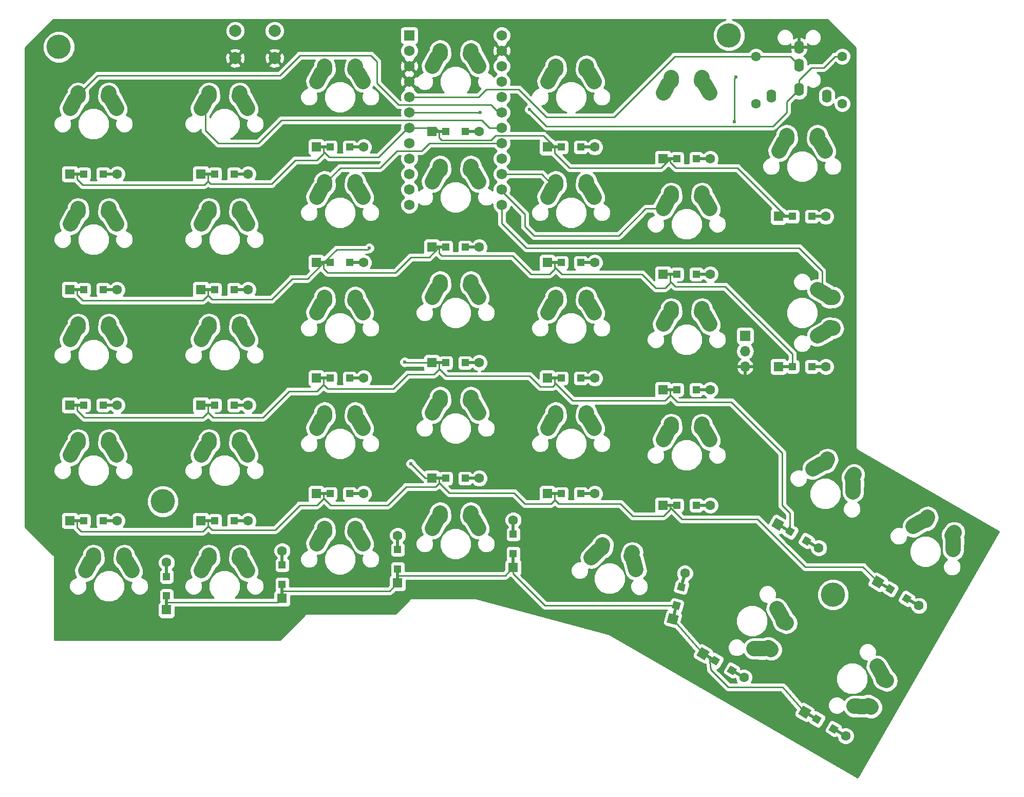
<source format=gbl>
G04 #@! TF.GenerationSoftware,KiCad,Pcbnew,5.0.0-fee4fd1~66~ubuntu18.04.1*
G04 #@! TF.CreationDate,2018-08-23T18:28:32+02:00*
G04 #@! TF.ProjectId,redox_rev1,7265646F785F726576312E6B69636164,1.0*
G04 #@! TF.SameCoordinates,Original*
G04 #@! TF.FileFunction,Copper,L2,Bot,Signal*
G04 #@! TF.FilePolarity,Positive*
%FSLAX46Y46*%
G04 Gerber Fmt 4.6, Leading zero omitted, Abs format (unit mm)*
G04 Created by KiCad (PCBNEW 5.0.0-fee4fd1~66~ubuntu18.04.1) date Thu Aug 23 18:28:32 2018*
%MOMM*%
%LPD*%
G01*
G04 APERTURE LIST*
G04 #@! TA.AperFunction,Conductor*
%ADD10R,2.500000X0.500000*%
G04 #@! TD*
G04 #@! TA.AperFunction,SMDPad,CuDef*
%ADD11R,1.200000X1.200000*%
G04 #@! TD*
G04 #@! TA.AperFunction,ComponentPad*
%ADD12C,1.600000*%
G04 #@! TD*
G04 #@! TA.AperFunction,ComponentPad*
%ADD13R,1.600000X1.600000*%
G04 #@! TD*
G04 #@! TA.AperFunction,Conductor*
%ADD14C,0.500000*%
G04 #@! TD*
G04 #@! TA.AperFunction,Conductor*
%ADD15C,0.100000*%
G04 #@! TD*
G04 #@! TA.AperFunction,SMDPad,CuDef*
%ADD16C,1.200000*%
G04 #@! TD*
G04 #@! TA.AperFunction,Conductor*
%ADD17R,0.500000X2.500000*%
G04 #@! TD*
G04 #@! TA.AperFunction,ComponentPad*
%ADD18R,1.700000X1.700000*%
G04 #@! TD*
G04 #@! TA.AperFunction,ComponentPad*
%ADD19O,1.700000X1.700000*%
G04 #@! TD*
G04 #@! TA.AperFunction,ComponentPad*
%ADD20C,2.000000*%
G04 #@! TD*
G04 #@! TA.AperFunction,ComponentPad*
%ADD21O,1.600000X2.200000*%
G04 #@! TD*
G04 #@! TA.AperFunction,ComponentPad*
%ADD22R,1.752600X1.752600*%
G04 #@! TD*
G04 #@! TA.AperFunction,ComponentPad*
%ADD23C,1.752600*%
G04 #@! TD*
G04 #@! TA.AperFunction,ComponentPad*
%ADD24C,4.000000*%
G04 #@! TD*
G04 #@! TA.AperFunction,ComponentPad*
%ADD25C,2.500000*%
G04 #@! TD*
G04 #@! TA.AperFunction,Conductor*
%ADD26C,2.500000*%
G04 #@! TD*
G04 #@! TA.AperFunction,ViaPad*
%ADD27C,0.600000*%
G04 #@! TD*
G04 #@! TA.AperFunction,Conductor*
%ADD28C,0.250000*%
G04 #@! TD*
G04 #@! TA.AperFunction,Conductor*
%ADD29C,0.254000*%
G04 #@! TD*
G04 APERTURE END LIST*
D10*
G04 #@! TO.N,Net-(D0-Pad2)*
G04 #@! TO.C,D0*
X94140000Y-74930000D03*
D11*
G04 #@! TD*
G04 #@! TO.P,D0,2*
G04 #@! TO.N,Net-(D0-Pad2)*
X93015000Y-74930000D03*
G04 #@! TO.P,D0,1*
G04 #@! TO.N,row0*
X89865000Y-74930000D03*
D10*
G04 #@! TD*
G04 #@! TO.N,row0*
G04 #@! TO.C,D0*
X88740000Y-74930000D03*
D12*
G04 #@! TO.P,D0,2*
G04 #@! TO.N,Net-(D0-Pad2)*
X95340000Y-74930000D03*
D13*
G04 #@! TO.P,D0,1*
G04 #@! TO.N,row0*
X87540000Y-74930000D03*
G04 #@! TD*
D10*
G04 #@! TO.N,Net-(D1-Pad2)*
G04 #@! TO.C,D1*
X115730000Y-74930000D03*
D11*
G04 #@! TD*
G04 #@! TO.P,D1,2*
G04 #@! TO.N,Net-(D1-Pad2)*
X114605000Y-74930000D03*
G04 #@! TO.P,D1,1*
G04 #@! TO.N,row0*
X111455000Y-74930000D03*
D10*
G04 #@! TD*
G04 #@! TO.N,row0*
G04 #@! TO.C,D1*
X110330000Y-74930000D03*
D12*
G04 #@! TO.P,D1,2*
G04 #@! TO.N,Net-(D1-Pad2)*
X116930000Y-74930000D03*
D13*
G04 #@! TO.P,D1,1*
G04 #@! TO.N,row0*
X109130000Y-74930000D03*
G04 #@! TD*
D10*
G04 #@! TO.N,Net-(D2-Pad2)*
G04 #@! TO.C,D2*
X134780000Y-70485000D03*
D11*
G04 #@! TD*
G04 #@! TO.P,D2,2*
G04 #@! TO.N,Net-(D2-Pad2)*
X133655000Y-70485000D03*
G04 #@! TO.P,D2,1*
G04 #@! TO.N,row0*
X130505000Y-70485000D03*
D10*
G04 #@! TD*
G04 #@! TO.N,row0*
G04 #@! TO.C,D2*
X129380000Y-70485000D03*
D12*
G04 #@! TO.P,D2,2*
G04 #@! TO.N,Net-(D2-Pad2)*
X135980000Y-70485000D03*
D13*
G04 #@! TO.P,D2,1*
G04 #@! TO.N,row0*
X128180000Y-70485000D03*
G04 #@! TD*
D10*
G04 #@! TO.N,Net-(D3-Pad2)*
G04 #@! TO.C,D3*
X153830000Y-67945000D03*
D11*
G04 #@! TD*
G04 #@! TO.P,D3,2*
G04 #@! TO.N,Net-(D3-Pad2)*
X152705000Y-67945000D03*
G04 #@! TO.P,D3,1*
G04 #@! TO.N,row0*
X149555000Y-67945000D03*
D10*
G04 #@! TD*
G04 #@! TO.N,row0*
G04 #@! TO.C,D3*
X148430000Y-67945000D03*
D12*
G04 #@! TO.P,D3,2*
G04 #@! TO.N,Net-(D3-Pad2)*
X155030000Y-67945000D03*
D13*
G04 #@! TO.P,D3,1*
G04 #@! TO.N,row0*
X147230000Y-67945000D03*
G04 #@! TD*
D10*
G04 #@! TO.N,Net-(D4-Pad2)*
G04 #@! TO.C,D4*
X172880000Y-70485000D03*
D11*
G04 #@! TD*
G04 #@! TO.P,D4,2*
G04 #@! TO.N,Net-(D4-Pad2)*
X171755000Y-70485000D03*
G04 #@! TO.P,D4,1*
G04 #@! TO.N,row0*
X168605000Y-70485000D03*
D10*
G04 #@! TD*
G04 #@! TO.N,row0*
G04 #@! TO.C,D4*
X167480000Y-70485000D03*
D12*
G04 #@! TO.P,D4,2*
G04 #@! TO.N,Net-(D4-Pad2)*
X174080000Y-70485000D03*
D13*
G04 #@! TO.P,D4,1*
G04 #@! TO.N,row0*
X166280000Y-70485000D03*
G04 #@! TD*
D10*
G04 #@! TO.N,Net-(D5-Pad2)*
G04 #@! TO.C,D5*
X191930000Y-72390000D03*
D11*
G04 #@! TD*
G04 #@! TO.P,D5,2*
G04 #@! TO.N,Net-(D5-Pad2)*
X190805000Y-72390000D03*
G04 #@! TO.P,D5,1*
G04 #@! TO.N,row0*
X187655000Y-72390000D03*
D10*
G04 #@! TD*
G04 #@! TO.N,row0*
G04 #@! TO.C,D5*
X186530000Y-72390000D03*
D12*
G04 #@! TO.P,D5,2*
G04 #@! TO.N,Net-(D5-Pad2)*
X193130000Y-72390000D03*
D13*
G04 #@! TO.P,D5,1*
G04 #@! TO.N,row0*
X185330000Y-72390000D03*
G04 #@! TD*
D10*
G04 #@! TO.N,Net-(D6-Pad2)*
G04 #@! TO.C,D6*
X210980000Y-81915000D03*
D11*
G04 #@! TD*
G04 #@! TO.P,D6,2*
G04 #@! TO.N,Net-(D6-Pad2)*
X209855000Y-81915000D03*
G04 #@! TO.P,D6,1*
G04 #@! TO.N,row0*
X206705000Y-81915000D03*
D10*
G04 #@! TD*
G04 #@! TO.N,row0*
G04 #@! TO.C,D6*
X205580000Y-81915000D03*
D12*
G04 #@! TO.P,D6,2*
G04 #@! TO.N,Net-(D6-Pad2)*
X212180000Y-81915000D03*
D13*
G04 #@! TO.P,D6,1*
G04 #@! TO.N,row0*
X204380000Y-81915000D03*
G04 #@! TD*
D10*
G04 #@! TO.N,Net-(D10-Pad2)*
G04 #@! TO.C,D10*
X94140000Y-93980000D03*
D11*
G04 #@! TD*
G04 #@! TO.P,D10,2*
G04 #@! TO.N,Net-(D10-Pad2)*
X93015000Y-93980000D03*
G04 #@! TO.P,D10,1*
G04 #@! TO.N,row1*
X89865000Y-93980000D03*
D10*
G04 #@! TD*
G04 #@! TO.N,row1*
G04 #@! TO.C,D10*
X88740000Y-93980000D03*
D12*
G04 #@! TO.P,D10,2*
G04 #@! TO.N,Net-(D10-Pad2)*
X95340000Y-93980000D03*
D13*
G04 #@! TO.P,D10,1*
G04 #@! TO.N,row1*
X87540000Y-93980000D03*
G04 #@! TD*
D10*
G04 #@! TO.N,Net-(D11-Pad2)*
G04 #@! TO.C,D11*
X115730000Y-93980000D03*
D11*
G04 #@! TD*
G04 #@! TO.P,D11,2*
G04 #@! TO.N,Net-(D11-Pad2)*
X114605000Y-93980000D03*
G04 #@! TO.P,D11,1*
G04 #@! TO.N,row1*
X111455000Y-93980000D03*
D10*
G04 #@! TD*
G04 #@! TO.N,row1*
G04 #@! TO.C,D11*
X110330000Y-93980000D03*
D12*
G04 #@! TO.P,D11,2*
G04 #@! TO.N,Net-(D11-Pad2)*
X116930000Y-93980000D03*
D13*
G04 #@! TO.P,D11,1*
G04 #@! TO.N,row1*
X109130000Y-93980000D03*
G04 #@! TD*
D10*
G04 #@! TO.N,Net-(D12-Pad2)*
G04 #@! TO.C,D12*
X134780000Y-89535000D03*
D11*
G04 #@! TD*
G04 #@! TO.P,D12,2*
G04 #@! TO.N,Net-(D12-Pad2)*
X133655000Y-89535000D03*
G04 #@! TO.P,D12,1*
G04 #@! TO.N,row1*
X130505000Y-89535000D03*
D10*
G04 #@! TD*
G04 #@! TO.N,row1*
G04 #@! TO.C,D12*
X129380000Y-89535000D03*
D12*
G04 #@! TO.P,D12,2*
G04 #@! TO.N,Net-(D12-Pad2)*
X135980000Y-89535000D03*
D13*
G04 #@! TO.P,D12,1*
G04 #@! TO.N,row1*
X128180000Y-89535000D03*
G04 #@! TD*
D10*
G04 #@! TO.N,Net-(D13-Pad2)*
G04 #@! TO.C,D13*
X153830000Y-86995000D03*
D11*
G04 #@! TD*
G04 #@! TO.P,D13,2*
G04 #@! TO.N,Net-(D13-Pad2)*
X152705000Y-86995000D03*
G04 #@! TO.P,D13,1*
G04 #@! TO.N,row1*
X149555000Y-86995000D03*
D10*
G04 #@! TD*
G04 #@! TO.N,row1*
G04 #@! TO.C,D13*
X148430000Y-86995000D03*
D12*
G04 #@! TO.P,D13,2*
G04 #@! TO.N,Net-(D13-Pad2)*
X155030000Y-86995000D03*
D13*
G04 #@! TO.P,D13,1*
G04 #@! TO.N,row1*
X147230000Y-86995000D03*
G04 #@! TD*
D10*
G04 #@! TO.N,Net-(D14-Pad2)*
G04 #@! TO.C,D14*
X172880000Y-89535000D03*
D11*
G04 #@! TD*
G04 #@! TO.P,D14,2*
G04 #@! TO.N,Net-(D14-Pad2)*
X171755000Y-89535000D03*
G04 #@! TO.P,D14,1*
G04 #@! TO.N,row1*
X168605000Y-89535000D03*
D10*
G04 #@! TD*
G04 #@! TO.N,row1*
G04 #@! TO.C,D14*
X167480000Y-89535000D03*
D12*
G04 #@! TO.P,D14,2*
G04 #@! TO.N,Net-(D14-Pad2)*
X174080000Y-89535000D03*
D13*
G04 #@! TO.P,D14,1*
G04 #@! TO.N,row1*
X166280000Y-89535000D03*
G04 #@! TD*
D10*
G04 #@! TO.N,Net-(D15-Pad2)*
G04 #@! TO.C,D15*
X191930000Y-91440000D03*
D11*
G04 #@! TD*
G04 #@! TO.P,D15,2*
G04 #@! TO.N,Net-(D15-Pad2)*
X190805000Y-91440000D03*
G04 #@! TO.P,D15,1*
G04 #@! TO.N,row1*
X187655000Y-91440000D03*
D10*
G04 #@! TD*
G04 #@! TO.N,row1*
G04 #@! TO.C,D15*
X186530000Y-91440000D03*
D12*
G04 #@! TO.P,D15,2*
G04 #@! TO.N,Net-(D15-Pad2)*
X193130000Y-91440000D03*
D13*
G04 #@! TO.P,D15,1*
G04 #@! TO.N,row1*
X185330000Y-91440000D03*
G04 #@! TD*
D10*
G04 #@! TO.N,Net-(D16-Pad2)*
G04 #@! TO.C,D16*
X210980000Y-106680000D03*
D11*
G04 #@! TD*
G04 #@! TO.P,D16,2*
G04 #@! TO.N,Net-(D16-Pad2)*
X209855000Y-106680000D03*
G04 #@! TO.P,D16,1*
G04 #@! TO.N,row1*
X206705000Y-106680000D03*
D10*
G04 #@! TD*
G04 #@! TO.N,row1*
G04 #@! TO.C,D16*
X205580000Y-106680000D03*
D12*
G04 #@! TO.P,D16,2*
G04 #@! TO.N,Net-(D16-Pad2)*
X212180000Y-106680000D03*
D13*
G04 #@! TO.P,D16,1*
G04 #@! TO.N,row1*
X204380000Y-106680000D03*
G04 #@! TD*
D10*
G04 #@! TO.N,Net-(D20-Pad2)*
G04 #@! TO.C,D20*
X94140000Y-113030000D03*
D11*
G04 #@! TD*
G04 #@! TO.P,D20,2*
G04 #@! TO.N,Net-(D20-Pad2)*
X93015000Y-113030000D03*
G04 #@! TO.P,D20,1*
G04 #@! TO.N,row2*
X89865000Y-113030000D03*
D10*
G04 #@! TD*
G04 #@! TO.N,row2*
G04 #@! TO.C,D20*
X88740000Y-113030000D03*
D12*
G04 #@! TO.P,D20,2*
G04 #@! TO.N,Net-(D20-Pad2)*
X95340000Y-113030000D03*
D13*
G04 #@! TO.P,D20,1*
G04 #@! TO.N,row2*
X87540000Y-113030000D03*
G04 #@! TD*
D10*
G04 #@! TO.N,Net-(D21-Pad2)*
G04 #@! TO.C,D21*
X115730000Y-113030000D03*
D11*
G04 #@! TD*
G04 #@! TO.P,D21,2*
G04 #@! TO.N,Net-(D21-Pad2)*
X114605000Y-113030000D03*
G04 #@! TO.P,D21,1*
G04 #@! TO.N,row2*
X111455000Y-113030000D03*
D10*
G04 #@! TD*
G04 #@! TO.N,row2*
G04 #@! TO.C,D21*
X110330000Y-113030000D03*
D12*
G04 #@! TO.P,D21,2*
G04 #@! TO.N,Net-(D21-Pad2)*
X116930000Y-113030000D03*
D13*
G04 #@! TO.P,D21,1*
G04 #@! TO.N,row2*
X109130000Y-113030000D03*
G04 #@! TD*
D10*
G04 #@! TO.N,Net-(D22-Pad2)*
G04 #@! TO.C,D22*
X134780000Y-108585000D03*
D11*
G04 #@! TD*
G04 #@! TO.P,D22,2*
G04 #@! TO.N,Net-(D22-Pad2)*
X133655000Y-108585000D03*
G04 #@! TO.P,D22,1*
G04 #@! TO.N,row2*
X130505000Y-108585000D03*
D10*
G04 #@! TD*
G04 #@! TO.N,row2*
G04 #@! TO.C,D22*
X129380000Y-108585000D03*
D12*
G04 #@! TO.P,D22,2*
G04 #@! TO.N,Net-(D22-Pad2)*
X135980000Y-108585000D03*
D13*
G04 #@! TO.P,D22,1*
G04 #@! TO.N,row2*
X128180000Y-108585000D03*
G04 #@! TD*
D10*
G04 #@! TO.N,Net-(D23-Pad2)*
G04 #@! TO.C,D23*
X153830000Y-106045000D03*
D11*
G04 #@! TD*
G04 #@! TO.P,D23,2*
G04 #@! TO.N,Net-(D23-Pad2)*
X152705000Y-106045000D03*
G04 #@! TO.P,D23,1*
G04 #@! TO.N,row2*
X149555000Y-106045000D03*
D10*
G04 #@! TD*
G04 #@! TO.N,row2*
G04 #@! TO.C,D23*
X148430000Y-106045000D03*
D12*
G04 #@! TO.P,D23,2*
G04 #@! TO.N,Net-(D23-Pad2)*
X155030000Y-106045000D03*
D13*
G04 #@! TO.P,D23,1*
G04 #@! TO.N,row2*
X147230000Y-106045000D03*
G04 #@! TD*
D10*
G04 #@! TO.N,Net-(D24-Pad2)*
G04 #@! TO.C,D24*
X172880000Y-108585000D03*
D11*
G04 #@! TD*
G04 #@! TO.P,D24,2*
G04 #@! TO.N,Net-(D24-Pad2)*
X171755000Y-108585000D03*
G04 #@! TO.P,D24,1*
G04 #@! TO.N,row2*
X168605000Y-108585000D03*
D10*
G04 #@! TD*
G04 #@! TO.N,row2*
G04 #@! TO.C,D24*
X167480000Y-108585000D03*
D12*
G04 #@! TO.P,D24,2*
G04 #@! TO.N,Net-(D24-Pad2)*
X174080000Y-108585000D03*
D13*
G04 #@! TO.P,D24,1*
G04 #@! TO.N,row2*
X166280000Y-108585000D03*
G04 #@! TD*
D10*
G04 #@! TO.N,Net-(D25-Pad2)*
G04 #@! TO.C,D25*
X191930000Y-110490000D03*
D11*
G04 #@! TD*
G04 #@! TO.P,D25,2*
G04 #@! TO.N,Net-(D25-Pad2)*
X190805000Y-110490000D03*
G04 #@! TO.P,D25,1*
G04 #@! TO.N,row2*
X187655000Y-110490000D03*
D10*
G04 #@! TD*
G04 #@! TO.N,row2*
G04 #@! TO.C,D25*
X186530000Y-110490000D03*
D12*
G04 #@! TO.P,D25,2*
G04 #@! TO.N,Net-(D25-Pad2)*
X193130000Y-110490000D03*
D13*
G04 #@! TO.P,D25,1*
G04 #@! TO.N,row2*
X185330000Y-110490000D03*
G04 #@! TD*
D14*
G04 #@! TO.N,Net-(D26-Pad2)*
G04 #@! TO.C,D26*
X209983269Y-135970000D03*
D15*
G36*
X211190801Y-136378494D02*
X210940801Y-136811506D01*
X208775737Y-135561506D01*
X209025737Y-135128494D01*
X211190801Y-136378494D01*
X211190801Y-136378494D01*
G37*
D16*
G04 #@! TD*
G04 #@! TO.P,D26,2*
G04 #@! TO.N,Net-(D26-Pad2)*
X209008990Y-135407500D03*
D15*
G04 #@! TO.N,Net-(D26-Pad2)*
G04 #@! TO.C,D26*
G36*
X209828605Y-135187885D02*
X209228605Y-136227115D01*
X208189375Y-135627115D01*
X208789375Y-134587885D01*
X209828605Y-135187885D01*
X209828605Y-135187885D01*
G37*
D16*
G04 #@! TD*
G04 #@! TO.P,D26,1*
G04 #@! TO.N,row2*
X206281010Y-133832500D03*
D15*
G04 #@! TO.N,row2*
G04 #@! TO.C,D26*
G36*
X207100625Y-133612885D02*
X206500625Y-134652115D01*
X205461395Y-134052115D01*
X206061395Y-133012885D01*
X207100625Y-133612885D01*
X207100625Y-133612885D01*
G37*
D14*
X205306731Y-133270000D03*
D15*
G36*
X206514263Y-133678494D02*
X206264263Y-134111506D01*
X204099199Y-132861506D01*
X204349199Y-132428494D01*
X206514263Y-133678494D01*
X206514263Y-133678494D01*
G37*
D12*
G04 #@! TD*
G04 #@! TO.P,D26,2*
G04 #@! TO.N,Net-(D26-Pad2)*
X211022499Y-136570000D03*
G04 #@! TO.P,D26,1*
G04 #@! TO.N,row2*
X204267501Y-132670000D03*
D15*
G04 #@! TD*
G04 #@! TO.N,row2*
G04 #@! TO.C,D26*
G36*
X205360321Y-132377180D02*
X204560321Y-133762820D01*
X203174681Y-132962820D01*
X203974681Y-131577180D01*
X205360321Y-132377180D01*
X205360321Y-132377180D01*
G37*
D10*
G04 #@! TO.N,Net-(D30-Pad2)*
G04 #@! TO.C,D30*
X94140000Y-132080000D03*
D11*
G04 #@! TD*
G04 #@! TO.P,D30,2*
G04 #@! TO.N,Net-(D30-Pad2)*
X93015000Y-132080000D03*
G04 #@! TO.P,D30,1*
G04 #@! TO.N,row3*
X89865000Y-132080000D03*
D10*
G04 #@! TD*
G04 #@! TO.N,row3*
G04 #@! TO.C,D30*
X88740000Y-132080000D03*
D12*
G04 #@! TO.P,D30,2*
G04 #@! TO.N,Net-(D30-Pad2)*
X95340000Y-132080000D03*
D13*
G04 #@! TO.P,D30,1*
G04 #@! TO.N,row3*
X87540000Y-132080000D03*
G04 #@! TD*
D10*
G04 #@! TO.N,Net-(D31-Pad2)*
G04 #@! TO.C,D31*
X115730000Y-132080000D03*
D11*
G04 #@! TD*
G04 #@! TO.P,D31,2*
G04 #@! TO.N,Net-(D31-Pad2)*
X114605000Y-132080000D03*
G04 #@! TO.P,D31,1*
G04 #@! TO.N,row3*
X111455000Y-132080000D03*
D10*
G04 #@! TD*
G04 #@! TO.N,row3*
G04 #@! TO.C,D31*
X110330000Y-132080000D03*
D12*
G04 #@! TO.P,D31,2*
G04 #@! TO.N,Net-(D31-Pad2)*
X116930000Y-132080000D03*
D13*
G04 #@! TO.P,D31,1*
G04 #@! TO.N,row3*
X109130000Y-132080000D03*
G04 #@! TD*
D10*
G04 #@! TO.N,Net-(D32-Pad2)*
G04 #@! TO.C,D32*
X134780000Y-127635000D03*
D11*
G04 #@! TD*
G04 #@! TO.P,D32,2*
G04 #@! TO.N,Net-(D32-Pad2)*
X133655000Y-127635000D03*
G04 #@! TO.P,D32,1*
G04 #@! TO.N,row3*
X130505000Y-127635000D03*
D10*
G04 #@! TD*
G04 #@! TO.N,row3*
G04 #@! TO.C,D32*
X129380000Y-127635000D03*
D12*
G04 #@! TO.P,D32,2*
G04 #@! TO.N,Net-(D32-Pad2)*
X135980000Y-127635000D03*
D13*
G04 #@! TO.P,D32,1*
G04 #@! TO.N,row3*
X128180000Y-127635000D03*
G04 #@! TD*
D10*
G04 #@! TO.N,Net-(D33-Pad2)*
G04 #@! TO.C,D33*
X153830000Y-125095000D03*
D11*
G04 #@! TD*
G04 #@! TO.P,D33,2*
G04 #@! TO.N,Net-(D33-Pad2)*
X152705000Y-125095000D03*
G04 #@! TO.P,D33,1*
G04 #@! TO.N,row3*
X149555000Y-125095000D03*
D10*
G04 #@! TD*
G04 #@! TO.N,row3*
G04 #@! TO.C,D33*
X148430000Y-125095000D03*
D12*
G04 #@! TO.P,D33,2*
G04 #@! TO.N,Net-(D33-Pad2)*
X155030000Y-125095000D03*
D13*
G04 #@! TO.P,D33,1*
G04 #@! TO.N,row3*
X147230000Y-125095000D03*
G04 #@! TD*
D10*
G04 #@! TO.N,Net-(D34-Pad2)*
G04 #@! TO.C,D34*
X172880000Y-127635000D03*
D11*
G04 #@! TD*
G04 #@! TO.P,D34,2*
G04 #@! TO.N,Net-(D34-Pad2)*
X171755000Y-127635000D03*
G04 #@! TO.P,D34,1*
G04 #@! TO.N,row3*
X168605000Y-127635000D03*
D10*
G04 #@! TD*
G04 #@! TO.N,row3*
G04 #@! TO.C,D34*
X167480000Y-127635000D03*
D12*
G04 #@! TO.P,D34,2*
G04 #@! TO.N,Net-(D34-Pad2)*
X174080000Y-127635000D03*
D13*
G04 #@! TO.P,D34,1*
G04 #@! TO.N,row3*
X166280000Y-127635000D03*
G04 #@! TD*
D10*
G04 #@! TO.N,Net-(D35-Pad2)*
G04 #@! TO.C,D35*
X191930000Y-129540000D03*
D11*
G04 #@! TD*
G04 #@! TO.P,D35,2*
G04 #@! TO.N,Net-(D35-Pad2)*
X190805000Y-129540000D03*
G04 #@! TO.P,D35,1*
G04 #@! TO.N,row3*
X187655000Y-129540000D03*
D10*
G04 #@! TD*
G04 #@! TO.N,row3*
G04 #@! TO.C,D35*
X186530000Y-129540000D03*
D12*
G04 #@! TO.P,D35,2*
G04 #@! TO.N,Net-(D35-Pad2)*
X193130000Y-129540000D03*
D13*
G04 #@! TO.P,D35,1*
G04 #@! TO.N,row3*
X185330000Y-129540000D03*
G04 #@! TD*
D14*
G04 #@! TO.N,Net-(D36-Pad2)*
G04 #@! TO.C,D36*
X226493269Y-145495000D03*
D15*
G36*
X227700801Y-145903494D02*
X227450801Y-146336506D01*
X225285737Y-145086506D01*
X225535737Y-144653494D01*
X227700801Y-145903494D01*
X227700801Y-145903494D01*
G37*
D16*
G04 #@! TD*
G04 #@! TO.P,D36,2*
G04 #@! TO.N,Net-(D36-Pad2)*
X225518990Y-144932500D03*
D15*
G04 #@! TO.N,Net-(D36-Pad2)*
G04 #@! TO.C,D36*
G36*
X226338605Y-144712885D02*
X225738605Y-145752115D01*
X224699375Y-145152115D01*
X225299375Y-144112885D01*
X226338605Y-144712885D01*
X226338605Y-144712885D01*
G37*
D16*
G04 #@! TD*
G04 #@! TO.P,D36,1*
G04 #@! TO.N,row3*
X222791010Y-143357500D03*
D15*
G04 #@! TO.N,row3*
G04 #@! TO.C,D36*
G36*
X223610625Y-143137885D02*
X223010625Y-144177115D01*
X221971395Y-143577115D01*
X222571395Y-142537885D01*
X223610625Y-143137885D01*
X223610625Y-143137885D01*
G37*
D14*
X221816731Y-142795000D03*
D15*
G36*
X223024263Y-143203494D02*
X222774263Y-143636506D01*
X220609199Y-142386506D01*
X220859199Y-141953494D01*
X223024263Y-143203494D01*
X223024263Y-143203494D01*
G37*
D12*
G04 #@! TD*
G04 #@! TO.P,D36,2*
G04 #@! TO.N,Net-(D36-Pad2)*
X227532499Y-146095000D03*
G04 #@! TO.P,D36,1*
G04 #@! TO.N,row3*
X220777501Y-142195000D03*
D15*
G04 #@! TD*
G04 #@! TO.N,row3*
G04 #@! TO.C,D36*
G36*
X221870321Y-141902180D02*
X221070321Y-143287820D01*
X219684681Y-142487820D01*
X220484681Y-141102180D01*
X221870321Y-141902180D01*
X221870321Y-141902180D01*
G37*
D17*
G04 #@! TO.N,Net-(D40-Pad2)*
G04 #@! TO.C,D40*
X103505000Y-140175000D03*
D11*
G04 #@! TD*
G04 #@! TO.P,D40,2*
G04 #@! TO.N,Net-(D40-Pad2)*
X103505000Y-141300000D03*
G04 #@! TO.P,D40,1*
G04 #@! TO.N,row4*
X103505000Y-144450000D03*
D17*
G04 #@! TD*
G04 #@! TO.N,row4*
G04 #@! TO.C,D40*
X103505000Y-145575000D03*
D12*
G04 #@! TO.P,D40,2*
G04 #@! TO.N,Net-(D40-Pad2)*
X103505000Y-138975000D03*
D13*
G04 #@! TO.P,D40,1*
G04 #@! TO.N,row4*
X103505000Y-146775000D03*
G04 #@! TD*
D17*
G04 #@! TO.N,Net-(D41-Pad2)*
G04 #@! TO.C,D41*
X122555000Y-138270000D03*
D11*
G04 #@! TD*
G04 #@! TO.P,D41,2*
G04 #@! TO.N,Net-(D41-Pad2)*
X122555000Y-139395000D03*
G04 #@! TO.P,D41,1*
G04 #@! TO.N,row4*
X122555000Y-142545000D03*
D17*
G04 #@! TD*
G04 #@! TO.N,row4*
G04 #@! TO.C,D41*
X122555000Y-143670000D03*
D12*
G04 #@! TO.P,D41,2*
G04 #@! TO.N,Net-(D41-Pad2)*
X122555000Y-137070000D03*
D13*
G04 #@! TO.P,D41,1*
G04 #@! TO.N,row4*
X122555000Y-144870000D03*
G04 #@! TD*
D17*
G04 #@! TO.N,Net-(D42-Pad2)*
G04 #@! TO.C,D42*
X141605000Y-135730000D03*
D11*
G04 #@! TD*
G04 #@! TO.P,D42,2*
G04 #@! TO.N,Net-(D42-Pad2)*
X141605000Y-136855000D03*
G04 #@! TO.P,D42,1*
G04 #@! TO.N,row4*
X141605000Y-140005000D03*
D17*
G04 #@! TD*
G04 #@! TO.N,row4*
G04 #@! TO.C,D42*
X141605000Y-141130000D03*
D12*
G04 #@! TO.P,D42,2*
G04 #@! TO.N,Net-(D42-Pad2)*
X141605000Y-134530000D03*
D13*
G04 #@! TO.P,D42,1*
G04 #@! TO.N,row4*
X141605000Y-142330000D03*
G04 #@! TD*
D17*
G04 #@! TO.N,Net-(D43-Pad2)*
G04 #@! TO.C,D43*
X160655000Y-133190000D03*
D11*
G04 #@! TD*
G04 #@! TO.P,D43,2*
G04 #@! TO.N,Net-(D43-Pad2)*
X160655000Y-134315000D03*
G04 #@! TO.P,D43,1*
G04 #@! TO.N,row4*
X160655000Y-137465000D03*
D17*
G04 #@! TD*
G04 #@! TO.N,row4*
G04 #@! TO.C,D43*
X160655000Y-138590000D03*
D12*
G04 #@! TO.P,D43,2*
G04 #@! TO.N,Net-(D43-Pad2)*
X160655000Y-131990000D03*
D13*
G04 #@! TO.P,D43,1*
G04 #@! TO.N,row4*
X160655000Y-139790000D03*
G04 #@! TD*
D14*
G04 #@! TO.N,Net-(D44-Pad2)*
G04 #@! TO.C,D44*
X188658811Y-141918000D03*
D15*
G36*
X188740853Y-140645888D02*
X189223816Y-140775297D01*
X188576769Y-143190112D01*
X188093806Y-143060703D01*
X188740853Y-140645888D01*
X188740853Y-140645888D01*
G37*
D16*
G04 #@! TD*
G04 #@! TO.P,D44,2*
G04 #@! TO.N,Net-(D44-Pad2)*
X188367640Y-143004667D03*
D15*
G04 #@! TO.N,Net-(D44-Pad2)*
G04 #@! TO.C,D44*
G36*
X187943376Y-142269820D02*
X189102487Y-142580403D01*
X188791904Y-143739514D01*
X187632793Y-143428931D01*
X187943376Y-142269820D01*
X187943376Y-142269820D01*
G37*
D16*
G04 #@! TD*
G04 #@! TO.P,D44,1*
G04 #@! TO.N,row4*
X187552360Y-146047333D03*
D15*
G04 #@! TO.N,row4*
G04 #@! TO.C,D44*
G36*
X187128096Y-145312486D02*
X188287207Y-145623069D01*
X187976624Y-146782180D01*
X186817513Y-146471597D01*
X187128096Y-145312486D01*
X187128096Y-145312486D01*
G37*
D14*
X187261189Y-147134000D03*
D15*
G36*
X187343231Y-145861888D02*
X187826194Y-145991297D01*
X187179147Y-148406112D01*
X186696184Y-148276703D01*
X187343231Y-145861888D01*
X187343231Y-145861888D01*
G37*
D12*
G04 #@! TD*
G04 #@! TO.P,D44,2*
G04 #@! TO.N,Net-(D44-Pad2)*
X188969394Y-140758889D03*
G04 #@! TO.P,D44,1*
G04 #@! TO.N,row4*
X186950606Y-148293111D03*
D15*
G04 #@! TD*
G04 #@! TO.N,row4*
G04 #@! TO.C,D44*
G36*
X186384921Y-147313315D02*
X187930402Y-147727426D01*
X187516291Y-149272907D01*
X185970810Y-148858796D01*
X186384921Y-147313315D01*
X186384921Y-147313315D01*
G37*
D14*
G04 #@! TO.N,Net-(D45-Pad2)*
G04 #@! TO.C,D45*
X197664269Y-157306000D03*
D15*
G36*
X198871801Y-157714494D02*
X198621801Y-158147506D01*
X196456737Y-156897506D01*
X196706737Y-156464494D01*
X198871801Y-157714494D01*
X198871801Y-157714494D01*
G37*
D16*
G04 #@! TD*
G04 #@! TO.P,D45,2*
G04 #@! TO.N,Net-(D45-Pad2)*
X196689990Y-156743500D03*
D15*
G04 #@! TO.N,Net-(D45-Pad2)*
G04 #@! TO.C,D45*
G36*
X197509605Y-156523885D02*
X196909605Y-157563115D01*
X195870375Y-156963115D01*
X196470375Y-155923885D01*
X197509605Y-156523885D01*
X197509605Y-156523885D01*
G37*
D16*
G04 #@! TD*
G04 #@! TO.P,D45,1*
G04 #@! TO.N,row4*
X193962010Y-155168500D03*
D15*
G04 #@! TO.N,row4*
G04 #@! TO.C,D45*
G36*
X194781625Y-154948885D02*
X194181625Y-155988115D01*
X193142395Y-155388115D01*
X193742395Y-154348885D01*
X194781625Y-154948885D01*
X194781625Y-154948885D01*
G37*
D14*
X192987731Y-154606000D03*
D15*
G36*
X194195263Y-155014494D02*
X193945263Y-155447506D01*
X191780199Y-154197506D01*
X192030199Y-153764494D01*
X194195263Y-155014494D01*
X194195263Y-155014494D01*
G37*
D12*
G04 #@! TD*
G04 #@! TO.P,D45,2*
G04 #@! TO.N,Net-(D45-Pad2)*
X198703499Y-157906000D03*
G04 #@! TO.P,D45,1*
G04 #@! TO.N,row4*
X191948501Y-154006000D03*
D15*
G04 #@! TD*
G04 #@! TO.N,row4*
G04 #@! TO.C,D45*
G36*
X193041321Y-153713180D02*
X192241321Y-155098820D01*
X190855681Y-154298820D01*
X191655681Y-152913180D01*
X193041321Y-153713180D01*
X193041321Y-153713180D01*
G37*
D14*
G04 #@! TO.N,Net-(D46-Pad2)*
G04 #@! TO.C,D46*
X214428269Y-166958000D03*
D15*
G36*
X215635801Y-167366494D02*
X215385801Y-167799506D01*
X213220737Y-166549506D01*
X213470737Y-166116494D01*
X215635801Y-167366494D01*
X215635801Y-167366494D01*
G37*
D16*
G04 #@! TD*
G04 #@! TO.P,D46,2*
G04 #@! TO.N,Net-(D46-Pad2)*
X213453990Y-166395500D03*
D15*
G04 #@! TO.N,Net-(D46-Pad2)*
G04 #@! TO.C,D46*
G36*
X214273605Y-166175885D02*
X213673605Y-167215115D01*
X212634375Y-166615115D01*
X213234375Y-165575885D01*
X214273605Y-166175885D01*
X214273605Y-166175885D01*
G37*
D16*
G04 #@! TD*
G04 #@! TO.P,D46,1*
G04 #@! TO.N,row4*
X210726010Y-164820500D03*
D15*
G04 #@! TO.N,row4*
G04 #@! TO.C,D46*
G36*
X211545625Y-164600885D02*
X210945625Y-165640115D01*
X209906395Y-165040115D01*
X210506395Y-164000885D01*
X211545625Y-164600885D01*
X211545625Y-164600885D01*
G37*
D14*
X209751731Y-164258000D03*
D15*
G36*
X210959263Y-164666494D02*
X210709263Y-165099506D01*
X208544199Y-163849506D01*
X208794199Y-163416494D01*
X210959263Y-164666494D01*
X210959263Y-164666494D01*
G37*
D12*
G04 #@! TD*
G04 #@! TO.P,D46,2*
G04 #@! TO.N,Net-(D46-Pad2)*
X215467499Y-167558000D03*
G04 #@! TO.P,D46,1*
G04 #@! TO.N,row4*
X208712501Y-163658000D03*
D15*
G04 #@! TD*
G04 #@! TO.N,row4*
G04 #@! TO.C,D46*
G36*
X209805321Y-163365180D02*
X209005321Y-164750820D01*
X207619681Y-163950820D01*
X208419681Y-162565180D01*
X209805321Y-163365180D01*
X209805321Y-163365180D01*
G37*
D12*
G04 #@! TO.P,R1,2*
G04 #@! TO.N,VCC*
X200660000Y-63336000D03*
G04 #@! TO.P,R1,1*
G04 #@! TO.N,SDA*
X200660000Y-55536000D03*
G04 #@! TD*
G04 #@! TO.P,R2,2*
G04 #@! TO.N,VCC*
X214884000Y-63336000D03*
G04 #@! TO.P,R2,1*
G04 #@! TO.N,SCL*
X214884000Y-55536000D03*
G04 #@! TD*
D18*
G04 #@! TO.P,RGB_STRIP1,1*
G04 #@! TO.N,VCC*
X198882000Y-101600000D03*
D19*
G04 #@! TO.P,RGB_STRIP1,2*
G04 #@! TO.N,rgb_data*
X198882000Y-104140000D03*
G04 #@! TO.P,RGB_STRIP1,3*
G04 #@! TO.N,GND*
X198882000Y-106680000D03*
G04 #@! TD*
D20*
G04 #@! TO.P,RST_SW1,2*
G04 #@! TO.N,GND*
X114808000Y-55808000D03*
G04 #@! TO.P,RST_SW1,1*
G04 #@! TO.N,RST*
X114808000Y-51308000D03*
G04 #@! TO.P,RST_SW1,2*
G04 #@! TO.N,GND*
X121308000Y-55808000D03*
G04 #@! TO.P,RST_SW1,1*
G04 #@! TO.N,RST*
X121308000Y-51308000D03*
G04 #@! TD*
D21*
G04 #@! TO.P,TRRS1,1*
G04 #@! TO.N,VCC*
X212372000Y-62100000D03*
X203172000Y-62100000D03*
G04 #@! TO.P,TRRS1,2*
G04 #@! TO.N,SCL*
X207772000Y-61000000D03*
G04 #@! TO.P,TRRS1,4*
G04 #@! TO.N,GND*
X207772000Y-54000000D03*
G04 #@! TO.P,TRRS1,3*
G04 #@! TO.N,SDA*
X207772000Y-57000000D03*
G04 #@! TD*
D22*
G04 #@! TO.P,U1,1*
G04 #@! TO.N,rgb_data*
X143510000Y-52070000D03*
D23*
G04 #@! TO.P,U1,2*
G04 #@! TO.N,Net-(U1-Pad2)*
X143510000Y-54610000D03*
G04 #@! TO.P,U1,3*
G04 #@! TO.N,GND*
X143510000Y-57150000D03*
G04 #@! TO.P,U1,4*
X143510000Y-59690000D03*
G04 #@! TO.P,U1,5*
G04 #@! TO.N,SDA*
X143510000Y-62230000D03*
G04 #@! TO.P,U1,6*
G04 #@! TO.N,SCL*
X143510000Y-64770000D03*
G04 #@! TO.P,U1,7*
G04 #@! TO.N,row0*
X143510000Y-67310000D03*
G04 #@! TO.P,U1,8*
G04 #@! TO.N,Net-(U1-Pad8)*
X143510000Y-69850000D03*
G04 #@! TO.P,U1,9*
G04 #@! TO.N,row1*
X143510000Y-72390000D03*
G04 #@! TO.P,U1,10*
G04 #@! TO.N,row2*
X143510000Y-74930000D03*
G04 #@! TO.P,U1,11*
G04 #@! TO.N,row3*
X143510000Y-77470000D03*
G04 #@! TO.P,U1,13*
G04 #@! TO.N,col6*
X158750000Y-80010000D03*
G04 #@! TO.P,U1,14*
G04 #@! TO.N,col5*
X158750000Y-77470000D03*
G04 #@! TO.P,U1,15*
G04 #@! TO.N,col4*
X158750000Y-74930000D03*
G04 #@! TO.P,U1,16*
G04 #@! TO.N,col3*
X158750000Y-72390000D03*
G04 #@! TO.P,U1,17*
G04 #@! TO.N,col2*
X158750000Y-69850000D03*
G04 #@! TO.P,U1,18*
G04 #@! TO.N,col1*
X158750000Y-67310000D03*
G04 #@! TO.P,U1,19*
G04 #@! TO.N,col0*
X158750000Y-64770000D03*
G04 #@! TO.P,U1,20*
G04 #@! TO.N,Net-(U1-Pad20)*
X158750000Y-62230000D03*
G04 #@! TO.P,U1,21*
G04 #@! TO.N,VCC*
X158750000Y-59690000D03*
G04 #@! TO.P,U1,22*
G04 #@! TO.N,RST*
X158750000Y-57150000D03*
G04 #@! TO.P,U1,23*
G04 #@! TO.N,GND*
X158750000Y-54610000D03*
G04 #@! TO.P,U1,12*
G04 #@! TO.N,row4*
X143510000Y-80010000D03*
G04 #@! TO.P,U1,24*
G04 #@! TO.N,Net-(U1-Pad24)*
X158750000Y-52070000D03*
G04 #@! TD*
D24*
G04 #@! TO.P,HOLE_M3,1*
G04 #@! TO.N,N/C*
X213360000Y-144272000D03*
G04 #@! TD*
G04 #@! TO.P,HOLE_M3,1*
G04 #@! TO.N,N/C*
X85725000Y-53975000D03*
G04 #@! TD*
G04 #@! TO.P,HOLE_M3,1*
G04 #@! TO.N,N/C*
X102870000Y-128905000D03*
G04 #@! TD*
G04 #@! TO.P,HOLE_M3,1*
G04 #@! TO.N,N/C*
X196215000Y-52070000D03*
G04 #@! TD*
D25*
G04 #@! TO.P,K44,1*
G04 #@! TO.N,col4*
X175335610Y-136325991D03*
D26*
G04 #@! TD*
G04 #@! TO.N,col4*
G04 #@! TO.C,K44*
X175391441Y-136041416D02*
X175279779Y-136610566D01*
D25*
G04 #@! TO.P,K44,2*
G04 #@! TO.N,Net-(D44-Pad2)*
X180665316Y-139327701D03*
D26*
G04 #@! TD*
G04 #@! TO.N,Net-(D44-Pad2)*
G04 #@! TO.C,K44*
X180462604Y-138517681D02*
X180868028Y-140137721D01*
D25*
G04 #@! TO.P,K44,1*
G04 #@! TO.N,col4*
X174087361Y-137565144D03*
D26*
G04 #@! TD*
G04 #@! TO.N,col4*
G04 #@! TO.C,K44*
X174667925Y-136965002D02*
X173506797Y-138165286D01*
D25*
G04 #@! TO.P,K44,2*
G04 #@! TO.N,Net-(D44-Pad2)*
X180203876Y-137630439D03*
D26*
G04 #@! TD*
G04 #@! TO.N,Net-(D44-Pad2)*
G04 #@! TO.C,K44*
X180297812Y-137356074D02*
X180109940Y-137904804D01*
D25*
G04 #@! TO.P,K30,1*
G04 #@! TO.N,col0*
X88920000Y-119035000D03*
D26*
G04 #@! TD*
G04 #@! TO.N,col0*
G04 #@! TO.C,K30*
X88900276Y-118745672D02*
X88939724Y-119324328D01*
D25*
G04 #@! TO.P,K30,2*
G04 #@! TO.N,Net-(D30-Pad2)*
X94845000Y-120555000D03*
D26*
G04 #@! TD*
G04 #@! TO.N,Net-(D30-Pad2)*
G04 #@! TO.C,K30*
X94439547Y-119825046D02*
X95250453Y-121284954D01*
D25*
G04 #@! TO.P,K30,1*
G04 #@! TO.N,col0*
X88035000Y-120555000D03*
D26*
G04 #@! TD*
G04 #@! TO.N,col0*
G04 #@! TO.C,K30*
X88440453Y-119825046D02*
X87629547Y-121284954D01*
D25*
G04 #@! TO.P,K30,2*
G04 #@! TO.N,Net-(D30-Pad2)*
X93960000Y-119035000D03*
D26*
G04 #@! TD*
G04 #@! TO.N,Net-(D30-Pad2)*
G04 #@! TO.C,K30*
X93979724Y-118745672D02*
X93940276Y-119324328D01*
D25*
G04 #@! TO.P,K20,1*
G04 #@! TO.N,col0*
X88920000Y-99985000D03*
D26*
G04 #@! TD*
G04 #@! TO.N,col0*
G04 #@! TO.C,K20*
X88900276Y-99695672D02*
X88939724Y-100274328D01*
D25*
G04 #@! TO.P,K20,2*
G04 #@! TO.N,Net-(D20-Pad2)*
X94845000Y-101505000D03*
D26*
G04 #@! TD*
G04 #@! TO.N,Net-(D20-Pad2)*
G04 #@! TO.C,K20*
X94439547Y-100775046D02*
X95250453Y-102234954D01*
D25*
G04 #@! TO.P,K20,1*
G04 #@! TO.N,col0*
X88035000Y-101505000D03*
D26*
G04 #@! TD*
G04 #@! TO.N,col0*
G04 #@! TO.C,K20*
X88440453Y-100775046D02*
X87629547Y-102234954D01*
D25*
G04 #@! TO.P,K20,2*
G04 #@! TO.N,Net-(D20-Pad2)*
X93960000Y-99985000D03*
D26*
G04 #@! TD*
G04 #@! TO.N,Net-(D20-Pad2)*
G04 #@! TO.C,K20*
X93979724Y-99695672D02*
X93940276Y-100274328D01*
D25*
G04 #@! TO.P,K10,1*
G04 #@! TO.N,col0*
X88920000Y-80935000D03*
D26*
G04 #@! TD*
G04 #@! TO.N,col0*
G04 #@! TO.C,K10*
X88900276Y-80645672D02*
X88939724Y-81224328D01*
D25*
G04 #@! TO.P,K10,2*
G04 #@! TO.N,Net-(D10-Pad2)*
X94845000Y-82455000D03*
D26*
G04 #@! TD*
G04 #@! TO.N,Net-(D10-Pad2)*
G04 #@! TO.C,K10*
X94439547Y-81725046D02*
X95250453Y-83184954D01*
D25*
G04 #@! TO.P,K10,1*
G04 #@! TO.N,col0*
X88035000Y-82455000D03*
D26*
G04 #@! TD*
G04 #@! TO.N,col0*
G04 #@! TO.C,K10*
X88440453Y-81725046D02*
X87629547Y-83184954D01*
D25*
G04 #@! TO.P,K10,2*
G04 #@! TO.N,Net-(D10-Pad2)*
X93960000Y-80935000D03*
D26*
G04 #@! TD*
G04 #@! TO.N,Net-(D10-Pad2)*
G04 #@! TO.C,K10*
X93979724Y-80645672D02*
X93940276Y-81224328D01*
D25*
G04 #@! TO.P,K0,1*
G04 #@! TO.N,col0*
X88920000Y-61885000D03*
D26*
G04 #@! TD*
G04 #@! TO.N,col0*
G04 #@! TO.C,K0*
X88900276Y-61595672D02*
X88939724Y-62174328D01*
D25*
G04 #@! TO.P,K0,2*
G04 #@! TO.N,Net-(D0-Pad2)*
X94845000Y-63405000D03*
D26*
G04 #@! TD*
G04 #@! TO.N,Net-(D0-Pad2)*
G04 #@! TO.C,K0*
X94439547Y-62675046D02*
X95250453Y-64134954D01*
D25*
G04 #@! TO.P,K0,1*
G04 #@! TO.N,col0*
X88035000Y-63405000D03*
D26*
G04 #@! TD*
G04 #@! TO.N,col0*
G04 #@! TO.C,K0*
X88440453Y-62675046D02*
X87629547Y-64134954D01*
D25*
G04 #@! TO.P,K0,2*
G04 #@! TO.N,Net-(D0-Pad2)*
X93960000Y-61885000D03*
D26*
G04 #@! TD*
G04 #@! TO.N,Net-(D0-Pad2)*
G04 #@! TO.C,K0*
X93979724Y-61595672D02*
X93940276Y-62174328D01*
D25*
G04 #@! TO.P,K36,1*
G04 #@! TO.N,col6*
X228812616Y-131751738D03*
D26*
G04 #@! TD*
G04 #@! TO.N,col6*
G04 #@! TO.C,K36*
X228940198Y-131491310D02*
X228685034Y-132012166D01*
D25*
G04 #@! TO.P,K36,2*
G04 #@! TO.N,Net-(D36-Pad2)*
X233183816Y-136030597D03*
D26*
G04 #@! TD*
G04 #@! TO.N,Net-(D36-Pad2)*
G04 #@! TO.C,K36*
X233197660Y-135195712D02*
X233169972Y-136865482D01*
D25*
G04 #@! TO.P,K36,1*
G04 #@! TO.N,col6*
X227286184Y-132625597D03*
D26*
G04 #@! TD*
G04 #@! TO.N,col6*
G04 #@! TO.C,K36*
X228002294Y-132196165D02*
X226570074Y-133055029D01*
D25*
G04 #@! TO.P,K36,2*
G04 #@! TO.N,Net-(D36-Pad2)*
X233177384Y-134271738D03*
D26*
G04 #@! TD*
G04 #@! TO.N,Net-(D36-Pad2)*
G04 #@! TO.C,K36*
X233339130Y-134031034D02*
X233015638Y-134512442D01*
D25*
G04 #@! TO.P,K43,1*
G04 #@! TO.N,col3*
X148610000Y-131100000D03*
D26*
G04 #@! TD*
G04 #@! TO.N,col3*
G04 #@! TO.C,K43*
X148590276Y-130810672D02*
X148629724Y-131389328D01*
D25*
G04 #@! TO.P,K43,2*
G04 #@! TO.N,Net-(D43-Pad2)*
X154535000Y-132620000D03*
D26*
G04 #@! TD*
G04 #@! TO.N,Net-(D43-Pad2)*
G04 #@! TO.C,K43*
X154129547Y-131890046D02*
X154940453Y-133349954D01*
D25*
G04 #@! TO.P,K43,1*
G04 #@! TO.N,col3*
X147725000Y-132620000D03*
D26*
G04 #@! TD*
G04 #@! TO.N,col3*
G04 #@! TO.C,K43*
X148130453Y-131890046D02*
X147319547Y-133349954D01*
D25*
G04 #@! TO.P,K43,2*
G04 #@! TO.N,Net-(D43-Pad2)*
X153650000Y-131100000D03*
D26*
G04 #@! TD*
G04 #@! TO.N,Net-(D43-Pad2)*
G04 #@! TO.C,K43*
X153669724Y-130810672D02*
X153630276Y-131389328D01*
D25*
G04 #@! TO.P,K42,1*
G04 #@! TO.N,col2*
X129560000Y-133640000D03*
D26*
G04 #@! TD*
G04 #@! TO.N,col2*
G04 #@! TO.C,K42*
X129540276Y-133350672D02*
X129579724Y-133929328D01*
D25*
G04 #@! TO.P,K42,2*
G04 #@! TO.N,Net-(D42-Pad2)*
X135485000Y-135160000D03*
D26*
G04 #@! TD*
G04 #@! TO.N,Net-(D42-Pad2)*
G04 #@! TO.C,K42*
X135079547Y-134430046D02*
X135890453Y-135889954D01*
D25*
G04 #@! TO.P,K42,1*
G04 #@! TO.N,col2*
X128675000Y-135160000D03*
D26*
G04 #@! TD*
G04 #@! TO.N,col2*
G04 #@! TO.C,K42*
X129080453Y-134430046D02*
X128269547Y-135889954D01*
D25*
G04 #@! TO.P,K42,2*
G04 #@! TO.N,Net-(D42-Pad2)*
X134600000Y-133640000D03*
D26*
G04 #@! TD*
G04 #@! TO.N,Net-(D42-Pad2)*
G04 #@! TO.C,K42*
X134619724Y-133350672D02*
X134580276Y-133929328D01*
D25*
G04 #@! TO.P,K41,1*
G04 #@! TO.N,col1*
X110510000Y-138085000D03*
D26*
G04 #@! TD*
G04 #@! TO.N,col1*
G04 #@! TO.C,K41*
X110490276Y-137795672D02*
X110529724Y-138374328D01*
D25*
G04 #@! TO.P,K41,2*
G04 #@! TO.N,Net-(D41-Pad2)*
X116435000Y-139605000D03*
D26*
G04 #@! TD*
G04 #@! TO.N,Net-(D41-Pad2)*
G04 #@! TO.C,K41*
X116029547Y-138875046D02*
X116840453Y-140334954D01*
D25*
G04 #@! TO.P,K41,1*
G04 #@! TO.N,col1*
X109625000Y-139605000D03*
D26*
G04 #@! TD*
G04 #@! TO.N,col1*
G04 #@! TO.C,K41*
X110030453Y-138875046D02*
X109219547Y-140334954D01*
D25*
G04 #@! TO.P,K41,2*
G04 #@! TO.N,Net-(D41-Pad2)*
X115550000Y-138085000D03*
D26*
G04 #@! TD*
G04 #@! TO.N,Net-(D41-Pad2)*
G04 #@! TO.C,K41*
X115569724Y-137795672D02*
X115530276Y-138374328D01*
D25*
G04 #@! TO.P,K40,1*
G04 #@! TO.N,col0*
X91460000Y-138085000D03*
D26*
G04 #@! TD*
G04 #@! TO.N,col0*
G04 #@! TO.C,K40*
X91440276Y-137795672D02*
X91479724Y-138374328D01*
D25*
G04 #@! TO.P,K40,2*
G04 #@! TO.N,Net-(D40-Pad2)*
X97385000Y-139605000D03*
D26*
G04 #@! TD*
G04 #@! TO.N,Net-(D40-Pad2)*
G04 #@! TO.C,K40*
X96979547Y-138875046D02*
X97790453Y-140334954D01*
D25*
G04 #@! TO.P,K40,1*
G04 #@! TO.N,col0*
X90575000Y-139605000D03*
D26*
G04 #@! TD*
G04 #@! TO.N,col0*
G04 #@! TO.C,K40*
X90980453Y-138875046D02*
X90169547Y-140334954D01*
D25*
G04 #@! TO.P,K40,2*
G04 #@! TO.N,Net-(D40-Pad2)*
X96500000Y-138085000D03*
D26*
G04 #@! TD*
G04 #@! TO.N,Net-(D40-Pad2)*
G04 #@! TO.C,K40*
X96519724Y-137795672D02*
X96480276Y-138374328D01*
D25*
G04 #@! TO.P,K35,1*
G04 #@! TO.N,col5*
X186710000Y-116495000D03*
D26*
G04 #@! TD*
G04 #@! TO.N,col5*
G04 #@! TO.C,K35*
X186690276Y-116205672D02*
X186729724Y-116784328D01*
D25*
G04 #@! TO.P,K35,2*
G04 #@! TO.N,Net-(D35-Pad2)*
X192635000Y-118015000D03*
D26*
G04 #@! TD*
G04 #@! TO.N,Net-(D35-Pad2)*
G04 #@! TO.C,K35*
X192229547Y-117285046D02*
X193040453Y-118744954D01*
D25*
G04 #@! TO.P,K35,1*
G04 #@! TO.N,col5*
X185825000Y-118015000D03*
D26*
G04 #@! TD*
G04 #@! TO.N,col5*
G04 #@! TO.C,K35*
X186230453Y-117285046D02*
X185419547Y-118744954D01*
D25*
G04 #@! TO.P,K35,2*
G04 #@! TO.N,Net-(D35-Pad2)*
X191750000Y-116495000D03*
D26*
G04 #@! TD*
G04 #@! TO.N,Net-(D35-Pad2)*
G04 #@! TO.C,K35*
X191769724Y-116205672D02*
X191730276Y-116784328D01*
D25*
G04 #@! TO.P,K34,1*
G04 #@! TO.N,col4*
X167660000Y-114590000D03*
D26*
G04 #@! TD*
G04 #@! TO.N,col4*
G04 #@! TO.C,K34*
X167640276Y-114300672D02*
X167679724Y-114879328D01*
D25*
G04 #@! TO.P,K34,2*
G04 #@! TO.N,Net-(D34-Pad2)*
X173585000Y-116110000D03*
D26*
G04 #@! TD*
G04 #@! TO.N,Net-(D34-Pad2)*
G04 #@! TO.C,K34*
X173179547Y-115380046D02*
X173990453Y-116839954D01*
D25*
G04 #@! TO.P,K34,1*
G04 #@! TO.N,col4*
X166775000Y-116110000D03*
D26*
G04 #@! TD*
G04 #@! TO.N,col4*
G04 #@! TO.C,K34*
X167180453Y-115380046D02*
X166369547Y-116839954D01*
D25*
G04 #@! TO.P,K34,2*
G04 #@! TO.N,Net-(D34-Pad2)*
X172700000Y-114590000D03*
D26*
G04 #@! TD*
G04 #@! TO.N,Net-(D34-Pad2)*
G04 #@! TO.C,K34*
X172719724Y-114300672D02*
X172680276Y-114879328D01*
D25*
G04 #@! TO.P,K33,1*
G04 #@! TO.N,col3*
X148610000Y-112050000D03*
D26*
G04 #@! TD*
G04 #@! TO.N,col3*
G04 #@! TO.C,K33*
X148590276Y-111760672D02*
X148629724Y-112339328D01*
D25*
G04 #@! TO.P,K33,2*
G04 #@! TO.N,Net-(D33-Pad2)*
X154535000Y-113570000D03*
D26*
G04 #@! TD*
G04 #@! TO.N,Net-(D33-Pad2)*
G04 #@! TO.C,K33*
X154129547Y-112840046D02*
X154940453Y-114299954D01*
D25*
G04 #@! TO.P,K33,1*
G04 #@! TO.N,col3*
X147725000Y-113570000D03*
D26*
G04 #@! TD*
G04 #@! TO.N,col3*
G04 #@! TO.C,K33*
X148130453Y-112840046D02*
X147319547Y-114299954D01*
D25*
G04 #@! TO.P,K33,2*
G04 #@! TO.N,Net-(D33-Pad2)*
X153650000Y-112050000D03*
D26*
G04 #@! TD*
G04 #@! TO.N,Net-(D33-Pad2)*
G04 #@! TO.C,K33*
X153669724Y-111760672D02*
X153630276Y-112339328D01*
D25*
G04 #@! TO.P,K32,1*
G04 #@! TO.N,col2*
X129560000Y-114590000D03*
D26*
G04 #@! TD*
G04 #@! TO.N,col2*
G04 #@! TO.C,K32*
X129540276Y-114300672D02*
X129579724Y-114879328D01*
D25*
G04 #@! TO.P,K32,2*
G04 #@! TO.N,Net-(D32-Pad2)*
X135485000Y-116110000D03*
D26*
G04 #@! TD*
G04 #@! TO.N,Net-(D32-Pad2)*
G04 #@! TO.C,K32*
X135079547Y-115380046D02*
X135890453Y-116839954D01*
D25*
G04 #@! TO.P,K32,1*
G04 #@! TO.N,col2*
X128675000Y-116110000D03*
D26*
G04 #@! TD*
G04 #@! TO.N,col2*
G04 #@! TO.C,K32*
X129080453Y-115380046D02*
X128269547Y-116839954D01*
D25*
G04 #@! TO.P,K32,2*
G04 #@! TO.N,Net-(D32-Pad2)*
X134600000Y-114590000D03*
D26*
G04 #@! TD*
G04 #@! TO.N,Net-(D32-Pad2)*
G04 #@! TO.C,K32*
X134619724Y-114300672D02*
X134580276Y-114879328D01*
D25*
G04 #@! TO.P,K31,1*
G04 #@! TO.N,col1*
X110510000Y-119035000D03*
D26*
G04 #@! TD*
G04 #@! TO.N,col1*
G04 #@! TO.C,K31*
X110490276Y-118745672D02*
X110529724Y-119324328D01*
D25*
G04 #@! TO.P,K31,2*
G04 #@! TO.N,Net-(D31-Pad2)*
X116435000Y-120555000D03*
D26*
G04 #@! TD*
G04 #@! TO.N,Net-(D31-Pad2)*
G04 #@! TO.C,K31*
X116029547Y-119825046D02*
X116840453Y-121284954D01*
D25*
G04 #@! TO.P,K31,1*
G04 #@! TO.N,col1*
X109625000Y-120555000D03*
D26*
G04 #@! TD*
G04 #@! TO.N,col1*
G04 #@! TO.C,K31*
X110030453Y-119825046D02*
X109219547Y-121284954D01*
D25*
G04 #@! TO.P,K31,2*
G04 #@! TO.N,Net-(D31-Pad2)*
X115550000Y-119035000D03*
D26*
G04 #@! TD*
G04 #@! TO.N,Net-(D31-Pad2)*
G04 #@! TO.C,K31*
X115569724Y-118745672D02*
X115530276Y-119324328D01*
D25*
G04 #@! TO.P,K26,1*
G04 #@! TO.N,col6*
X212302616Y-122226738D03*
D26*
G04 #@! TD*
G04 #@! TO.N,col6*
G04 #@! TO.C,K26*
X212430198Y-121966310D02*
X212175034Y-122487166D01*
D25*
G04 #@! TO.P,K26,2*
G04 #@! TO.N,Net-(D26-Pad2)*
X216673816Y-126505597D03*
D26*
G04 #@! TD*
G04 #@! TO.N,Net-(D26-Pad2)*
G04 #@! TO.C,K26*
X216687660Y-125670712D02*
X216659972Y-127340482D01*
D25*
G04 #@! TO.P,K26,1*
G04 #@! TO.N,col6*
X210776184Y-123100597D03*
D26*
G04 #@! TD*
G04 #@! TO.N,col6*
G04 #@! TO.C,K26*
X211492294Y-122671165D02*
X210060074Y-123530029D01*
D25*
G04 #@! TO.P,K26,2*
G04 #@! TO.N,Net-(D26-Pad2)*
X216667384Y-124746738D03*
D26*
G04 #@! TD*
G04 #@! TO.N,Net-(D26-Pad2)*
G04 #@! TO.C,K26*
X216829130Y-124506034D02*
X216505638Y-124987442D01*
D25*
G04 #@! TO.P,K25,1*
G04 #@! TO.N,col5*
X186710000Y-97445000D03*
D26*
G04 #@! TD*
G04 #@! TO.N,col5*
G04 #@! TO.C,K25*
X186690276Y-97155672D02*
X186729724Y-97734328D01*
D25*
G04 #@! TO.P,K25,2*
G04 #@! TO.N,Net-(D25-Pad2)*
X192635000Y-98965000D03*
D26*
G04 #@! TD*
G04 #@! TO.N,Net-(D25-Pad2)*
G04 #@! TO.C,K25*
X192229547Y-98235046D02*
X193040453Y-99694954D01*
D25*
G04 #@! TO.P,K25,1*
G04 #@! TO.N,col5*
X185825000Y-98965000D03*
D26*
G04 #@! TD*
G04 #@! TO.N,col5*
G04 #@! TO.C,K25*
X186230453Y-98235046D02*
X185419547Y-99694954D01*
D25*
G04 #@! TO.P,K25,2*
G04 #@! TO.N,Net-(D25-Pad2)*
X191750000Y-97445000D03*
D26*
G04 #@! TD*
G04 #@! TO.N,Net-(D25-Pad2)*
G04 #@! TO.C,K25*
X191769724Y-97155672D02*
X191730276Y-97734328D01*
D25*
G04 #@! TO.P,K24,1*
G04 #@! TO.N,col4*
X167660000Y-95540000D03*
D26*
G04 #@! TD*
G04 #@! TO.N,col4*
G04 #@! TO.C,K24*
X167640276Y-95250672D02*
X167679724Y-95829328D01*
D25*
G04 #@! TO.P,K24,2*
G04 #@! TO.N,Net-(D24-Pad2)*
X173585000Y-97060000D03*
D26*
G04 #@! TD*
G04 #@! TO.N,Net-(D24-Pad2)*
G04 #@! TO.C,K24*
X173179547Y-96330046D02*
X173990453Y-97789954D01*
D25*
G04 #@! TO.P,K24,1*
G04 #@! TO.N,col4*
X166775000Y-97060000D03*
D26*
G04 #@! TD*
G04 #@! TO.N,col4*
G04 #@! TO.C,K24*
X167180453Y-96330046D02*
X166369547Y-97789954D01*
D25*
G04 #@! TO.P,K24,2*
G04 #@! TO.N,Net-(D24-Pad2)*
X172700000Y-95540000D03*
D26*
G04 #@! TD*
G04 #@! TO.N,Net-(D24-Pad2)*
G04 #@! TO.C,K24*
X172719724Y-95250672D02*
X172680276Y-95829328D01*
D25*
G04 #@! TO.P,K23,1*
G04 #@! TO.N,col3*
X148610000Y-93000000D03*
D26*
G04 #@! TD*
G04 #@! TO.N,col3*
G04 #@! TO.C,K23*
X148590276Y-92710672D02*
X148629724Y-93289328D01*
D25*
G04 #@! TO.P,K23,2*
G04 #@! TO.N,Net-(D23-Pad2)*
X154535000Y-94520000D03*
D26*
G04 #@! TD*
G04 #@! TO.N,Net-(D23-Pad2)*
G04 #@! TO.C,K23*
X154129547Y-93790046D02*
X154940453Y-95249954D01*
D25*
G04 #@! TO.P,K23,1*
G04 #@! TO.N,col3*
X147725000Y-94520000D03*
D26*
G04 #@! TD*
G04 #@! TO.N,col3*
G04 #@! TO.C,K23*
X148130453Y-93790046D02*
X147319547Y-95249954D01*
D25*
G04 #@! TO.P,K23,2*
G04 #@! TO.N,Net-(D23-Pad2)*
X153650000Y-93000000D03*
D26*
G04 #@! TD*
G04 #@! TO.N,Net-(D23-Pad2)*
G04 #@! TO.C,K23*
X153669724Y-92710672D02*
X153630276Y-93289328D01*
D25*
G04 #@! TO.P,K22,1*
G04 #@! TO.N,col2*
X129560000Y-95540000D03*
D26*
G04 #@! TD*
G04 #@! TO.N,col2*
G04 #@! TO.C,K22*
X129540276Y-95250672D02*
X129579724Y-95829328D01*
D25*
G04 #@! TO.P,K22,2*
G04 #@! TO.N,Net-(D22-Pad2)*
X135485000Y-97060000D03*
D26*
G04 #@! TD*
G04 #@! TO.N,Net-(D22-Pad2)*
G04 #@! TO.C,K22*
X135079547Y-96330046D02*
X135890453Y-97789954D01*
D25*
G04 #@! TO.P,K22,1*
G04 #@! TO.N,col2*
X128675000Y-97060000D03*
D26*
G04 #@! TD*
G04 #@! TO.N,col2*
G04 #@! TO.C,K22*
X129080453Y-96330046D02*
X128269547Y-97789954D01*
D25*
G04 #@! TO.P,K22,2*
G04 #@! TO.N,Net-(D22-Pad2)*
X134600000Y-95540000D03*
D26*
G04 #@! TD*
G04 #@! TO.N,Net-(D22-Pad2)*
G04 #@! TO.C,K22*
X134619724Y-95250672D02*
X134580276Y-95829328D01*
D25*
G04 #@! TO.P,K21,1*
G04 #@! TO.N,col1*
X110510000Y-99985000D03*
D26*
G04 #@! TD*
G04 #@! TO.N,col1*
G04 #@! TO.C,K21*
X110490276Y-99695672D02*
X110529724Y-100274328D01*
D25*
G04 #@! TO.P,K21,2*
G04 #@! TO.N,Net-(D21-Pad2)*
X116435000Y-101505000D03*
D26*
G04 #@! TD*
G04 #@! TO.N,Net-(D21-Pad2)*
G04 #@! TO.C,K21*
X116029547Y-100775046D02*
X116840453Y-102234954D01*
D25*
G04 #@! TO.P,K21,1*
G04 #@! TO.N,col1*
X109625000Y-101505000D03*
D26*
G04 #@! TD*
G04 #@! TO.N,col1*
G04 #@! TO.C,K21*
X110030453Y-100775046D02*
X109219547Y-102234954D01*
D25*
G04 #@! TO.P,K21,2*
G04 #@! TO.N,Net-(D21-Pad2)*
X115550000Y-99985000D03*
D26*
G04 #@! TD*
G04 #@! TO.N,Net-(D21-Pad2)*
G04 #@! TO.C,K21*
X115569724Y-99695672D02*
X115530276Y-100274328D01*
D25*
G04 #@! TO.P,K15,1*
G04 #@! TO.N,col5*
X186710000Y-78395000D03*
D26*
G04 #@! TD*
G04 #@! TO.N,col5*
G04 #@! TO.C,K15*
X186690276Y-78105672D02*
X186729724Y-78684328D01*
D25*
G04 #@! TO.P,K15,2*
G04 #@! TO.N,Net-(D15-Pad2)*
X192635000Y-79915000D03*
D26*
G04 #@! TD*
G04 #@! TO.N,Net-(D15-Pad2)*
G04 #@! TO.C,K15*
X192229547Y-79185046D02*
X193040453Y-80644954D01*
D25*
G04 #@! TO.P,K15,1*
G04 #@! TO.N,col5*
X185825000Y-79915000D03*
D26*
G04 #@! TD*
G04 #@! TO.N,col5*
G04 #@! TO.C,K15*
X186230453Y-79185046D02*
X185419547Y-80644954D01*
D25*
G04 #@! TO.P,K15,2*
G04 #@! TO.N,Net-(D15-Pad2)*
X191750000Y-78395000D03*
D26*
G04 #@! TD*
G04 #@! TO.N,Net-(D15-Pad2)*
G04 #@! TO.C,K15*
X191769724Y-78105672D02*
X191730276Y-78684328D01*
D25*
G04 #@! TO.P,K14,1*
G04 #@! TO.N,col4*
X167660000Y-76490000D03*
D26*
G04 #@! TD*
G04 #@! TO.N,col4*
G04 #@! TO.C,K14*
X167640276Y-76200672D02*
X167679724Y-76779328D01*
D25*
G04 #@! TO.P,K14,2*
G04 #@! TO.N,Net-(D14-Pad2)*
X173585000Y-78010000D03*
D26*
G04 #@! TD*
G04 #@! TO.N,Net-(D14-Pad2)*
G04 #@! TO.C,K14*
X173179547Y-77280046D02*
X173990453Y-78739954D01*
D25*
G04 #@! TO.P,K14,1*
G04 #@! TO.N,col4*
X166775000Y-78010000D03*
D26*
G04 #@! TD*
G04 #@! TO.N,col4*
G04 #@! TO.C,K14*
X167180453Y-77280046D02*
X166369547Y-78739954D01*
D25*
G04 #@! TO.P,K14,2*
G04 #@! TO.N,Net-(D14-Pad2)*
X172700000Y-76490000D03*
D26*
G04 #@! TD*
G04 #@! TO.N,Net-(D14-Pad2)*
G04 #@! TO.C,K14*
X172719724Y-76200672D02*
X172680276Y-76779328D01*
D25*
G04 #@! TO.P,K13,1*
G04 #@! TO.N,col3*
X148610000Y-73950000D03*
D26*
G04 #@! TD*
G04 #@! TO.N,col3*
G04 #@! TO.C,K13*
X148590276Y-73660672D02*
X148629724Y-74239328D01*
D25*
G04 #@! TO.P,K13,2*
G04 #@! TO.N,Net-(D13-Pad2)*
X154535000Y-75470000D03*
D26*
G04 #@! TD*
G04 #@! TO.N,Net-(D13-Pad2)*
G04 #@! TO.C,K13*
X154129547Y-74740046D02*
X154940453Y-76199954D01*
D25*
G04 #@! TO.P,K13,1*
G04 #@! TO.N,col3*
X147725000Y-75470000D03*
D26*
G04 #@! TD*
G04 #@! TO.N,col3*
G04 #@! TO.C,K13*
X148130453Y-74740046D02*
X147319547Y-76199954D01*
D25*
G04 #@! TO.P,K13,2*
G04 #@! TO.N,Net-(D13-Pad2)*
X153650000Y-73950000D03*
D26*
G04 #@! TD*
G04 #@! TO.N,Net-(D13-Pad2)*
G04 #@! TO.C,K13*
X153669724Y-73660672D02*
X153630276Y-74239328D01*
D25*
G04 #@! TO.P,K12,1*
G04 #@! TO.N,col2*
X129560000Y-76490000D03*
D26*
G04 #@! TD*
G04 #@! TO.N,col2*
G04 #@! TO.C,K12*
X129540276Y-76200672D02*
X129579724Y-76779328D01*
D25*
G04 #@! TO.P,K12,2*
G04 #@! TO.N,Net-(D12-Pad2)*
X135485000Y-78010000D03*
D26*
G04 #@! TD*
G04 #@! TO.N,Net-(D12-Pad2)*
G04 #@! TO.C,K12*
X135079547Y-77280046D02*
X135890453Y-78739954D01*
D25*
G04 #@! TO.P,K12,1*
G04 #@! TO.N,col2*
X128675000Y-78010000D03*
D26*
G04 #@! TD*
G04 #@! TO.N,col2*
G04 #@! TO.C,K12*
X129080453Y-77280046D02*
X128269547Y-78739954D01*
D25*
G04 #@! TO.P,K12,2*
G04 #@! TO.N,Net-(D12-Pad2)*
X134600000Y-76490000D03*
D26*
G04 #@! TD*
G04 #@! TO.N,Net-(D12-Pad2)*
G04 #@! TO.C,K12*
X134619724Y-76200672D02*
X134580276Y-76779328D01*
D25*
G04 #@! TO.P,K11,1*
G04 #@! TO.N,col1*
X110510000Y-80935000D03*
D26*
G04 #@! TD*
G04 #@! TO.N,col1*
G04 #@! TO.C,K11*
X110490276Y-80645672D02*
X110529724Y-81224328D01*
D25*
G04 #@! TO.P,K11,2*
G04 #@! TO.N,Net-(D11-Pad2)*
X116435000Y-82455000D03*
D26*
G04 #@! TD*
G04 #@! TO.N,Net-(D11-Pad2)*
G04 #@! TO.C,K11*
X116029547Y-81725046D02*
X116840453Y-83184954D01*
D25*
G04 #@! TO.P,K11,1*
G04 #@! TO.N,col1*
X109625000Y-82455000D03*
D26*
G04 #@! TD*
G04 #@! TO.N,col1*
G04 #@! TO.C,K11*
X110030453Y-81725046D02*
X109219547Y-83184954D01*
D25*
G04 #@! TO.P,K11,2*
G04 #@! TO.N,Net-(D11-Pad2)*
X115550000Y-80935000D03*
D26*
G04 #@! TD*
G04 #@! TO.N,Net-(D11-Pad2)*
G04 #@! TO.C,K11*
X115569724Y-80645672D02*
X115530276Y-81224328D01*
D25*
G04 #@! TO.P,K6,1*
G04 #@! TO.N,col6*
X205760000Y-68870000D03*
D26*
G04 #@! TD*
G04 #@! TO.N,col6*
G04 #@! TO.C,K6*
X205740276Y-68580672D02*
X205779724Y-69159328D01*
D25*
G04 #@! TO.P,K6,2*
G04 #@! TO.N,Net-(D6-Pad2)*
X211685000Y-70390000D03*
D26*
G04 #@! TD*
G04 #@! TO.N,Net-(D6-Pad2)*
G04 #@! TO.C,K6*
X211279547Y-69660046D02*
X212090453Y-71119954D01*
D25*
G04 #@! TO.P,K6,1*
G04 #@! TO.N,col6*
X204875000Y-70390000D03*
D26*
G04 #@! TD*
G04 #@! TO.N,col6*
G04 #@! TO.C,K6*
X205280453Y-69660046D02*
X204469547Y-71119954D01*
D25*
G04 #@! TO.P,K6,2*
G04 #@! TO.N,Net-(D6-Pad2)*
X210800000Y-68870000D03*
D26*
G04 #@! TD*
G04 #@! TO.N,Net-(D6-Pad2)*
G04 #@! TO.C,K6*
X210819724Y-68580672D02*
X210780276Y-69159328D01*
D25*
G04 #@! TO.P,K5,1*
G04 #@! TO.N,col5*
X186710000Y-59345000D03*
D26*
G04 #@! TD*
G04 #@! TO.N,col5*
G04 #@! TO.C,K5*
X186690276Y-59055672D02*
X186729724Y-59634328D01*
D25*
G04 #@! TO.P,K5,2*
G04 #@! TO.N,Net-(D5-Pad2)*
X192635000Y-60865000D03*
D26*
G04 #@! TD*
G04 #@! TO.N,Net-(D5-Pad2)*
G04 #@! TO.C,K5*
X192229547Y-60135046D02*
X193040453Y-61594954D01*
D25*
G04 #@! TO.P,K5,1*
G04 #@! TO.N,col5*
X185825000Y-60865000D03*
D26*
G04 #@! TD*
G04 #@! TO.N,col5*
G04 #@! TO.C,K5*
X186230453Y-60135046D02*
X185419547Y-61594954D01*
D25*
G04 #@! TO.P,K5,2*
G04 #@! TO.N,Net-(D5-Pad2)*
X191750000Y-59345000D03*
D26*
G04 #@! TD*
G04 #@! TO.N,Net-(D5-Pad2)*
G04 #@! TO.C,K5*
X191769724Y-59055672D02*
X191730276Y-59634328D01*
D25*
G04 #@! TO.P,K4,1*
G04 #@! TO.N,col4*
X167660000Y-57440000D03*
D26*
G04 #@! TD*
G04 #@! TO.N,col4*
G04 #@! TO.C,K4*
X167640276Y-57150672D02*
X167679724Y-57729328D01*
D25*
G04 #@! TO.P,K4,2*
G04 #@! TO.N,Net-(D4-Pad2)*
X173585000Y-58960000D03*
D26*
G04 #@! TD*
G04 #@! TO.N,Net-(D4-Pad2)*
G04 #@! TO.C,K4*
X173179547Y-58230046D02*
X173990453Y-59689954D01*
D25*
G04 #@! TO.P,K4,1*
G04 #@! TO.N,col4*
X166775000Y-58960000D03*
D26*
G04 #@! TD*
G04 #@! TO.N,col4*
G04 #@! TO.C,K4*
X167180453Y-58230046D02*
X166369547Y-59689954D01*
D25*
G04 #@! TO.P,K4,2*
G04 #@! TO.N,Net-(D4-Pad2)*
X172700000Y-57440000D03*
D26*
G04 #@! TD*
G04 #@! TO.N,Net-(D4-Pad2)*
G04 #@! TO.C,K4*
X172719724Y-57150672D02*
X172680276Y-57729328D01*
D25*
G04 #@! TO.P,K3,1*
G04 #@! TO.N,col3*
X148610000Y-54900000D03*
D26*
G04 #@! TD*
G04 #@! TO.N,col3*
G04 #@! TO.C,K3*
X148590276Y-54610672D02*
X148629724Y-55189328D01*
D25*
G04 #@! TO.P,K3,2*
G04 #@! TO.N,Net-(D3-Pad2)*
X154535000Y-56420000D03*
D26*
G04 #@! TD*
G04 #@! TO.N,Net-(D3-Pad2)*
G04 #@! TO.C,K3*
X154129547Y-55690046D02*
X154940453Y-57149954D01*
D25*
G04 #@! TO.P,K3,1*
G04 #@! TO.N,col3*
X147725000Y-56420000D03*
D26*
G04 #@! TD*
G04 #@! TO.N,col3*
G04 #@! TO.C,K3*
X148130453Y-55690046D02*
X147319547Y-57149954D01*
D25*
G04 #@! TO.P,K3,2*
G04 #@! TO.N,Net-(D3-Pad2)*
X153650000Y-54900000D03*
D26*
G04 #@! TD*
G04 #@! TO.N,Net-(D3-Pad2)*
G04 #@! TO.C,K3*
X153669724Y-54610672D02*
X153630276Y-55189328D01*
D25*
G04 #@! TO.P,K2,1*
G04 #@! TO.N,col2*
X129560000Y-57440000D03*
D26*
G04 #@! TD*
G04 #@! TO.N,col2*
G04 #@! TO.C,K2*
X129540276Y-57150672D02*
X129579724Y-57729328D01*
D25*
G04 #@! TO.P,K2,2*
G04 #@! TO.N,Net-(D2-Pad2)*
X135485000Y-58960000D03*
D26*
G04 #@! TD*
G04 #@! TO.N,Net-(D2-Pad2)*
G04 #@! TO.C,K2*
X135079547Y-58230046D02*
X135890453Y-59689954D01*
D25*
G04 #@! TO.P,K2,1*
G04 #@! TO.N,col2*
X128675000Y-58960000D03*
D26*
G04 #@! TD*
G04 #@! TO.N,col2*
G04 #@! TO.C,K2*
X129080453Y-58230046D02*
X128269547Y-59689954D01*
D25*
G04 #@! TO.P,K2,2*
G04 #@! TO.N,Net-(D2-Pad2)*
X134600000Y-57440000D03*
D26*
G04 #@! TD*
G04 #@! TO.N,Net-(D2-Pad2)*
G04 #@! TO.C,K2*
X134619724Y-57150672D02*
X134580276Y-57729328D01*
D25*
G04 #@! TO.P,K1,1*
G04 #@! TO.N,col1*
X110510000Y-61885000D03*
D26*
G04 #@! TD*
G04 #@! TO.N,col1*
G04 #@! TO.C,K1*
X110490276Y-61595672D02*
X110529724Y-62174328D01*
D25*
G04 #@! TO.P,K1,2*
G04 #@! TO.N,Net-(D1-Pad2)*
X116435000Y-63405000D03*
D26*
G04 #@! TD*
G04 #@! TO.N,Net-(D1-Pad2)*
G04 #@! TO.C,K1*
X116029547Y-62675046D02*
X116840453Y-64134954D01*
D25*
G04 #@! TO.P,K1,1*
G04 #@! TO.N,col1*
X109625000Y-63405000D03*
D26*
G04 #@! TD*
G04 #@! TO.N,col1*
G04 #@! TO.C,K1*
X110030453Y-62675046D02*
X109219547Y-64134954D01*
D25*
G04 #@! TO.P,K1,2*
G04 #@! TO.N,Net-(D1-Pad2)*
X115550000Y-61885000D03*
D26*
G04 #@! TD*
G04 #@! TO.N,Net-(D1-Pad2)*
G04 #@! TO.C,K1*
X115569724Y-61595672D02*
X115530276Y-62174328D01*
D25*
G04 #@! TO.P,K16,1*
G04 #@! TO.N,col6*
X213070000Y-95270000D03*
D26*
G04 #@! TD*
G04 #@! TO.N,col6*
G04 #@! TO.C,K16*
X213359328Y-95250276D02*
X212780672Y-95289724D01*
D25*
G04 #@! TO.P,K16,2*
G04 #@! TO.N,Net-(D16-Pad2)*
X211550000Y-101195000D03*
D26*
G04 #@! TD*
G04 #@! TO.N,Net-(D16-Pad2)*
G04 #@! TO.C,K16*
X212279954Y-100789547D02*
X210820046Y-101600453D01*
D25*
G04 #@! TO.P,K16,1*
G04 #@! TO.N,col6*
X211550000Y-94385000D03*
D26*
G04 #@! TD*
G04 #@! TO.N,col6*
G04 #@! TO.C,K16*
X212279954Y-94790453D02*
X210820046Y-93979547D01*
D25*
G04 #@! TO.P,K16,2*
G04 #@! TO.N,Net-(D16-Pad2)*
X213070000Y-100310000D03*
D26*
G04 #@! TD*
G04 #@! TO.N,Net-(D16-Pad2)*
G04 #@! TO.C,K16*
X213359328Y-100329724D02*
X212780672Y-100290276D01*
D25*
G04 #@! TO.P,K46,1*
G04 #@! TO.N,col6*
X221943262Y-158327616D03*
D26*
G04 #@! TD*
G04 #@! TO.N,col6*
G04 #@! TO.C,K46*
X222203690Y-158455198D02*
X221682834Y-158200034D01*
D25*
G04 #@! TO.P,K46,2*
G04 #@! TO.N,Net-(D46-Pad2)*
X217664403Y-162698816D03*
D26*
G04 #@! TD*
G04 #@! TO.N,Net-(D46-Pad2)*
G04 #@! TO.C,K46*
X218499288Y-162712660D02*
X216829518Y-162684972D01*
D25*
G04 #@! TO.P,K46,1*
G04 #@! TO.N,col6*
X221069403Y-156801184D03*
D26*
G04 #@! TD*
G04 #@! TO.N,col6*
G04 #@! TO.C,K46*
X221498835Y-157517294D02*
X220639971Y-156085074D01*
D25*
G04 #@! TO.P,K46,2*
G04 #@! TO.N,Net-(D46-Pad2)*
X219423262Y-162692384D03*
D26*
G04 #@! TD*
G04 #@! TO.N,Net-(D46-Pad2)*
G04 #@! TO.C,K46*
X219663966Y-162854130D02*
X219182558Y-162530638D01*
D25*
G04 #@! TO.P,K45,1*
G04 #@! TO.N,col5*
X205433262Y-148802616D03*
D26*
G04 #@! TD*
G04 #@! TO.N,col5*
G04 #@! TO.C,K45*
X205693690Y-148930198D02*
X205172834Y-148675034D01*
D25*
G04 #@! TO.P,K45,2*
G04 #@! TO.N,Net-(D45-Pad2)*
X201154403Y-153173816D03*
D26*
G04 #@! TD*
G04 #@! TO.N,Net-(D45-Pad2)*
G04 #@! TO.C,K45*
X201989288Y-153187660D02*
X200319518Y-153159972D01*
D25*
G04 #@! TO.P,K45,1*
G04 #@! TO.N,col5*
X204559403Y-147276184D03*
D26*
G04 #@! TD*
G04 #@! TO.N,col5*
G04 #@! TO.C,K45*
X204988835Y-147992294D02*
X204129971Y-146560074D01*
D25*
G04 #@! TO.P,K45,2*
G04 #@! TO.N,Net-(D45-Pad2)*
X202913262Y-153167384D03*
D26*
G04 #@! TD*
G04 #@! TO.N,Net-(D45-Pad2)*
G04 #@! TO.C,K45*
X203153966Y-153329130D02*
X202672558Y-153005638D01*
D27*
G04 #@! TO.N,row1*
X136906000Y-87122000D03*
G04 #@! TO.N,row2*
X142748000Y-105918000D03*
G04 #@! TO.N,row3*
X143764000Y-122682000D03*
G04 #@! TO.N,SCL*
X163322000Y-64262000D03*
X155194000Y-64770000D03*
G04 #@! TO.N,rgb_data*
X197104000Y-66294000D03*
X197358000Y-58928000D03*
G04 #@! TD*
D28*
G04 #@! TO.N,row0*
X88740000Y-74930000D02*
X88740000Y-75786000D01*
X88740000Y-75786000D02*
X89662000Y-76708000D01*
X89662000Y-76708000D02*
X109728000Y-76708000D01*
X109728000Y-76708000D02*
X110330000Y-76106000D01*
X110330000Y-74930000D02*
X110330000Y-76106000D01*
X110744000Y-76520000D02*
X120838000Y-76520000D01*
X120838000Y-76520000D02*
X124714000Y-72644000D01*
X124714000Y-72644000D02*
X128270000Y-72644000D01*
X128270000Y-72644000D02*
X129380000Y-71534000D01*
X129380000Y-71534000D02*
X129380000Y-70485000D01*
X110330000Y-76106000D02*
X110744000Y-76520000D01*
X129380000Y-70485000D02*
X129380000Y-71214000D01*
X129380000Y-71214000D02*
X130302000Y-72136000D01*
X130302000Y-72136000D02*
X138430000Y-72136000D01*
X138430000Y-72136000D02*
X143256000Y-67310000D01*
X186530000Y-72390000D02*
X186530000Y-72992000D01*
X197579000Y-73914000D02*
X205580000Y-81915000D01*
X187452000Y-73914000D02*
X197579000Y-73914000D01*
X186530000Y-72992000D02*
X187452000Y-73914000D01*
X167480000Y-70485000D02*
X167480000Y-71468000D01*
X185006000Y-73914000D02*
X186530000Y-72390000D01*
X169926000Y-73914000D02*
X185006000Y-73914000D01*
X167480000Y-71468000D02*
X169926000Y-73914000D01*
X148430000Y-67945000D02*
X148430000Y-68928000D01*
X165575000Y-68580000D02*
X167480000Y-70485000D01*
X157734000Y-68580000D02*
X165575000Y-68580000D01*
X156972000Y-69342000D02*
X157734000Y-68580000D01*
X148844000Y-69342000D02*
X156972000Y-69342000D01*
X148430000Y-68928000D02*
X148844000Y-69342000D01*
X143510000Y-67310000D02*
X147795000Y-67310000D01*
X147795000Y-67310000D02*
X148430000Y-67945000D01*
X143256000Y-67310000D02*
X143510000Y-67310000D01*
G04 #@! TO.N,row1*
X136906000Y-87122000D02*
X136652000Y-87376000D01*
X136652000Y-87376000D02*
X131539000Y-87376000D01*
X131539000Y-87376000D02*
X129380000Y-89535000D01*
X186530000Y-91440000D02*
X186530000Y-92616000D01*
X206705000Y-104597000D02*
X206705000Y-106680000D01*
X195580000Y-93472000D02*
X206705000Y-104597000D01*
X187386000Y-93472000D02*
X195580000Y-93472000D01*
X186530000Y-92616000D02*
X187386000Y-93472000D01*
X167480000Y-89535000D02*
X167480000Y-90264000D01*
X186530000Y-92870000D02*
X186530000Y-91440000D01*
X185674000Y-93726000D02*
X186530000Y-92870000D01*
X184150000Y-93726000D02*
X185674000Y-93726000D01*
X181864000Y-91440000D02*
X184150000Y-93726000D01*
X168656000Y-91440000D02*
X181864000Y-91440000D01*
X167480000Y-90264000D02*
X168656000Y-91440000D01*
X148430000Y-86995000D02*
X148430000Y-87978000D01*
X167480000Y-90584000D02*
X167480000Y-89535000D01*
X166624000Y-91440000D02*
X167480000Y-90584000D01*
X163576000Y-91440000D02*
X166624000Y-91440000D01*
X160528000Y-88392000D02*
X163576000Y-91440000D01*
X148844000Y-88392000D02*
X160528000Y-88392000D01*
X148430000Y-87978000D02*
X148844000Y-88392000D01*
X129380000Y-89535000D02*
X129380000Y-90518000D01*
X146779000Y-88646000D02*
X148430000Y-86995000D01*
X143764000Y-88646000D02*
X146779000Y-88646000D01*
X141224000Y-91186000D02*
X143764000Y-88646000D01*
X130048000Y-91186000D02*
X141224000Y-91186000D01*
X129380000Y-90518000D02*
X130048000Y-91186000D01*
X110330000Y-93980000D02*
X110330000Y-94902000D01*
X110330000Y-94902000D02*
X110998000Y-95570000D01*
X126713000Y-92202000D02*
X129380000Y-89535000D01*
X124206000Y-92202000D02*
X126713000Y-92202000D01*
X120838000Y-95570000D02*
X124206000Y-92202000D01*
X110998000Y-95570000D02*
X120838000Y-95570000D01*
X88740000Y-93980000D02*
X88740000Y-94836000D01*
X109474000Y-95758000D02*
X110330000Y-94902000D01*
X89662000Y-95758000D02*
X109474000Y-95758000D01*
X88740000Y-94836000D02*
X89662000Y-95758000D01*
G04 #@! TO.N,row2*
X142748000Y-105918000D02*
X142875000Y-106045000D01*
X142875000Y-106045000D02*
X147230000Y-106045000D01*
X147230000Y-106045000D02*
X148430000Y-106045000D01*
X186530000Y-110490000D02*
X186530000Y-111346000D01*
X206281010Y-130843010D02*
X206281010Y-133832500D01*
X204978000Y-129540000D02*
X206281010Y-130843010D01*
X204978000Y-120904000D02*
X204978000Y-129540000D01*
X196596000Y-112522000D02*
X204978000Y-120904000D01*
X187706000Y-112522000D02*
X196596000Y-112522000D01*
X186530000Y-111346000D02*
X187706000Y-112522000D01*
X167480000Y-108585000D02*
X167480000Y-109314000D01*
X186530000Y-111412000D02*
X186530000Y-110490000D01*
X185674000Y-112268000D02*
X186530000Y-111412000D01*
X170434000Y-112268000D02*
X185674000Y-112268000D01*
X167480000Y-109314000D02*
X170434000Y-112268000D01*
X148430000Y-106045000D02*
X148430000Y-107028000D01*
X167480000Y-109634000D02*
X167480000Y-108585000D01*
X167132000Y-109982000D02*
X167480000Y-109634000D01*
X165100000Y-109982000D02*
X167132000Y-109982000D01*
X163322000Y-108204000D02*
X165100000Y-109982000D01*
X149606000Y-108204000D02*
X163322000Y-108204000D01*
X148430000Y-107028000D02*
X149606000Y-108204000D01*
X129380000Y-108585000D02*
X129380000Y-109634000D01*
X129380000Y-109634000D02*
X130048000Y-110302000D01*
X148430000Y-107094000D02*
X148430000Y-106045000D01*
X147574000Y-107950000D02*
X148430000Y-107094000D01*
X143256000Y-107950000D02*
X147574000Y-107950000D01*
X140904000Y-110302000D02*
X143256000Y-107950000D01*
X130048000Y-110302000D02*
X140904000Y-110302000D01*
X110330000Y-113030000D02*
X110330000Y-114206000D01*
X110330000Y-114206000D02*
X111186000Y-115062000D01*
X128270000Y-110744000D02*
X129380000Y-109634000D01*
X123698000Y-110744000D02*
X128270000Y-110744000D01*
X119380000Y-115062000D02*
X123698000Y-110744000D01*
X111186000Y-115062000D02*
X119380000Y-115062000D01*
X88740000Y-113030000D02*
X88740000Y-113886000D01*
X109474000Y-115062000D02*
X110330000Y-114206000D01*
X89916000Y-115062000D02*
X109474000Y-115062000D01*
X88740000Y-113886000D02*
X89916000Y-115062000D01*
G04 #@! TO.N,row3*
X143764000Y-122682000D02*
X146177000Y-125095000D01*
X146177000Y-125095000D02*
X147230000Y-125095000D01*
X147230000Y-125095000D02*
X148430000Y-125095000D01*
X186530000Y-129540000D02*
X186530000Y-129888000D01*
X218282501Y-139700000D02*
X220777501Y-142195000D01*
X208788000Y-139700000D02*
X218282501Y-139700000D01*
X200914000Y-131826000D02*
X208788000Y-139700000D01*
X188468000Y-131826000D02*
X200914000Y-131826000D01*
X186530000Y-129888000D02*
X188468000Y-131826000D01*
X220777501Y-142195000D02*
X221816731Y-142795000D01*
X167480000Y-127635000D02*
X167480000Y-128618000D01*
X186530000Y-130208000D02*
X186530000Y-129540000D01*
X185420000Y-131318000D02*
X186530000Y-130208000D01*
X180340000Y-131318000D02*
X185420000Y-131318000D01*
X178308000Y-129286000D02*
X180340000Y-131318000D01*
X168148000Y-129286000D02*
X178308000Y-129286000D01*
X167480000Y-128618000D02*
X168148000Y-129286000D01*
X148430000Y-125095000D02*
X148430000Y-125824000D01*
X167480000Y-128684000D02*
X167480000Y-127635000D01*
X166878000Y-129286000D02*
X167480000Y-128684000D01*
X162560000Y-129286000D02*
X166878000Y-129286000D01*
X160782000Y-127508000D02*
X162560000Y-129286000D01*
X150114000Y-127508000D02*
X160782000Y-127508000D01*
X148430000Y-125824000D02*
X150114000Y-127508000D01*
X129380000Y-127635000D02*
X129380000Y-128364000D01*
X148430000Y-125890000D02*
X148430000Y-125095000D01*
X147828000Y-126492000D02*
X148430000Y-125890000D01*
X143002000Y-126492000D02*
X147828000Y-126492000D01*
X139954000Y-129540000D02*
X143002000Y-126492000D01*
X130556000Y-129540000D02*
X139954000Y-129540000D01*
X129380000Y-128364000D02*
X130556000Y-129540000D01*
X110330000Y-132080000D02*
X110330000Y-132936000D01*
X129380000Y-128430000D02*
X129380000Y-127635000D01*
X128270000Y-129540000D02*
X129380000Y-128430000D01*
X125476000Y-129540000D02*
X128270000Y-129540000D01*
X121412000Y-133604000D02*
X125476000Y-129540000D01*
X110998000Y-133604000D02*
X121412000Y-133604000D01*
X110330000Y-132936000D02*
X110998000Y-133604000D01*
X88740000Y-132080000D02*
X88740000Y-133190000D01*
X110330000Y-133002000D02*
X110330000Y-132080000D01*
X109474000Y-133858000D02*
X110330000Y-133002000D01*
X89408000Y-133858000D02*
X109474000Y-133858000D01*
X88740000Y-133190000D02*
X89408000Y-133858000D01*
G04 #@! TO.N,row4*
X187261189Y-147134000D02*
X187261189Y-148683688D01*
X187261189Y-148683688D02*
X191948501Y-154006000D01*
X191948501Y-154006000D02*
X192987731Y-154606000D01*
X160655000Y-138590000D02*
X160655000Y-140843000D01*
X165859333Y-146047333D02*
X187552360Y-146047333D01*
X160655000Y-140843000D02*
X165859333Y-146047333D01*
X186950606Y-148293111D02*
X187261189Y-147134000D01*
X141605000Y-141130000D02*
X159315000Y-141130000D01*
X159315000Y-141130000D02*
X160655000Y-139790000D01*
X160655000Y-139790000D02*
X160655000Y-138590000D01*
X122555000Y-143670000D02*
X140265000Y-143670000D01*
X140265000Y-143670000D02*
X141605000Y-142330000D01*
X141605000Y-142330000D02*
X141605000Y-141130000D01*
X103505000Y-145575000D02*
X121850000Y-145575000D01*
X121850000Y-145575000D02*
X122555000Y-144870000D01*
X122555000Y-144870000D02*
X122555000Y-143670000D01*
X192987731Y-154606000D02*
X193241731Y-156665731D01*
X205074501Y-159512000D02*
X208712501Y-163658000D01*
X196088000Y-159512000D02*
X205074501Y-159512000D01*
X193241731Y-156665731D02*
X196088000Y-159512000D01*
X208712501Y-163658000D02*
X209751731Y-164258000D01*
X187261189Y-147134000D02*
X187139000Y-147134000D01*
X191948501Y-154006000D02*
X192987731Y-154606000D01*
G04 #@! TO.N,col0*
X158750000Y-64770000D02*
X158242000Y-64770000D01*
X158242000Y-64770000D02*
X156972000Y-63500000D01*
X156972000Y-63500000D02*
X141732000Y-63500000D01*
X141732000Y-63500000D02*
X138176000Y-59944000D01*
X138176000Y-59944000D02*
X138176000Y-56388000D01*
X138176000Y-56388000D02*
X137160000Y-55372000D01*
X137160000Y-55372000D02*
X125476000Y-55372000D01*
X125476000Y-55372000D02*
X122174000Y-58674000D01*
X122174000Y-58674000D02*
X92131000Y-58674000D01*
X92131000Y-58674000D02*
X88920000Y-61885000D01*
X88920000Y-61885000D02*
X88940000Y-62675000D01*
G04 #@! TO.N,col1*
X158750000Y-67310000D02*
X156718000Y-67310000D01*
X109875000Y-67711000D02*
X109875000Y-63405000D01*
X112014000Y-69850000D02*
X109875000Y-67711000D01*
X118618000Y-69850000D02*
X112014000Y-69850000D01*
X122428000Y-66040000D02*
X118618000Y-69850000D01*
X155448000Y-66040000D02*
X122428000Y-66040000D01*
X156718000Y-67310000D02*
X155448000Y-66040000D01*
X109875000Y-63405000D02*
X110530000Y-62675000D01*
G04 #@! TO.N,col2*
X158750000Y-69850000D02*
X146812000Y-69850000D01*
X132136000Y-73914000D02*
X129560000Y-76490000D01*
X138684000Y-73914000D02*
X132136000Y-73914000D01*
X141478000Y-71120000D02*
X138684000Y-73914000D01*
X145542000Y-71120000D02*
X141478000Y-71120000D01*
X146812000Y-69850000D02*
X145542000Y-71120000D01*
X129560000Y-76490000D02*
X129580000Y-77280000D01*
G04 #@! TO.N,col4*
X158750000Y-74930000D02*
X165330000Y-74930000D01*
X165330000Y-74930000D02*
X167680000Y-77280000D01*
G04 #@! TO.N,col5*
X158750000Y-77470000D02*
X158750000Y-77724000D01*
X158750000Y-77724000D02*
X162560000Y-81534000D01*
X162560000Y-81534000D02*
X162560000Y-83566000D01*
X162560000Y-83566000D02*
X164084000Y-85090000D01*
X164084000Y-85090000D02*
X178054000Y-85090000D01*
X178054000Y-85090000D02*
X182499000Y-80645000D01*
X182499000Y-80645000D02*
X185420000Y-80645000D01*
G04 #@! TO.N,col6*
X158750000Y-80010000D02*
X158750000Y-83058000D01*
X211550000Y-90900000D02*
X211550000Y-94635000D01*
X207772000Y-87122000D02*
X211550000Y-90900000D01*
X162814000Y-87122000D02*
X207772000Y-87122000D01*
X158750000Y-83058000D02*
X162814000Y-87122000D01*
X211550000Y-94635000D02*
X212280000Y-95290000D01*
G04 #@! TO.N,SDA*
X200660000Y-55536000D02*
X206308000Y-55536000D01*
X206308000Y-55536000D02*
X207772000Y-57000000D01*
X143510000Y-62230000D02*
X154940000Y-62230000D01*
X187288000Y-55536000D02*
X200660000Y-55536000D01*
X177292000Y-65532000D02*
X187288000Y-55536000D01*
X166116000Y-65532000D02*
X177292000Y-65532000D01*
X161544000Y-60960000D02*
X166116000Y-65532000D01*
X156210000Y-60960000D02*
X161544000Y-60960000D01*
X154940000Y-62230000D02*
X156210000Y-60960000D01*
G04 #@! TO.N,SCL*
X207772000Y-61000000D02*
X207772000Y-59436000D01*
X213704000Y-55536000D02*
X214884000Y-55536000D01*
X211836000Y-57404000D02*
X213704000Y-55536000D01*
X209804000Y-57404000D02*
X211836000Y-57404000D01*
X207772000Y-59436000D02*
X209804000Y-57404000D01*
X143510000Y-64770000D02*
X155194000Y-64770000D01*
X205740000Y-63032000D02*
X207772000Y-61000000D01*
X205740000Y-64770000D02*
X205740000Y-63032000D01*
X203454000Y-67056000D02*
X205740000Y-64770000D01*
X166116000Y-67056000D02*
X203454000Y-67056000D01*
X163322000Y-64262000D02*
X166116000Y-67056000D01*
G04 #@! TO.N,rgb_data*
X197104000Y-59182000D02*
X197104000Y-66294000D01*
X197358000Y-58928000D02*
X197104000Y-59182000D01*
G04 #@! TD*
D29*
G04 #@! TO.N,GND*
G36*
X194722392Y-49836155D02*
X193981155Y-50577392D01*
X193580000Y-51545866D01*
X193580000Y-52594134D01*
X193981155Y-53562608D01*
X194722392Y-54303845D01*
X195690866Y-54705000D01*
X196739134Y-54705000D01*
X197707608Y-54303845D01*
X198448845Y-53562608D01*
X198850000Y-52594134D01*
X198850000Y-52124506D01*
X204087000Y-52124506D01*
X204087000Y-52675494D01*
X204297853Y-53184540D01*
X204687460Y-53574147D01*
X205196506Y-53785000D01*
X205747494Y-53785000D01*
X206256540Y-53574147D01*
X206369801Y-53460886D01*
X206337000Y-53573000D01*
X206337000Y-53873000D01*
X207645000Y-53873000D01*
X207645000Y-52430085D01*
X207899000Y-52430085D01*
X207899000Y-53873000D01*
X209207000Y-53873000D01*
X209207000Y-53573000D01*
X209174199Y-53460886D01*
X209287460Y-53574147D01*
X209796506Y-53785000D01*
X210347494Y-53785000D01*
X210856540Y-53574147D01*
X211246147Y-53184540D01*
X211457000Y-52675494D01*
X211457000Y-52124506D01*
X211246147Y-51615460D01*
X210856540Y-51225853D01*
X210347494Y-51015000D01*
X209796506Y-51015000D01*
X209287460Y-51225853D01*
X208897853Y-51615460D01*
X208687000Y-52124506D01*
X208687000Y-52590084D01*
X208203819Y-52325633D01*
X208121039Y-52308096D01*
X207899000Y-52430085D01*
X207645000Y-52430085D01*
X207422961Y-52308096D01*
X207340181Y-52325633D01*
X206857000Y-52590084D01*
X206857000Y-52124506D01*
X206646147Y-51615460D01*
X206256540Y-51225853D01*
X205747494Y-51015000D01*
X205196506Y-51015000D01*
X204687460Y-51225853D01*
X204297853Y-51615460D01*
X204087000Y-52124506D01*
X198850000Y-52124506D01*
X198850000Y-51545866D01*
X198448845Y-50577392D01*
X197707608Y-49836155D01*
X196782590Y-49453000D01*
X212441265Y-49453000D01*
X217120000Y-54131737D01*
X217120001Y-63940534D01*
X217120000Y-63940539D01*
X217120001Y-119775669D01*
X217112361Y-119798337D01*
X217120001Y-119911161D01*
X217120001Y-119955462D01*
X217124549Y-119978327D01*
X217130772Y-120070223D01*
X217150905Y-120110827D01*
X217159746Y-120155273D01*
X217210914Y-120231852D01*
X217251829Y-120314368D01*
X217285965Y-120344174D01*
X217311144Y-120381857D01*
X217387728Y-120433029D01*
X217405289Y-120448362D01*
X217443702Y-120470429D01*
X217537728Y-120533255D01*
X217561189Y-120537922D01*
X240745035Y-133856302D01*
X217394923Y-174379250D01*
X203785042Y-166530607D01*
X211992474Y-166530607D01*
X212008996Y-166782685D01*
X212120726Y-167009251D01*
X212310655Y-167175814D01*
X213349885Y-167775814D01*
X213589097Y-167857016D01*
X213841175Y-167840494D01*
X214014159Y-167755188D01*
X214032499Y-167765777D01*
X214032499Y-167843439D01*
X214250965Y-168370862D01*
X214654637Y-168774534D01*
X215182060Y-168993000D01*
X215752938Y-168993000D01*
X216280361Y-168774534D01*
X216684033Y-168370862D01*
X216902499Y-167843439D01*
X216902499Y-167272561D01*
X216684033Y-166745138D01*
X216280361Y-166341466D01*
X215752938Y-166123000D01*
X215182060Y-166123000D01*
X214946143Y-166220720D01*
X214911598Y-166200776D01*
X214898984Y-166008315D01*
X214787254Y-165781749D01*
X214597325Y-165615186D01*
X213558095Y-165015186D01*
X213318883Y-164933984D01*
X213066805Y-164950506D01*
X212840239Y-165062236D01*
X212673676Y-165252165D01*
X212073676Y-166291395D01*
X211992474Y-166530607D01*
X203785042Y-166530607D01*
X176588742Y-150846852D01*
X176573107Y-150829092D01*
X176471352Y-150779154D01*
X176432764Y-150756901D01*
X176410932Y-150749502D01*
X176390219Y-150739337D01*
X176347128Y-150727879D01*
X176239817Y-150691512D01*
X176216217Y-150693071D01*
X154463969Y-144909237D01*
X154445273Y-144896745D01*
X154332992Y-144874411D01*
X154288825Y-144862667D01*
X154266959Y-144861276D01*
X154245462Y-144857000D01*
X154199744Y-144857000D01*
X154085512Y-144849733D01*
X154064238Y-144857000D01*
X144085456Y-144857000D01*
X144017999Y-144843582D01*
X143950542Y-144857000D01*
X143950538Y-144857000D01*
X143750727Y-144896745D01*
X143524143Y-145048143D01*
X143485928Y-145105336D01*
X141194265Y-147397000D01*
X126813460Y-147397000D01*
X126745999Y-147383581D01*
X126678539Y-147397000D01*
X126678538Y-147397000D01*
X126478727Y-147436745D01*
X126252143Y-147588143D01*
X126213929Y-147645335D01*
X122144265Y-151715000D01*
X85013000Y-151715000D01*
X85013000Y-145975000D01*
X102057560Y-145975000D01*
X102057560Y-147575000D01*
X102106843Y-147822765D01*
X102247191Y-148032809D01*
X102457235Y-148173157D01*
X102705000Y-148222440D01*
X104305000Y-148222440D01*
X104552765Y-148173157D01*
X104762809Y-148032809D01*
X104903157Y-147822765D01*
X104952440Y-147575000D01*
X104952440Y-146335000D01*
X121775153Y-146335000D01*
X121850000Y-146349888D01*
X121924847Y-146335000D01*
X121924852Y-146335000D01*
X122013132Y-146317440D01*
X123355000Y-146317440D01*
X123602765Y-146268157D01*
X123812809Y-146127809D01*
X123953157Y-145917765D01*
X124002440Y-145670000D01*
X124002440Y-144430000D01*
X140190153Y-144430000D01*
X140265000Y-144444888D01*
X140339847Y-144430000D01*
X140339852Y-144430000D01*
X140561537Y-144385904D01*
X140812929Y-144217929D01*
X140855331Y-144154470D01*
X141232361Y-143777440D01*
X142405000Y-143777440D01*
X142652765Y-143728157D01*
X142862809Y-143587809D01*
X143003157Y-143377765D01*
X143052440Y-143130000D01*
X143052440Y-141890000D01*
X159240153Y-141890000D01*
X159315000Y-141904888D01*
X159389847Y-141890000D01*
X159389852Y-141890000D01*
X159611537Y-141845904D01*
X159862929Y-141677929D01*
X159905331Y-141614470D01*
X160120140Y-141399661D01*
X160170528Y-141433329D01*
X165269006Y-146531809D01*
X165311404Y-146595262D01*
X165374857Y-146637660D01*
X165374859Y-146637662D01*
X165408629Y-146660226D01*
X165562796Y-146763237D01*
X165784481Y-146807333D01*
X165784485Y-146807333D01*
X165859332Y-146822221D01*
X165934179Y-146807333D01*
X185998807Y-146807333D01*
X185871272Y-146919178D01*
X185759542Y-147145745D01*
X185345431Y-148691226D01*
X185328909Y-148943304D01*
X185410110Y-149182516D01*
X185576673Y-149372445D01*
X185803240Y-149484175D01*
X187308718Y-149887567D01*
X190537949Y-153554269D01*
X190294982Y-153975100D01*
X190213780Y-154214312D01*
X190230302Y-154466390D01*
X190342032Y-154692956D01*
X190531961Y-154859519D01*
X191917601Y-155659519D01*
X192156813Y-155740721D01*
X192360261Y-155727386D01*
X192472480Y-156637393D01*
X192466843Y-156665731D01*
X192490870Y-156786524D01*
X192496606Y-156833036D01*
X192505444Y-156859790D01*
X192525828Y-156962268D01*
X192552465Y-157002133D01*
X192567503Y-157047657D01*
X192635749Y-157126776D01*
X192651402Y-157150203D01*
X192684539Y-157183340D01*
X192764983Y-157276601D01*
X192790792Y-157289593D01*
X195497671Y-159996473D01*
X195540071Y-160059929D01*
X195791463Y-160227904D01*
X196013148Y-160272000D01*
X196013152Y-160272000D01*
X196087999Y-160286888D01*
X196162846Y-160272000D01*
X204730279Y-160272000D01*
X207303167Y-163204159D01*
X207058982Y-163627100D01*
X206977780Y-163866312D01*
X206994302Y-164118390D01*
X207106032Y-164344956D01*
X207295961Y-164511519D01*
X208681601Y-165311519D01*
X208920813Y-165392721D01*
X209172891Y-165376199D01*
X209326710Y-165300344D01*
X209392746Y-165434251D01*
X209582675Y-165600814D01*
X210621905Y-166200814D01*
X210861117Y-166282016D01*
X211113195Y-166265494D01*
X211339761Y-166153764D01*
X211506324Y-165963835D01*
X212106324Y-164924605D01*
X212187526Y-164685393D01*
X212171004Y-164433315D01*
X212059274Y-164206749D01*
X211869345Y-164040186D01*
X210830115Y-163440186D01*
X210590903Y-163358984D01*
X210441917Y-163368749D01*
X210430700Y-163197610D01*
X210318970Y-162971044D01*
X210129041Y-162804481D01*
X209114691Y-162218845D01*
X212509100Y-162218845D01*
X212509100Y-162809973D01*
X212735314Y-163356104D01*
X213153305Y-163774095D01*
X213699436Y-164000309D01*
X214290564Y-164000309D01*
X214836695Y-163774095D01*
X215111668Y-163499122D01*
X215448164Y-164021262D01*
X216064690Y-164448164D01*
X216612636Y-164566634D01*
X218653665Y-164600479D01*
X218863010Y-164562434D01*
X219284084Y-164738142D01*
X220033981Y-164740104D01*
X220727547Y-164454944D01*
X221259192Y-163926074D01*
X221547978Y-163234011D01*
X221549940Y-162484115D01*
X221264780Y-161790549D01*
X220869410Y-161393104D01*
X220079809Y-160862516D01*
X219562439Y-160646627D01*
X218812543Y-160644664D01*
X218373175Y-160825311D01*
X216675142Y-160797154D01*
X216123569Y-160897391D01*
X215493228Y-161303618D01*
X215244623Y-161662651D01*
X214836695Y-161254723D01*
X214290564Y-161028509D01*
X213699436Y-161028509D01*
X213153305Y-161254723D01*
X212735314Y-161672714D01*
X212509100Y-162218845D01*
X209114691Y-162218845D01*
X208743401Y-162004481D01*
X208504189Y-161923279D01*
X208252111Y-161939801D01*
X208226858Y-161952254D01*
X205678685Y-159048263D01*
X205622430Y-158964071D01*
X205517322Y-158893840D01*
X205417030Y-158816928D01*
X205392316Y-158810313D01*
X205371038Y-158796096D01*
X205247051Y-158771433D01*
X205124964Y-158738757D01*
X205024591Y-158752000D01*
X199886895Y-158752000D01*
X199920033Y-158718862D01*
X200138499Y-158191439D01*
X200138499Y-157620561D01*
X200126702Y-157592079D01*
X213906100Y-157592079D01*
X213906100Y-158637921D01*
X214306326Y-159604152D01*
X215045848Y-160343674D01*
X216012079Y-160743900D01*
X217057921Y-160743900D01*
X218024152Y-160343674D01*
X218763674Y-159604152D01*
X219163900Y-158637921D01*
X219163900Y-157592079D01*
X218763674Y-156625848D01*
X218024152Y-155886326D01*
X217057921Y-155486100D01*
X216012079Y-155486100D01*
X215045848Y-155886326D01*
X214306326Y-156625848D01*
X213906100Y-157592079D01*
X200126702Y-157592079D01*
X199920033Y-157093138D01*
X199516361Y-156689466D01*
X198988938Y-156471000D01*
X198418060Y-156471000D01*
X198182143Y-156568720D01*
X198147598Y-156548776D01*
X198134984Y-156356315D01*
X198023254Y-156129749D01*
X197833325Y-155963186D01*
X196794095Y-155363186D01*
X196554883Y-155281984D01*
X196302805Y-155298506D01*
X196076239Y-155410236D01*
X195909676Y-155600165D01*
X195309676Y-156639395D01*
X195228474Y-156878607D01*
X195244996Y-157130685D01*
X195356726Y-157357251D01*
X195546655Y-157523814D01*
X196585885Y-158123814D01*
X196825097Y-158205016D01*
X197077175Y-158188494D01*
X197250159Y-158103188D01*
X197268499Y-158113777D01*
X197268499Y-158191439D01*
X197486965Y-158718862D01*
X197520103Y-158752000D01*
X196402802Y-158752000D01*
X194269518Y-156618716D01*
X194349195Y-156613494D01*
X194575761Y-156501764D01*
X194742324Y-156311835D01*
X195342324Y-155272605D01*
X195423526Y-155033393D01*
X195407004Y-154781315D01*
X195295274Y-154554749D01*
X195105345Y-154388186D01*
X194066115Y-153788186D01*
X193826903Y-153706984D01*
X193677917Y-153716749D01*
X193666700Y-153545610D01*
X193554970Y-153319044D01*
X193365041Y-153152481D01*
X192570661Y-152693845D01*
X195999100Y-152693845D01*
X195999100Y-153284973D01*
X196225314Y-153831104D01*
X196643305Y-154249095D01*
X197189436Y-154475309D01*
X197780564Y-154475309D01*
X198326695Y-154249095D01*
X198601668Y-153974122D01*
X198938164Y-154496262D01*
X199554690Y-154923164D01*
X200102636Y-155041634D01*
X202143665Y-155075479D01*
X202353010Y-155037434D01*
X202774084Y-155213142D01*
X203523981Y-155215104D01*
X204217547Y-154929944D01*
X204749192Y-154401074D01*
X205037978Y-153709011D01*
X205038734Y-153420027D01*
X217589100Y-153420027D01*
X217589100Y-154011155D01*
X217815314Y-154557286D01*
X218233305Y-154975277D01*
X218779436Y-155201491D01*
X218972653Y-155201491D01*
X218775539Y-155618490D01*
X218738906Y-156367494D01*
X218927884Y-156895289D01*
X219801285Y-158351750D01*
X219864526Y-158822582D01*
X220241176Y-159471030D01*
X220686828Y-159811140D01*
X221541131Y-160229657D01*
X222083013Y-160373334D01*
X222826238Y-160273506D01*
X223474686Y-159896856D01*
X223929636Y-159300728D01*
X224121826Y-158575875D01*
X224021998Y-157832650D01*
X223645348Y-157184202D01*
X223282647Y-156907397D01*
X223210922Y-156707078D01*
X222161097Y-154956418D01*
X221784526Y-154541117D01*
X221106555Y-154220642D01*
X220486686Y-154190325D01*
X220560900Y-154011155D01*
X220560900Y-153420027D01*
X220334686Y-152873896D01*
X219916695Y-152455905D01*
X219370564Y-152229691D01*
X218779436Y-152229691D01*
X218233305Y-152455905D01*
X217815314Y-152873896D01*
X217589100Y-153420027D01*
X205038734Y-153420027D01*
X205039940Y-152959115D01*
X204754780Y-152265549D01*
X204359410Y-151868104D01*
X203569809Y-151337516D01*
X203052439Y-151121627D01*
X202302543Y-151119664D01*
X201863175Y-151300311D01*
X200165142Y-151272154D01*
X199613569Y-151372391D01*
X198983228Y-151778618D01*
X198734623Y-152137651D01*
X198326695Y-151729723D01*
X197780564Y-151503509D01*
X197189436Y-151503509D01*
X196643305Y-151729723D01*
X196225314Y-152147714D01*
X195999100Y-152693845D01*
X192570661Y-152693845D01*
X191979401Y-152352481D01*
X191740189Y-152271279D01*
X191488111Y-152287801D01*
X191460156Y-152301587D01*
X188327995Y-148745105D01*
X188509671Y-148067079D01*
X197396100Y-148067079D01*
X197396100Y-149112921D01*
X197796326Y-150079152D01*
X198535848Y-150818674D01*
X199502079Y-151218900D01*
X200547921Y-151218900D01*
X201514152Y-150818674D01*
X202253674Y-150079152D01*
X202653900Y-149112921D01*
X202653900Y-148067079D01*
X202253674Y-147100848D01*
X201514152Y-146361326D01*
X200547921Y-145961100D01*
X199502079Y-145961100D01*
X198535848Y-146361326D01*
X197796326Y-147100848D01*
X197396100Y-148067079D01*
X188509671Y-148067079D01*
X188555781Y-147894996D01*
X188572303Y-147642918D01*
X188491102Y-147403706D01*
X188378020Y-147274760D01*
X188490273Y-147176317D01*
X188602003Y-146949750D01*
X188912586Y-145790639D01*
X188929108Y-145538561D01*
X188847907Y-145299349D01*
X188681344Y-145109420D01*
X188454777Y-144997690D01*
X187295666Y-144687107D01*
X187043588Y-144670585D01*
X186804376Y-144751786D01*
X186614447Y-144918349D01*
X186502717Y-145144916D01*
X186464556Y-145287333D01*
X166174136Y-145287333D01*
X161921541Y-141034740D01*
X162053157Y-140837765D01*
X162102440Y-140590000D01*
X162102440Y-139994635D01*
X170137197Y-139994635D01*
X170137197Y-140585763D01*
X170363411Y-141131894D01*
X170781402Y-141549885D01*
X171327533Y-141776099D01*
X171918661Y-141776099D01*
X172464792Y-141549885D01*
X172882783Y-141131894D01*
X172903416Y-141082079D01*
X173901100Y-141082079D01*
X173901100Y-142127921D01*
X174301326Y-143094152D01*
X175040848Y-143833674D01*
X176007079Y-144233900D01*
X177052921Y-144233900D01*
X178019152Y-143833674D01*
X178758674Y-143094152D01*
X179158900Y-142127921D01*
X179158900Y-141082079D01*
X178758674Y-140115848D01*
X178019152Y-139376326D01*
X177052921Y-138976100D01*
X176007079Y-138976100D01*
X175040848Y-139376326D01*
X174301326Y-140115848D01*
X173901100Y-141082079D01*
X172903416Y-141082079D01*
X173108997Y-140585763D01*
X173108997Y-140008867D01*
X173538661Y-140086950D01*
X174271625Y-139928478D01*
X174732525Y-139609336D01*
X175913308Y-138388735D01*
X176351727Y-138205789D01*
X176531090Y-138025483D01*
X178191804Y-138025483D01*
X178383996Y-138750336D01*
X178672206Y-139127981D01*
X179084491Y-140775440D01*
X179324071Y-141282275D01*
X179879600Y-141785998D01*
X180313843Y-141941480D01*
X180177217Y-142078106D01*
X179951003Y-142624237D01*
X179951003Y-143215365D01*
X180177217Y-143761496D01*
X180595208Y-144179487D01*
X181141339Y-144405701D01*
X181732467Y-144405701D01*
X182278598Y-144179487D01*
X182696589Y-143761496D01*
X182799337Y-143513439D01*
X186990892Y-143513439D01*
X187072093Y-143752651D01*
X187238656Y-143942580D01*
X187465223Y-144054310D01*
X188624334Y-144364893D01*
X188876412Y-144381415D01*
X189115624Y-144300214D01*
X189305553Y-144133651D01*
X189417283Y-143907084D01*
X189420513Y-143895027D01*
X201079100Y-143895027D01*
X201079100Y-144486155D01*
X201305314Y-145032286D01*
X201723305Y-145450277D01*
X202269436Y-145676491D01*
X202462653Y-145676491D01*
X202265539Y-146093490D01*
X202228906Y-146842494D01*
X202417884Y-147370289D01*
X203291285Y-148826750D01*
X203354526Y-149297582D01*
X203731176Y-149946030D01*
X204176828Y-150286140D01*
X205031131Y-150704657D01*
X205573013Y-150848334D01*
X206316238Y-150748506D01*
X206964686Y-150371856D01*
X207419636Y-149775728D01*
X207611826Y-149050875D01*
X207511998Y-148307650D01*
X207135348Y-147659202D01*
X206772647Y-147382397D01*
X206700922Y-147182078D01*
X205651097Y-145431418D01*
X205274526Y-145016117D01*
X204596555Y-144695642D01*
X203976686Y-144665325D01*
X204050900Y-144486155D01*
X204050900Y-143895027D01*
X203989945Y-143747866D01*
X210725000Y-143747866D01*
X210725000Y-144796134D01*
X211126155Y-145764608D01*
X211867392Y-146505845D01*
X212835866Y-146907000D01*
X213884134Y-146907000D01*
X214852608Y-146505845D01*
X215593845Y-145764608D01*
X215882552Y-145067607D01*
X224057474Y-145067607D01*
X224073996Y-145319685D01*
X224185726Y-145546251D01*
X224375655Y-145712814D01*
X225414885Y-146312814D01*
X225654097Y-146394016D01*
X225906175Y-146377494D01*
X226079159Y-146292188D01*
X226097499Y-146302777D01*
X226097499Y-146380439D01*
X226315965Y-146907862D01*
X226719637Y-147311534D01*
X227247060Y-147530000D01*
X227817938Y-147530000D01*
X228345361Y-147311534D01*
X228749033Y-146907862D01*
X228967499Y-146380439D01*
X228967499Y-145809561D01*
X228749033Y-145282138D01*
X228345361Y-144878466D01*
X227817938Y-144660000D01*
X227247060Y-144660000D01*
X227011143Y-144757720D01*
X226976598Y-144737776D01*
X226963984Y-144545315D01*
X226852254Y-144318749D01*
X226662325Y-144152186D01*
X225623095Y-143552186D01*
X225383883Y-143470984D01*
X225131805Y-143487506D01*
X224905239Y-143599236D01*
X224738676Y-143789165D01*
X224138676Y-144828395D01*
X224057474Y-145067607D01*
X215882552Y-145067607D01*
X215995000Y-144796134D01*
X215995000Y-143747866D01*
X215593845Y-142779392D01*
X214852608Y-142038155D01*
X213884134Y-141637000D01*
X212835866Y-141637000D01*
X211867392Y-142038155D01*
X211126155Y-142779392D01*
X210725000Y-143747866D01*
X203989945Y-143747866D01*
X203824686Y-143348896D01*
X203406695Y-142930905D01*
X202860564Y-142704691D01*
X202269436Y-142704691D01*
X201723305Y-142930905D01*
X201305314Y-143348896D01*
X201079100Y-143895027D01*
X189420513Y-143895027D01*
X189727866Y-142747973D01*
X189744388Y-142495895D01*
X189663187Y-142256683D01*
X189536015Y-142111671D01*
X189546339Y-142073143D01*
X189782256Y-141975423D01*
X190185928Y-141571751D01*
X190404394Y-141044328D01*
X190404394Y-140473450D01*
X190185928Y-139946027D01*
X189782256Y-139542355D01*
X189254833Y-139323889D01*
X188683955Y-139323889D01*
X188156532Y-139542355D01*
X187752860Y-139946027D01*
X187534394Y-140473450D01*
X187534394Y-141044328D01*
X187752860Y-141571751D01*
X187807775Y-141626666D01*
X187802294Y-141647123D01*
X187619656Y-141709120D01*
X187429727Y-141875683D01*
X187317997Y-142102250D01*
X187007414Y-143261361D01*
X186990892Y-143513439D01*
X182799337Y-143513439D01*
X182922803Y-143215365D01*
X182922803Y-142624237D01*
X182696589Y-142078106D01*
X182278598Y-141660115D01*
X182099428Y-141585901D01*
X182516306Y-141126148D01*
X182769093Y-140420139D01*
X182741707Y-139860202D01*
X182246141Y-137879961D01*
X182155210Y-137687595D01*
X182215948Y-137235396D01*
X182023756Y-136510542D01*
X181568805Y-135914414D01*
X180920357Y-135537766D01*
X180177132Y-135437938D01*
X179452280Y-135630130D01*
X178856151Y-136085081D01*
X178574578Y-136569846D01*
X178266433Y-137469866D01*
X178191804Y-138025483D01*
X176531090Y-138025483D01*
X176880596Y-137674142D01*
X177093773Y-137155649D01*
X177276920Y-136222136D01*
X177275452Y-135661531D01*
X176986664Y-134969468D01*
X176455017Y-134440599D01*
X175761452Y-134155441D01*
X175011556Y-134157405D01*
X174319493Y-134446193D01*
X173790624Y-134977840D01*
X173617126Y-135399825D01*
X173442197Y-135520952D01*
X172022903Y-136988108D01*
X171719217Y-137459336D01*
X171585133Y-138197150D01*
X171716403Y-138804299D01*
X171327533Y-138804299D01*
X170781402Y-139030513D01*
X170363411Y-139448504D01*
X170137197Y-139994635D01*
X162102440Y-139994635D01*
X162102440Y-138990000D01*
X162053157Y-138742235D01*
X161912809Y-138532191D01*
X161770207Y-138436907D01*
X161853157Y-138312765D01*
X161902440Y-138065000D01*
X161902440Y-136865000D01*
X161853157Y-136617235D01*
X161712809Y-136407191D01*
X161502765Y-136266843D01*
X161255000Y-136217560D01*
X160055000Y-136217560D01*
X159807235Y-136266843D01*
X159597191Y-136407191D01*
X159456843Y-136617235D01*
X159407560Y-136865000D01*
X159407560Y-138065000D01*
X159456843Y-138312765D01*
X159539793Y-138436907D01*
X159397191Y-138532191D01*
X159256843Y-138742235D01*
X159207560Y-138990000D01*
X159207560Y-140162639D01*
X159000199Y-140370000D01*
X142852440Y-140370000D01*
X142852440Y-139405000D01*
X142803157Y-139157235D01*
X142662809Y-138947191D01*
X142452765Y-138806843D01*
X142205000Y-138757560D01*
X141005000Y-138757560D01*
X140757235Y-138806843D01*
X140547191Y-138947191D01*
X140406843Y-139157235D01*
X140357560Y-139405000D01*
X140357560Y-140605000D01*
X140406843Y-140852765D01*
X140489793Y-140976907D01*
X140347191Y-141072191D01*
X140206843Y-141282235D01*
X140157560Y-141530000D01*
X140157560Y-142702639D01*
X139950199Y-142910000D01*
X123802440Y-142910000D01*
X123802440Y-141945000D01*
X123753157Y-141697235D01*
X123612809Y-141487191D01*
X123402765Y-141346843D01*
X123155000Y-141297560D01*
X121955000Y-141297560D01*
X121707235Y-141346843D01*
X121497191Y-141487191D01*
X121356843Y-141697235D01*
X121307560Y-141945000D01*
X121307560Y-143145000D01*
X121356843Y-143392765D01*
X121439793Y-143516907D01*
X121297191Y-143612191D01*
X121156843Y-143822235D01*
X121107560Y-144070000D01*
X121107560Y-144815000D01*
X114807826Y-144815000D01*
X115258674Y-144364152D01*
X115658900Y-143397921D01*
X115658900Y-142352079D01*
X115258674Y-141385848D01*
X114519152Y-140646326D01*
X113552921Y-140246100D01*
X112507079Y-140246100D01*
X111540848Y-140646326D01*
X110801326Y-141385848D01*
X110401100Y-142352079D01*
X110401100Y-143397921D01*
X110801326Y-144364152D01*
X111252174Y-144815000D01*
X104752440Y-144815000D01*
X104752440Y-143850000D01*
X104703157Y-143602235D01*
X104562809Y-143392191D01*
X104352765Y-143251843D01*
X104105000Y-143202560D01*
X102905000Y-143202560D01*
X102657235Y-143251843D01*
X102447191Y-143392191D01*
X102306843Y-143602235D01*
X102257560Y-143850000D01*
X102257560Y-145050000D01*
X102306843Y-145297765D01*
X102389793Y-145421907D01*
X102247191Y-145517191D01*
X102106843Y-145727235D01*
X102057560Y-145975000D01*
X85013000Y-145975000D01*
X85013000Y-142579436D01*
X87414100Y-142579436D01*
X87414100Y-143170564D01*
X87640314Y-143716695D01*
X88058305Y-144134686D01*
X88604436Y-144360900D01*
X89195564Y-144360900D01*
X89741695Y-144134686D01*
X90159686Y-143716695D01*
X90385900Y-143170564D01*
X90385900Y-142579436D01*
X90291726Y-142352079D01*
X91351100Y-142352079D01*
X91351100Y-143397921D01*
X91751326Y-144364152D01*
X92490848Y-145103674D01*
X93457079Y-145503900D01*
X94502921Y-145503900D01*
X95469152Y-145103674D01*
X96208674Y-144364152D01*
X96608900Y-143397921D01*
X96608900Y-142352079D01*
X96208674Y-141385848D01*
X95469152Y-140646326D01*
X94502921Y-140246100D01*
X93457079Y-140246100D01*
X92490848Y-140646326D01*
X91751326Y-141385848D01*
X91351100Y-142352079D01*
X90291726Y-142352079D01*
X90237324Y-142220741D01*
X90697690Y-142182892D01*
X91364663Y-141840114D01*
X91727258Y-141412557D01*
X92551891Y-139927936D01*
X92928017Y-139637758D01*
X93301266Y-138987347D01*
X93372986Y-138431346D01*
X94587014Y-138431346D01*
X94658734Y-138987347D01*
X95031983Y-139637758D01*
X95408110Y-139927937D01*
X96232742Y-141412557D01*
X96595337Y-141840114D01*
X97262309Y-142182892D01*
X97722676Y-142220741D01*
X97574100Y-142579436D01*
X97574100Y-143170564D01*
X97800314Y-143716695D01*
X98218305Y-144134686D01*
X98764436Y-144360900D01*
X99355564Y-144360900D01*
X99901695Y-144134686D01*
X100319686Y-143716695D01*
X100545900Y-143170564D01*
X100545900Y-142579436D01*
X106464100Y-142579436D01*
X106464100Y-143170564D01*
X106690314Y-143716695D01*
X107108305Y-144134686D01*
X107654436Y-144360900D01*
X108245564Y-144360900D01*
X108791695Y-144134686D01*
X109209686Y-143716695D01*
X109435900Y-143170564D01*
X109435900Y-142579436D01*
X109287324Y-142220741D01*
X109747690Y-142182892D01*
X110414663Y-141840114D01*
X110777258Y-141412557D01*
X111601891Y-139927936D01*
X111978017Y-139637758D01*
X112351266Y-138987347D01*
X112422986Y-138431346D01*
X113637014Y-138431346D01*
X113708734Y-138987347D01*
X114081983Y-139637758D01*
X114458110Y-139927937D01*
X115282742Y-141412557D01*
X115645337Y-141840114D01*
X116312309Y-142182892D01*
X116772676Y-142220741D01*
X116624100Y-142579436D01*
X116624100Y-143170564D01*
X116850314Y-143716695D01*
X117268305Y-144134686D01*
X117814436Y-144360900D01*
X118405564Y-144360900D01*
X118951695Y-144134686D01*
X119369686Y-143716695D01*
X119595900Y-143170564D01*
X119595900Y-142579436D01*
X119369686Y-142033305D01*
X118951695Y-141615314D01*
X118415868Y-141393368D01*
X118688391Y-140863097D01*
X118749836Y-140115719D01*
X118578462Y-139581948D01*
X117587258Y-137797443D01*
X117449637Y-137635166D01*
X117391266Y-137182653D01*
X117162815Y-136784561D01*
X121120000Y-136784561D01*
X121120000Y-137355439D01*
X121338466Y-137882862D01*
X121657560Y-138201956D01*
X121657560Y-138230035D01*
X121497191Y-138337191D01*
X121356843Y-138547235D01*
X121307560Y-138795000D01*
X121307560Y-139995000D01*
X121356843Y-140242765D01*
X121497191Y-140452809D01*
X121707235Y-140593157D01*
X121955000Y-140642440D01*
X123155000Y-140642440D01*
X123402765Y-140593157D01*
X123612809Y-140452809D01*
X123753157Y-140242765D01*
X123802440Y-139995000D01*
X123802440Y-138795000D01*
X123753157Y-138547235D01*
X123612809Y-138337191D01*
X123452440Y-138230035D01*
X123452440Y-138201956D01*
X123519960Y-138134436D01*
X125514100Y-138134436D01*
X125514100Y-138725564D01*
X125740314Y-139271695D01*
X126158305Y-139689686D01*
X126704436Y-139915900D01*
X127295564Y-139915900D01*
X127841695Y-139689686D01*
X128259686Y-139271695D01*
X128485900Y-138725564D01*
X128485900Y-138134436D01*
X128391726Y-137907079D01*
X129451100Y-137907079D01*
X129451100Y-138952921D01*
X129851326Y-139919152D01*
X130590848Y-140658674D01*
X131557079Y-141058900D01*
X132602921Y-141058900D01*
X133569152Y-140658674D01*
X134308674Y-139919152D01*
X134708900Y-138952921D01*
X134708900Y-137907079D01*
X134308674Y-136940848D01*
X133569152Y-136201326D01*
X132602921Y-135801100D01*
X131557079Y-135801100D01*
X130590848Y-136201326D01*
X129851326Y-136940848D01*
X129451100Y-137907079D01*
X128391726Y-137907079D01*
X128337324Y-137775741D01*
X128797690Y-137737892D01*
X129464663Y-137395114D01*
X129827258Y-136967557D01*
X130651891Y-135482936D01*
X131028017Y-135192758D01*
X131401266Y-134542347D01*
X131472986Y-133986346D01*
X132687014Y-133986346D01*
X132758734Y-134542347D01*
X133131983Y-135192758D01*
X133508110Y-135482937D01*
X134332742Y-136967557D01*
X134695337Y-137395114D01*
X135362309Y-137737892D01*
X135822676Y-137775741D01*
X135674100Y-138134436D01*
X135674100Y-138725564D01*
X135900314Y-139271695D01*
X136318305Y-139689686D01*
X136864436Y-139915900D01*
X137455564Y-139915900D01*
X138001695Y-139689686D01*
X138419686Y-139271695D01*
X138645900Y-138725564D01*
X138645900Y-138134436D01*
X138419686Y-137588305D01*
X138001695Y-137170314D01*
X137465868Y-136948368D01*
X137738391Y-136418097D01*
X137799836Y-135670719D01*
X137628462Y-135136948D01*
X137132786Y-134244561D01*
X140170000Y-134244561D01*
X140170000Y-134815439D01*
X140388466Y-135342862D01*
X140707560Y-135661956D01*
X140707560Y-135690035D01*
X140547191Y-135797191D01*
X140406843Y-136007235D01*
X140357560Y-136255000D01*
X140357560Y-137455000D01*
X140406843Y-137702765D01*
X140547191Y-137912809D01*
X140757235Y-138053157D01*
X141005000Y-138102440D01*
X142205000Y-138102440D01*
X142452765Y-138053157D01*
X142662809Y-137912809D01*
X142803157Y-137702765D01*
X142852440Y-137455000D01*
X142852440Y-136255000D01*
X142803157Y-136007235D01*
X142662809Y-135797191D01*
X142502440Y-135690035D01*
X142502440Y-135661956D01*
X142569960Y-135594436D01*
X144564100Y-135594436D01*
X144564100Y-136185564D01*
X144790314Y-136731695D01*
X145208305Y-137149686D01*
X145754436Y-137375900D01*
X146345564Y-137375900D01*
X146891695Y-137149686D01*
X147309686Y-136731695D01*
X147535900Y-136185564D01*
X147535900Y-135594436D01*
X147441726Y-135367079D01*
X148501100Y-135367079D01*
X148501100Y-136412921D01*
X148901326Y-137379152D01*
X149640848Y-138118674D01*
X150607079Y-138518900D01*
X151652921Y-138518900D01*
X152619152Y-138118674D01*
X153358674Y-137379152D01*
X153758900Y-136412921D01*
X153758900Y-135367079D01*
X153358674Y-134400848D01*
X152619152Y-133661326D01*
X151652921Y-133261100D01*
X150607079Y-133261100D01*
X149640848Y-133661326D01*
X148901326Y-134400848D01*
X148501100Y-135367079D01*
X147441726Y-135367079D01*
X147387324Y-135235741D01*
X147847690Y-135197892D01*
X148514663Y-134855114D01*
X148877258Y-134427557D01*
X149701891Y-132942936D01*
X150078017Y-132652758D01*
X150451266Y-132002347D01*
X150522986Y-131446346D01*
X151737014Y-131446346D01*
X151808734Y-132002347D01*
X152181983Y-132652758D01*
X152558110Y-132942937D01*
X153382742Y-134427557D01*
X153745337Y-134855114D01*
X154412309Y-135197892D01*
X154872676Y-135235741D01*
X154724100Y-135594436D01*
X154724100Y-136185564D01*
X154950314Y-136731695D01*
X155368305Y-137149686D01*
X155914436Y-137375900D01*
X156505564Y-137375900D01*
X157051695Y-137149686D01*
X157469686Y-136731695D01*
X157695900Y-136185564D01*
X157695900Y-135594436D01*
X157469686Y-135048305D01*
X157051695Y-134630314D01*
X156515868Y-134408368D01*
X156788391Y-133878097D01*
X156849836Y-133130719D01*
X156678462Y-132596948D01*
X156182786Y-131704561D01*
X159220000Y-131704561D01*
X159220000Y-132275439D01*
X159438466Y-132802862D01*
X159757560Y-133121956D01*
X159757560Y-133150035D01*
X159597191Y-133257191D01*
X159456843Y-133467235D01*
X159407560Y-133715000D01*
X159407560Y-134915000D01*
X159456843Y-135162765D01*
X159597191Y-135372809D01*
X159807235Y-135513157D01*
X160055000Y-135562440D01*
X161255000Y-135562440D01*
X161502765Y-135513157D01*
X161712809Y-135372809D01*
X161853157Y-135162765D01*
X161902440Y-134915000D01*
X161902440Y-133715000D01*
X161853157Y-133467235D01*
X161712809Y-133257191D01*
X161552440Y-133150035D01*
X161552440Y-133121956D01*
X161871534Y-132802862D01*
X162090000Y-132275439D01*
X162090000Y-131704561D01*
X161871534Y-131177138D01*
X161467862Y-130773466D01*
X160940439Y-130555000D01*
X160369561Y-130555000D01*
X159842138Y-130773466D01*
X159438466Y-131177138D01*
X159220000Y-131704561D01*
X156182786Y-131704561D01*
X155687258Y-130812443D01*
X155549637Y-130650166D01*
X155491266Y-130197653D01*
X155118017Y-129547242D01*
X154524278Y-129089177D01*
X153800441Y-128893194D01*
X153056705Y-128989130D01*
X152406294Y-129362379D01*
X151948229Y-129956118D01*
X151801717Y-130497241D01*
X151737014Y-131446346D01*
X150522986Y-131446346D01*
X150458283Y-130497241D01*
X150311771Y-129956118D01*
X149853706Y-129362379D01*
X149203295Y-128989130D01*
X148459559Y-128893194D01*
X147735722Y-129089177D01*
X147141983Y-129547242D01*
X146768734Y-130197653D01*
X146710363Y-130650166D01*
X146572742Y-130812443D01*
X145581538Y-132596949D01*
X145410164Y-133130720D01*
X145471609Y-133878097D01*
X145744132Y-134408368D01*
X145208305Y-134630314D01*
X144790314Y-135048305D01*
X144564100Y-135594436D01*
X142569960Y-135594436D01*
X142821534Y-135342862D01*
X143040000Y-134815439D01*
X143040000Y-134244561D01*
X142821534Y-133717138D01*
X142417862Y-133313466D01*
X141890439Y-133095000D01*
X141319561Y-133095000D01*
X140792138Y-133313466D01*
X140388466Y-133717138D01*
X140170000Y-134244561D01*
X137132786Y-134244561D01*
X136637258Y-133352443D01*
X136499637Y-133190166D01*
X136441266Y-132737653D01*
X136068017Y-132087242D01*
X135474278Y-131629177D01*
X134750441Y-131433194D01*
X134006705Y-131529130D01*
X133356294Y-131902379D01*
X132898229Y-132496118D01*
X132751717Y-133037241D01*
X132687014Y-133986346D01*
X131472986Y-133986346D01*
X131408283Y-133037241D01*
X131261771Y-132496118D01*
X130803706Y-131902379D01*
X130153295Y-131529130D01*
X129409559Y-131433194D01*
X128685722Y-131629177D01*
X128091983Y-132087242D01*
X127718734Y-132737653D01*
X127660363Y-133190166D01*
X127522742Y-133352443D01*
X126531538Y-135136949D01*
X126360164Y-135670720D01*
X126421609Y-136418097D01*
X126694132Y-136948368D01*
X126158305Y-137170314D01*
X125740314Y-137588305D01*
X125514100Y-138134436D01*
X123519960Y-138134436D01*
X123771534Y-137882862D01*
X123990000Y-137355439D01*
X123990000Y-136784561D01*
X123771534Y-136257138D01*
X123367862Y-135853466D01*
X122840439Y-135635000D01*
X122269561Y-135635000D01*
X121742138Y-135853466D01*
X121338466Y-136257138D01*
X121120000Y-136784561D01*
X117162815Y-136784561D01*
X117018017Y-136532242D01*
X116424278Y-136074177D01*
X115700441Y-135878194D01*
X114956705Y-135974130D01*
X114306294Y-136347379D01*
X113848229Y-136941118D01*
X113701717Y-137482241D01*
X113637014Y-138431346D01*
X112422986Y-138431346D01*
X112358283Y-137482241D01*
X112211771Y-136941118D01*
X111753706Y-136347379D01*
X111103295Y-135974130D01*
X110359559Y-135878194D01*
X109635722Y-136074177D01*
X109041983Y-136532242D01*
X108668734Y-137182653D01*
X108610363Y-137635166D01*
X108472742Y-137797443D01*
X107481538Y-139581949D01*
X107310164Y-140115720D01*
X107371609Y-140863097D01*
X107644132Y-141393368D01*
X107108305Y-141615314D01*
X106690314Y-142033305D01*
X106464100Y-142579436D01*
X100545900Y-142579436D01*
X100319686Y-142033305D01*
X99901695Y-141615314D01*
X99365868Y-141393368D01*
X99638391Y-140863097D01*
X99699836Y-140115719D01*
X99528462Y-139581948D01*
X99032786Y-138689561D01*
X102070000Y-138689561D01*
X102070000Y-139260439D01*
X102288466Y-139787862D01*
X102607560Y-140106956D01*
X102607560Y-140135035D01*
X102447191Y-140242191D01*
X102306843Y-140452235D01*
X102257560Y-140700000D01*
X102257560Y-141900000D01*
X102306843Y-142147765D01*
X102447191Y-142357809D01*
X102657235Y-142498157D01*
X102905000Y-142547440D01*
X104105000Y-142547440D01*
X104352765Y-142498157D01*
X104562809Y-142357809D01*
X104703157Y-142147765D01*
X104752440Y-141900000D01*
X104752440Y-140700000D01*
X104703157Y-140452235D01*
X104562809Y-140242191D01*
X104402440Y-140135035D01*
X104402440Y-140106956D01*
X104721534Y-139787862D01*
X104940000Y-139260439D01*
X104940000Y-138689561D01*
X104721534Y-138162138D01*
X104317862Y-137758466D01*
X103790439Y-137540000D01*
X103219561Y-137540000D01*
X102692138Y-137758466D01*
X102288466Y-138162138D01*
X102070000Y-138689561D01*
X99032786Y-138689561D01*
X98537258Y-137797443D01*
X98399637Y-137635166D01*
X98341266Y-137182653D01*
X97968017Y-136532242D01*
X97374278Y-136074177D01*
X96650441Y-135878194D01*
X95906705Y-135974130D01*
X95256294Y-136347379D01*
X94798229Y-136941118D01*
X94651717Y-137482241D01*
X94587014Y-138431346D01*
X93372986Y-138431346D01*
X93308283Y-137482241D01*
X93161771Y-136941118D01*
X92703706Y-136347379D01*
X92053295Y-135974130D01*
X91309559Y-135878194D01*
X90585722Y-136074177D01*
X89991983Y-136532242D01*
X89618734Y-137182653D01*
X89560363Y-137635166D01*
X89422742Y-137797443D01*
X88431538Y-139581949D01*
X88260164Y-140115720D01*
X88321609Y-140863097D01*
X88594132Y-141393368D01*
X88058305Y-141615314D01*
X87640314Y-142033305D01*
X87414100Y-142579436D01*
X85013000Y-142579436D01*
X85013000Y-138243460D01*
X85026419Y-138176000D01*
X85011787Y-138102440D01*
X84973255Y-137908727D01*
X84900163Y-137799337D01*
X84860071Y-137739334D01*
X84860068Y-137739331D01*
X84821856Y-137682143D01*
X84764669Y-137643932D01*
X80187000Y-133066265D01*
X80187000Y-128380866D01*
X100235000Y-128380866D01*
X100235000Y-129429134D01*
X100636155Y-130397608D01*
X101377392Y-131138845D01*
X102345866Y-131540000D01*
X103394134Y-131540000D01*
X104362608Y-131138845D01*
X105103845Y-130397608D01*
X105505000Y-129429134D01*
X105505000Y-128380866D01*
X105103845Y-127412392D01*
X104362608Y-126671155D01*
X103394134Y-126270000D01*
X102345866Y-126270000D01*
X101377392Y-126671155D01*
X100636155Y-127412392D01*
X100235000Y-128380866D01*
X80187000Y-128380866D01*
X80187000Y-123529436D01*
X84874100Y-123529436D01*
X84874100Y-124120564D01*
X85100314Y-124666695D01*
X85518305Y-125084686D01*
X86064436Y-125310900D01*
X86655564Y-125310900D01*
X87201695Y-125084686D01*
X87619686Y-124666695D01*
X87845900Y-124120564D01*
X87845900Y-123529436D01*
X87751726Y-123302079D01*
X88811100Y-123302079D01*
X88811100Y-124347921D01*
X89211326Y-125314152D01*
X89950848Y-126053674D01*
X90917079Y-126453900D01*
X91962921Y-126453900D01*
X92929152Y-126053674D01*
X93668674Y-125314152D01*
X94068900Y-124347921D01*
X94068900Y-123302079D01*
X93668674Y-122335848D01*
X92929152Y-121596326D01*
X91962921Y-121196100D01*
X90917079Y-121196100D01*
X89950848Y-121596326D01*
X89211326Y-122335848D01*
X88811100Y-123302079D01*
X87751726Y-123302079D01*
X87697324Y-123170741D01*
X88157690Y-123132892D01*
X88824663Y-122790114D01*
X89187258Y-122362557D01*
X90011891Y-120877936D01*
X90388017Y-120587758D01*
X90761266Y-119937347D01*
X90832986Y-119381346D01*
X92047014Y-119381346D01*
X92118734Y-119937347D01*
X92491983Y-120587758D01*
X92868110Y-120877937D01*
X93692742Y-122362557D01*
X94055337Y-122790114D01*
X94722309Y-123132892D01*
X95182676Y-123170741D01*
X95034100Y-123529436D01*
X95034100Y-124120564D01*
X95260314Y-124666695D01*
X95678305Y-125084686D01*
X96224436Y-125310900D01*
X96815564Y-125310900D01*
X97361695Y-125084686D01*
X97779686Y-124666695D01*
X98005900Y-124120564D01*
X98005900Y-123529436D01*
X106464100Y-123529436D01*
X106464100Y-124120564D01*
X106690314Y-124666695D01*
X107108305Y-125084686D01*
X107654436Y-125310900D01*
X108245564Y-125310900D01*
X108791695Y-125084686D01*
X109209686Y-124666695D01*
X109435900Y-124120564D01*
X109435900Y-123529436D01*
X109341726Y-123302079D01*
X110401100Y-123302079D01*
X110401100Y-124347921D01*
X110801326Y-125314152D01*
X111540848Y-126053674D01*
X112507079Y-126453900D01*
X113552921Y-126453900D01*
X114519152Y-126053674D01*
X115258674Y-125314152D01*
X115658900Y-124347921D01*
X115658900Y-123302079D01*
X115258674Y-122335848D01*
X114519152Y-121596326D01*
X113552921Y-121196100D01*
X112507079Y-121196100D01*
X111540848Y-121596326D01*
X110801326Y-122335848D01*
X110401100Y-123302079D01*
X109341726Y-123302079D01*
X109287324Y-123170741D01*
X109747690Y-123132892D01*
X110414663Y-122790114D01*
X110777258Y-122362557D01*
X111601891Y-120877936D01*
X111978017Y-120587758D01*
X112351266Y-119937347D01*
X112422986Y-119381346D01*
X113637014Y-119381346D01*
X113708734Y-119937347D01*
X114081983Y-120587758D01*
X114458110Y-120877937D01*
X115282742Y-122362557D01*
X115645337Y-122790114D01*
X116312309Y-123132892D01*
X116772676Y-123170741D01*
X116624100Y-123529436D01*
X116624100Y-124120564D01*
X116850314Y-124666695D01*
X117268305Y-125084686D01*
X117814436Y-125310900D01*
X118405564Y-125310900D01*
X118951695Y-125084686D01*
X119369686Y-124666695D01*
X119595900Y-124120564D01*
X119595900Y-123529436D01*
X119369686Y-122983305D01*
X118951695Y-122565314D01*
X118415868Y-122343368D01*
X118688391Y-121813097D01*
X118749836Y-121065719D01*
X118578462Y-120531948D01*
X117774441Y-119084436D01*
X125514100Y-119084436D01*
X125514100Y-119675564D01*
X125740314Y-120221695D01*
X126158305Y-120639686D01*
X126704436Y-120865900D01*
X127295564Y-120865900D01*
X127841695Y-120639686D01*
X128259686Y-120221695D01*
X128485900Y-119675564D01*
X128485900Y-119084436D01*
X128391726Y-118857079D01*
X129451100Y-118857079D01*
X129451100Y-119902921D01*
X129851326Y-120869152D01*
X130590848Y-121608674D01*
X131557079Y-122008900D01*
X132602921Y-122008900D01*
X133569152Y-121608674D01*
X134308674Y-120869152D01*
X134708900Y-119902921D01*
X134708900Y-118857079D01*
X134308674Y-117890848D01*
X133569152Y-117151326D01*
X132602921Y-116751100D01*
X131557079Y-116751100D01*
X130590848Y-117151326D01*
X129851326Y-117890848D01*
X129451100Y-118857079D01*
X128391726Y-118857079D01*
X128337324Y-118725741D01*
X128797690Y-118687892D01*
X129464663Y-118345114D01*
X129827258Y-117917557D01*
X130651891Y-116432936D01*
X131028017Y-116142758D01*
X131401266Y-115492347D01*
X131472986Y-114936346D01*
X132687014Y-114936346D01*
X132758734Y-115492347D01*
X133131983Y-116142758D01*
X133508110Y-116432937D01*
X134332742Y-117917557D01*
X134695337Y-118345114D01*
X135362309Y-118687892D01*
X135822676Y-118725741D01*
X135674100Y-119084436D01*
X135674100Y-119675564D01*
X135900314Y-120221695D01*
X136318305Y-120639686D01*
X136864436Y-120865900D01*
X137455564Y-120865900D01*
X138001695Y-120639686D01*
X138419686Y-120221695D01*
X138645900Y-119675564D01*
X138645900Y-119084436D01*
X138419686Y-118538305D01*
X138001695Y-118120314D01*
X137465868Y-117898368D01*
X137738391Y-117368097D01*
X137799836Y-116620719D01*
X137775345Y-116544436D01*
X144564100Y-116544436D01*
X144564100Y-117135564D01*
X144790314Y-117681695D01*
X145208305Y-118099686D01*
X145754436Y-118325900D01*
X146345564Y-118325900D01*
X146891695Y-118099686D01*
X147309686Y-117681695D01*
X147535900Y-117135564D01*
X147535900Y-116544436D01*
X147441726Y-116317079D01*
X148501100Y-116317079D01*
X148501100Y-117362921D01*
X148901326Y-118329152D01*
X149640848Y-119068674D01*
X150607079Y-119468900D01*
X151652921Y-119468900D01*
X152581099Y-119084436D01*
X163614100Y-119084436D01*
X163614100Y-119675564D01*
X163840314Y-120221695D01*
X164258305Y-120639686D01*
X164804436Y-120865900D01*
X165395564Y-120865900D01*
X165941695Y-120639686D01*
X166359686Y-120221695D01*
X166585900Y-119675564D01*
X166585900Y-119084436D01*
X166491726Y-118857079D01*
X167551100Y-118857079D01*
X167551100Y-119902921D01*
X167951326Y-120869152D01*
X168690848Y-121608674D01*
X169657079Y-122008900D01*
X170702921Y-122008900D01*
X171669152Y-121608674D01*
X172288390Y-120989436D01*
X182664100Y-120989436D01*
X182664100Y-121580564D01*
X182890314Y-122126695D01*
X183308305Y-122544686D01*
X183854436Y-122770900D01*
X184445564Y-122770900D01*
X184991695Y-122544686D01*
X185409686Y-122126695D01*
X185635900Y-121580564D01*
X185635900Y-120989436D01*
X185541726Y-120762079D01*
X186601100Y-120762079D01*
X186601100Y-121807921D01*
X187001326Y-122774152D01*
X187740848Y-123513674D01*
X188707079Y-123913900D01*
X189752921Y-123913900D01*
X190719152Y-123513674D01*
X191458674Y-122774152D01*
X191858900Y-121807921D01*
X191858900Y-120762079D01*
X191458674Y-119795848D01*
X190719152Y-119056326D01*
X189752921Y-118656100D01*
X188707079Y-118656100D01*
X187740848Y-119056326D01*
X187001326Y-119795848D01*
X186601100Y-120762079D01*
X185541726Y-120762079D01*
X185487324Y-120630741D01*
X185947690Y-120592892D01*
X186614663Y-120250114D01*
X186977258Y-119822557D01*
X187801891Y-118337936D01*
X188178017Y-118047758D01*
X188551266Y-117397347D01*
X188622986Y-116841346D01*
X189837014Y-116841346D01*
X189908734Y-117397347D01*
X190281983Y-118047758D01*
X190658110Y-118337937D01*
X191482742Y-119822557D01*
X191845337Y-120250114D01*
X192512309Y-120592892D01*
X192972676Y-120630741D01*
X192824100Y-120989436D01*
X192824100Y-121580564D01*
X193050314Y-122126695D01*
X193468305Y-122544686D01*
X194014436Y-122770900D01*
X194605564Y-122770900D01*
X195151695Y-122544686D01*
X195569686Y-122126695D01*
X195795900Y-121580564D01*
X195795900Y-120989436D01*
X195569686Y-120443305D01*
X195151695Y-120025314D01*
X194615868Y-119803368D01*
X194888391Y-119273097D01*
X194949836Y-118525719D01*
X194778462Y-117991948D01*
X193787258Y-116207443D01*
X193649637Y-116045166D01*
X193591266Y-115592653D01*
X193218017Y-114942242D01*
X192624278Y-114484177D01*
X191900441Y-114288194D01*
X191156705Y-114384130D01*
X190506294Y-114757379D01*
X190048229Y-115351118D01*
X189901717Y-115892241D01*
X189837014Y-116841346D01*
X188622986Y-116841346D01*
X188558283Y-115892241D01*
X188411771Y-115351118D01*
X187953706Y-114757379D01*
X187303295Y-114384130D01*
X186559559Y-114288194D01*
X185835722Y-114484177D01*
X185241983Y-114942242D01*
X184868734Y-115592653D01*
X184810363Y-116045166D01*
X184672742Y-116207443D01*
X183681538Y-117991949D01*
X183510164Y-118525720D01*
X183571609Y-119273097D01*
X183844132Y-119803368D01*
X183308305Y-120025314D01*
X182890314Y-120443305D01*
X182664100Y-120989436D01*
X172288390Y-120989436D01*
X172408674Y-120869152D01*
X172808900Y-119902921D01*
X172808900Y-118857079D01*
X172408674Y-117890848D01*
X171669152Y-117151326D01*
X170702921Y-116751100D01*
X169657079Y-116751100D01*
X168690848Y-117151326D01*
X167951326Y-117890848D01*
X167551100Y-118857079D01*
X166491726Y-118857079D01*
X166437324Y-118725741D01*
X166897690Y-118687892D01*
X167564663Y-118345114D01*
X167927258Y-117917557D01*
X168751891Y-116432936D01*
X169128017Y-116142758D01*
X169501266Y-115492347D01*
X169572986Y-114936346D01*
X169508283Y-113987241D01*
X169361771Y-113446118D01*
X168903706Y-112852379D01*
X168253295Y-112479130D01*
X167509559Y-112383194D01*
X166785722Y-112579177D01*
X166191983Y-113037242D01*
X165818734Y-113687653D01*
X165760363Y-114140166D01*
X165622742Y-114302443D01*
X164631538Y-116086949D01*
X164460164Y-116620720D01*
X164521609Y-117368097D01*
X164794132Y-117898368D01*
X164258305Y-118120314D01*
X163840314Y-118538305D01*
X163614100Y-119084436D01*
X152581099Y-119084436D01*
X152619152Y-119068674D01*
X153358674Y-118329152D01*
X153758900Y-117362921D01*
X153758900Y-116317079D01*
X153358674Y-115350848D01*
X152619152Y-114611326D01*
X151652921Y-114211100D01*
X150607079Y-114211100D01*
X149640848Y-114611326D01*
X148901326Y-115350848D01*
X148501100Y-116317079D01*
X147441726Y-116317079D01*
X147387324Y-116185741D01*
X147847690Y-116147892D01*
X148514663Y-115805114D01*
X148877258Y-115377557D01*
X149701891Y-113892936D01*
X150078017Y-113602758D01*
X150451266Y-112952347D01*
X150522986Y-112396346D01*
X151737014Y-112396346D01*
X151808734Y-112952347D01*
X152181983Y-113602758D01*
X152558110Y-113892937D01*
X153382742Y-115377557D01*
X153745337Y-115805114D01*
X154412309Y-116147892D01*
X154872676Y-116185741D01*
X154724100Y-116544436D01*
X154724100Y-117135564D01*
X154950314Y-117681695D01*
X155368305Y-118099686D01*
X155914436Y-118325900D01*
X156505564Y-118325900D01*
X157051695Y-118099686D01*
X157469686Y-117681695D01*
X157695900Y-117135564D01*
X157695900Y-116544436D01*
X157469686Y-115998305D01*
X157051695Y-115580314D01*
X156515868Y-115358368D01*
X156788391Y-114828097D01*
X156849836Y-114080719D01*
X156678462Y-113546948D01*
X155687258Y-111762443D01*
X155549637Y-111600166D01*
X155491266Y-111147653D01*
X155118017Y-110497242D01*
X154524278Y-110039177D01*
X153800441Y-109843194D01*
X153056705Y-109939130D01*
X152406294Y-110312379D01*
X151948229Y-110906118D01*
X151801717Y-111447241D01*
X151737014Y-112396346D01*
X150522986Y-112396346D01*
X150458283Y-111447241D01*
X150311771Y-110906118D01*
X149853706Y-110312379D01*
X149203295Y-109939130D01*
X148459559Y-109843194D01*
X147735722Y-110039177D01*
X147141983Y-110497242D01*
X146768734Y-111147653D01*
X146710363Y-111600166D01*
X146572742Y-111762443D01*
X145581538Y-113546949D01*
X145410164Y-114080720D01*
X145471609Y-114828097D01*
X145744132Y-115358368D01*
X145208305Y-115580314D01*
X144790314Y-115998305D01*
X144564100Y-116544436D01*
X137775345Y-116544436D01*
X137628462Y-116086948D01*
X136637258Y-114302443D01*
X136499637Y-114140166D01*
X136441266Y-113687653D01*
X136068017Y-113037242D01*
X135474278Y-112579177D01*
X134750441Y-112383194D01*
X134006705Y-112479130D01*
X133356294Y-112852379D01*
X132898229Y-113446118D01*
X132751717Y-113987241D01*
X132687014Y-114936346D01*
X131472986Y-114936346D01*
X131408283Y-113987241D01*
X131261771Y-113446118D01*
X130803706Y-112852379D01*
X130153295Y-112479130D01*
X129409559Y-112383194D01*
X128685722Y-112579177D01*
X128091983Y-113037242D01*
X127718734Y-113687653D01*
X127660363Y-114140166D01*
X127522742Y-114302443D01*
X126531538Y-116086949D01*
X126360164Y-116620720D01*
X126421609Y-117368097D01*
X126694132Y-117898368D01*
X126158305Y-118120314D01*
X125740314Y-118538305D01*
X125514100Y-119084436D01*
X117774441Y-119084436D01*
X117587258Y-118747443D01*
X117449637Y-118585166D01*
X117391266Y-118132653D01*
X117018017Y-117482242D01*
X116424278Y-117024177D01*
X115700441Y-116828194D01*
X114956705Y-116924130D01*
X114306294Y-117297379D01*
X113848229Y-117891118D01*
X113701717Y-118432241D01*
X113637014Y-119381346D01*
X112422986Y-119381346D01*
X112358283Y-118432241D01*
X112211771Y-117891118D01*
X111753706Y-117297379D01*
X111103295Y-116924130D01*
X110359559Y-116828194D01*
X109635722Y-117024177D01*
X109041983Y-117482242D01*
X108668734Y-118132653D01*
X108610363Y-118585166D01*
X108472742Y-118747443D01*
X107481538Y-120531949D01*
X107310164Y-121065720D01*
X107371609Y-121813097D01*
X107644132Y-122343368D01*
X107108305Y-122565314D01*
X106690314Y-122983305D01*
X106464100Y-123529436D01*
X98005900Y-123529436D01*
X97779686Y-122983305D01*
X97361695Y-122565314D01*
X96825868Y-122343368D01*
X97098391Y-121813097D01*
X97159836Y-121065719D01*
X96988462Y-120531948D01*
X95997258Y-118747443D01*
X95859637Y-118585166D01*
X95801266Y-118132653D01*
X95428017Y-117482242D01*
X94834278Y-117024177D01*
X94110441Y-116828194D01*
X93366705Y-116924130D01*
X92716294Y-117297379D01*
X92258229Y-117891118D01*
X92111717Y-118432241D01*
X92047014Y-119381346D01*
X90832986Y-119381346D01*
X90768283Y-118432241D01*
X90621771Y-117891118D01*
X90163706Y-117297379D01*
X89513295Y-116924130D01*
X88769559Y-116828194D01*
X88045722Y-117024177D01*
X87451983Y-117482242D01*
X87078734Y-118132653D01*
X87020363Y-118585166D01*
X86882742Y-118747443D01*
X85891538Y-120531949D01*
X85720164Y-121065720D01*
X85781609Y-121813097D01*
X86054132Y-122343368D01*
X85518305Y-122565314D01*
X85100314Y-122983305D01*
X84874100Y-123529436D01*
X80187000Y-123529436D01*
X80187000Y-112230000D01*
X86092560Y-112230000D01*
X86092560Y-113830000D01*
X86141843Y-114077765D01*
X86282191Y-114287809D01*
X86492235Y-114428157D01*
X86740000Y-114477440D01*
X88256639Y-114477440D01*
X89325671Y-115546473D01*
X89368071Y-115609929D01*
X89619463Y-115777904D01*
X89841148Y-115822000D01*
X89841152Y-115822000D01*
X89915999Y-115836888D01*
X89990846Y-115822000D01*
X109399153Y-115822000D01*
X109474000Y-115836888D01*
X109548847Y-115822000D01*
X109548852Y-115822000D01*
X109770537Y-115777904D01*
X110021929Y-115609929D01*
X110064331Y-115546470D01*
X110330000Y-115280802D01*
X110595671Y-115546473D01*
X110638071Y-115609929D01*
X110701527Y-115652329D01*
X110889462Y-115777904D01*
X110937605Y-115787480D01*
X111111148Y-115822000D01*
X111111152Y-115822000D01*
X111186000Y-115836888D01*
X111260848Y-115822000D01*
X119305153Y-115822000D01*
X119380000Y-115836888D01*
X119454847Y-115822000D01*
X119454852Y-115822000D01*
X119676537Y-115777904D01*
X119927929Y-115609929D01*
X119970331Y-115546470D01*
X124012802Y-111504000D01*
X128195153Y-111504000D01*
X128270000Y-111518888D01*
X128344847Y-111504000D01*
X128344852Y-111504000D01*
X128566537Y-111459904D01*
X128817929Y-111291929D01*
X128860331Y-111228470D01*
X129380000Y-110708802D01*
X129457671Y-110786473D01*
X129500071Y-110849929D01*
X129563527Y-110892329D01*
X129751462Y-111017904D01*
X129799605Y-111027480D01*
X129973148Y-111062000D01*
X129973152Y-111062000D01*
X130048000Y-111076888D01*
X130122848Y-111062000D01*
X140829153Y-111062000D01*
X140904000Y-111076888D01*
X140978847Y-111062000D01*
X140978852Y-111062000D01*
X141200537Y-111017904D01*
X141451929Y-110849929D01*
X141494331Y-110786470D01*
X143570803Y-108710000D01*
X147499153Y-108710000D01*
X147574000Y-108724888D01*
X147648847Y-108710000D01*
X147648852Y-108710000D01*
X147870537Y-108665904D01*
X148121929Y-108497929D01*
X148164331Y-108434470D01*
X148463000Y-108135801D01*
X149015670Y-108688472D01*
X149058071Y-108751929D01*
X149309463Y-108919904D01*
X149531148Y-108964000D01*
X149531152Y-108964000D01*
X149605999Y-108978888D01*
X149680846Y-108964000D01*
X163007199Y-108964000D01*
X164509671Y-110466473D01*
X164552071Y-110529929D01*
X164615527Y-110572329D01*
X164803462Y-110697904D01*
X164851605Y-110707480D01*
X165025148Y-110742000D01*
X165025152Y-110742000D01*
X165100000Y-110756888D01*
X165174848Y-110742000D01*
X167057153Y-110742000D01*
X167132000Y-110756888D01*
X167206847Y-110742000D01*
X167206852Y-110742000D01*
X167428537Y-110697904D01*
X167644680Y-110553481D01*
X169843671Y-112752473D01*
X169886071Y-112815929D01*
X170137463Y-112983904D01*
X170359148Y-113028000D01*
X170359153Y-113028000D01*
X170434000Y-113042888D01*
X170508847Y-113028000D01*
X171320804Y-113028000D01*
X170998229Y-113446118D01*
X170851717Y-113987241D01*
X170787014Y-114936346D01*
X170858734Y-115492347D01*
X171231983Y-116142758D01*
X171608110Y-116432937D01*
X172432742Y-117917557D01*
X172795337Y-118345114D01*
X173462309Y-118687892D01*
X173922676Y-118725741D01*
X173774100Y-119084436D01*
X173774100Y-119675564D01*
X174000314Y-120221695D01*
X174418305Y-120639686D01*
X174964436Y-120865900D01*
X175555564Y-120865900D01*
X176101695Y-120639686D01*
X176519686Y-120221695D01*
X176745900Y-119675564D01*
X176745900Y-119084436D01*
X176519686Y-118538305D01*
X176101695Y-118120314D01*
X175565868Y-117898368D01*
X175838391Y-117368097D01*
X175899836Y-116620719D01*
X175728462Y-116086948D01*
X174737258Y-114302443D01*
X174599637Y-114140166D01*
X174541266Y-113687653D01*
X174168017Y-113037242D01*
X174156038Y-113028000D01*
X185599153Y-113028000D01*
X185674000Y-113042888D01*
X185748847Y-113028000D01*
X185748852Y-113028000D01*
X185970537Y-112983904D01*
X186221929Y-112815929D01*
X186264331Y-112752470D01*
X186563000Y-112453801D01*
X187115670Y-113006472D01*
X187158071Y-113069929D01*
X187409463Y-113237904D01*
X187631148Y-113282000D01*
X187631152Y-113282000D01*
X187705999Y-113296888D01*
X187780846Y-113282000D01*
X196281199Y-113282000D01*
X204218000Y-121218802D01*
X204218001Y-129465148D01*
X204203112Y-129540000D01*
X204262097Y-129836537D01*
X204341999Y-129956118D01*
X204430072Y-130087929D01*
X204493528Y-130130329D01*
X205521010Y-131157813D01*
X205521010Y-131722355D01*
X204298401Y-131016481D01*
X204059189Y-130935279D01*
X203807111Y-130951801D01*
X203580545Y-131063531D01*
X203413982Y-131253460D01*
X202682765Y-132519964D01*
X201504331Y-131341530D01*
X201461929Y-131278071D01*
X201210537Y-131110096D01*
X200988852Y-131066000D01*
X200988847Y-131066000D01*
X200914000Y-131051112D01*
X200839153Y-131066000D01*
X188782802Y-131066000D01*
X188462890Y-130746089D01*
X188502765Y-130738157D01*
X188712809Y-130597809D01*
X188853157Y-130387765D01*
X188902440Y-130140000D01*
X188902440Y-128940000D01*
X189557560Y-128940000D01*
X189557560Y-130140000D01*
X189606843Y-130387765D01*
X189747191Y-130597809D01*
X189957235Y-130738157D01*
X190205000Y-130787440D01*
X191405000Y-130787440D01*
X191652765Y-130738157D01*
X191862809Y-130597809D01*
X191969965Y-130437440D01*
X191998044Y-130437440D01*
X192317138Y-130756534D01*
X192844561Y-130975000D01*
X193415439Y-130975000D01*
X193942862Y-130756534D01*
X194346534Y-130352862D01*
X194565000Y-129825439D01*
X194565000Y-129254561D01*
X194346534Y-128727138D01*
X193942862Y-128323466D01*
X193415439Y-128105000D01*
X192844561Y-128105000D01*
X192317138Y-128323466D01*
X191998044Y-128642560D01*
X191969965Y-128642560D01*
X191862809Y-128482191D01*
X191652765Y-128341843D01*
X191405000Y-128292560D01*
X190205000Y-128292560D01*
X189957235Y-128341843D01*
X189747191Y-128482191D01*
X189606843Y-128692235D01*
X189557560Y-128940000D01*
X188902440Y-128940000D01*
X188853157Y-128692235D01*
X188712809Y-128482191D01*
X188502765Y-128341843D01*
X188255000Y-128292560D01*
X187055000Y-128292560D01*
X186807235Y-128341843D01*
X186683093Y-128424793D01*
X186587809Y-128282191D01*
X186377765Y-128141843D01*
X186130000Y-128092560D01*
X184530000Y-128092560D01*
X184282235Y-128141843D01*
X184072191Y-128282191D01*
X183931843Y-128492235D01*
X183882560Y-128740000D01*
X183882560Y-130340000D01*
X183925922Y-130558000D01*
X180654802Y-130558000D01*
X178898331Y-128801530D01*
X178855929Y-128738071D01*
X178604537Y-128570096D01*
X178382852Y-128526000D01*
X178382847Y-128526000D01*
X178308000Y-128511112D01*
X178233153Y-128526000D01*
X175218396Y-128526000D01*
X175296534Y-128447862D01*
X175515000Y-127920439D01*
X175515000Y-127349561D01*
X175296534Y-126822138D01*
X174892862Y-126418466D01*
X174365439Y-126200000D01*
X173794561Y-126200000D01*
X173267138Y-126418466D01*
X172948044Y-126737560D01*
X172919965Y-126737560D01*
X172812809Y-126577191D01*
X172602765Y-126436843D01*
X172355000Y-126387560D01*
X171155000Y-126387560D01*
X170907235Y-126436843D01*
X170697191Y-126577191D01*
X170556843Y-126787235D01*
X170507560Y-127035000D01*
X170507560Y-128235000D01*
X170556843Y-128482765D01*
X170585732Y-128526000D01*
X169774268Y-128526000D01*
X169803157Y-128482765D01*
X169852440Y-128235000D01*
X169852440Y-127035000D01*
X169803157Y-126787235D01*
X169662809Y-126577191D01*
X169452765Y-126436843D01*
X169205000Y-126387560D01*
X168005000Y-126387560D01*
X167757235Y-126436843D01*
X167633093Y-126519793D01*
X167537809Y-126377191D01*
X167327765Y-126236843D01*
X167080000Y-126187560D01*
X165480000Y-126187560D01*
X165232235Y-126236843D01*
X165022191Y-126377191D01*
X164881843Y-126587235D01*
X164832560Y-126835000D01*
X164832560Y-128435000D01*
X164850661Y-128526000D01*
X162874802Y-128526000D01*
X161372331Y-127023530D01*
X161329929Y-126960071D01*
X161078537Y-126792096D01*
X160856852Y-126748000D01*
X160856847Y-126748000D01*
X160782000Y-126733112D01*
X160707153Y-126748000D01*
X150428802Y-126748000D01*
X150023242Y-126342440D01*
X150155000Y-126342440D01*
X150402765Y-126293157D01*
X150612809Y-126152809D01*
X150753157Y-125942765D01*
X150802440Y-125695000D01*
X150802440Y-124495000D01*
X151457560Y-124495000D01*
X151457560Y-125695000D01*
X151506843Y-125942765D01*
X151647191Y-126152809D01*
X151857235Y-126293157D01*
X152105000Y-126342440D01*
X153305000Y-126342440D01*
X153552765Y-126293157D01*
X153762809Y-126152809D01*
X153869965Y-125992440D01*
X153898044Y-125992440D01*
X154217138Y-126311534D01*
X154744561Y-126530000D01*
X155315439Y-126530000D01*
X155842862Y-126311534D01*
X156246534Y-125907862D01*
X156465000Y-125380439D01*
X156465000Y-124809561D01*
X156246534Y-124282138D01*
X155842862Y-123878466D01*
X155315439Y-123660000D01*
X154744561Y-123660000D01*
X154217138Y-123878466D01*
X153898044Y-124197560D01*
X153869965Y-124197560D01*
X153762809Y-124037191D01*
X153552765Y-123896843D01*
X153305000Y-123847560D01*
X152105000Y-123847560D01*
X151857235Y-123896843D01*
X151647191Y-124037191D01*
X151506843Y-124247235D01*
X151457560Y-124495000D01*
X150802440Y-124495000D01*
X150753157Y-124247235D01*
X150612809Y-124037191D01*
X150402765Y-123896843D01*
X150155000Y-123847560D01*
X148955000Y-123847560D01*
X148707235Y-123896843D01*
X148583093Y-123979793D01*
X148487809Y-123837191D01*
X148277765Y-123696843D01*
X148030000Y-123647560D01*
X146430000Y-123647560D01*
X146182235Y-123696843D01*
X145985261Y-123828458D01*
X144699000Y-122542199D01*
X144699000Y-122496017D01*
X144556655Y-122152365D01*
X144293635Y-121889345D01*
X143949983Y-121747000D01*
X143578017Y-121747000D01*
X143234365Y-121889345D01*
X142971345Y-122152365D01*
X142829000Y-122496017D01*
X142829000Y-122867983D01*
X142971345Y-123211635D01*
X143234365Y-123474655D01*
X143578017Y-123617000D01*
X143624199Y-123617000D01*
X145586673Y-125579476D01*
X145629071Y-125642929D01*
X145692524Y-125685327D01*
X145692526Y-125685329D01*
X145762375Y-125732000D01*
X143076847Y-125732000D01*
X143002000Y-125717112D01*
X142927153Y-125732000D01*
X142927148Y-125732000D01*
X142705463Y-125776096D01*
X142454071Y-125944071D01*
X142411671Y-126007527D01*
X139639199Y-128780000D01*
X136864396Y-128780000D01*
X137196534Y-128447862D01*
X137415000Y-127920439D01*
X137415000Y-127349561D01*
X137196534Y-126822138D01*
X136792862Y-126418466D01*
X136265439Y-126200000D01*
X135694561Y-126200000D01*
X135167138Y-126418466D01*
X134848044Y-126737560D01*
X134819965Y-126737560D01*
X134712809Y-126577191D01*
X134502765Y-126436843D01*
X134255000Y-126387560D01*
X133055000Y-126387560D01*
X132807235Y-126436843D01*
X132597191Y-126577191D01*
X132456843Y-126787235D01*
X132407560Y-127035000D01*
X132407560Y-128235000D01*
X132456843Y-128482765D01*
X132597191Y-128692809D01*
X132727681Y-128780000D01*
X131432319Y-128780000D01*
X131562809Y-128692809D01*
X131703157Y-128482765D01*
X131752440Y-128235000D01*
X131752440Y-127035000D01*
X131703157Y-126787235D01*
X131562809Y-126577191D01*
X131352765Y-126436843D01*
X131105000Y-126387560D01*
X129905000Y-126387560D01*
X129657235Y-126436843D01*
X129533093Y-126519793D01*
X129437809Y-126377191D01*
X129227765Y-126236843D01*
X128980000Y-126187560D01*
X127380000Y-126187560D01*
X127132235Y-126236843D01*
X126922191Y-126377191D01*
X126781843Y-126587235D01*
X126732560Y-126835000D01*
X126732560Y-128435000D01*
X126781843Y-128682765D01*
X126846814Y-128780000D01*
X125550847Y-128780000D01*
X125476000Y-128765112D01*
X125401153Y-128780000D01*
X125401148Y-128780000D01*
X125179463Y-128824096D01*
X124928071Y-128992071D01*
X124885671Y-129055527D01*
X121097199Y-132844000D01*
X118166773Y-132844000D01*
X118365000Y-132365439D01*
X118365000Y-131794561D01*
X118146534Y-131267138D01*
X117742862Y-130863466D01*
X117215439Y-130645000D01*
X116644561Y-130645000D01*
X116117138Y-130863466D01*
X115798044Y-131182560D01*
X115769965Y-131182560D01*
X115662809Y-131022191D01*
X115452765Y-130881843D01*
X115205000Y-130832560D01*
X114005000Y-130832560D01*
X113757235Y-130881843D01*
X113547191Y-131022191D01*
X113406843Y-131232235D01*
X113357560Y-131480000D01*
X113357560Y-132680000D01*
X113390181Y-132844000D01*
X112669819Y-132844000D01*
X112702440Y-132680000D01*
X112702440Y-131480000D01*
X112653157Y-131232235D01*
X112512809Y-131022191D01*
X112302765Y-130881843D01*
X112055000Y-130832560D01*
X110855000Y-130832560D01*
X110607235Y-130881843D01*
X110483093Y-130964793D01*
X110387809Y-130822191D01*
X110177765Y-130681843D01*
X109930000Y-130632560D01*
X108330000Y-130632560D01*
X108082235Y-130681843D01*
X107872191Y-130822191D01*
X107731843Y-131032235D01*
X107682560Y-131280000D01*
X107682560Y-132880000D01*
X107725922Y-133098000D01*
X96351396Y-133098000D01*
X96556534Y-132892862D01*
X96775000Y-132365439D01*
X96775000Y-131794561D01*
X96556534Y-131267138D01*
X96152862Y-130863466D01*
X95625439Y-130645000D01*
X95054561Y-130645000D01*
X94527138Y-130863466D01*
X94208044Y-131182560D01*
X94179965Y-131182560D01*
X94072809Y-131022191D01*
X93862765Y-130881843D01*
X93615000Y-130832560D01*
X92415000Y-130832560D01*
X92167235Y-130881843D01*
X91957191Y-131022191D01*
X91816843Y-131232235D01*
X91767560Y-131480000D01*
X91767560Y-132680000D01*
X91816843Y-132927765D01*
X91930591Y-133098000D01*
X90949409Y-133098000D01*
X91063157Y-132927765D01*
X91112440Y-132680000D01*
X91112440Y-131480000D01*
X91063157Y-131232235D01*
X90922809Y-131022191D01*
X90712765Y-130881843D01*
X90465000Y-130832560D01*
X89265000Y-130832560D01*
X89017235Y-130881843D01*
X88893093Y-130964793D01*
X88797809Y-130822191D01*
X88587765Y-130681843D01*
X88340000Y-130632560D01*
X86740000Y-130632560D01*
X86492235Y-130681843D01*
X86282191Y-130822191D01*
X86141843Y-131032235D01*
X86092560Y-131280000D01*
X86092560Y-132880000D01*
X86141843Y-133127765D01*
X86282191Y-133337809D01*
X86492235Y-133478157D01*
X86740000Y-133527440D01*
X88051428Y-133527440D01*
X88192072Y-133737929D01*
X88255528Y-133780329D01*
X88817671Y-134342473D01*
X88860071Y-134405929D01*
X88923527Y-134448329D01*
X89111462Y-134573904D01*
X89159605Y-134583480D01*
X89333148Y-134618000D01*
X89333152Y-134618000D01*
X89408000Y-134632888D01*
X89482848Y-134618000D01*
X109399153Y-134618000D01*
X109474000Y-134632888D01*
X109548847Y-134618000D01*
X109548852Y-134618000D01*
X109770537Y-134573904D01*
X110021929Y-134405929D01*
X110064331Y-134342470D01*
X110363000Y-134043802D01*
X110407671Y-134088473D01*
X110450071Y-134151929D01*
X110513527Y-134194329D01*
X110701462Y-134319904D01*
X110749605Y-134329480D01*
X110923148Y-134364000D01*
X110923152Y-134364000D01*
X110998000Y-134378888D01*
X111072848Y-134364000D01*
X121337153Y-134364000D01*
X121412000Y-134378888D01*
X121486847Y-134364000D01*
X121486852Y-134364000D01*
X121708537Y-134319904D01*
X121959929Y-134151929D01*
X122002331Y-134088470D01*
X125790802Y-130300000D01*
X128195153Y-130300000D01*
X128270000Y-130314888D01*
X128344847Y-130300000D01*
X128344852Y-130300000D01*
X128566537Y-130255904D01*
X128817929Y-130087929D01*
X128860331Y-130024470D01*
X129413000Y-129471802D01*
X129965670Y-130024472D01*
X130008071Y-130087929D01*
X130259463Y-130255904D01*
X130481148Y-130300000D01*
X130481152Y-130300000D01*
X130555999Y-130314888D01*
X130630846Y-130300000D01*
X139879153Y-130300000D01*
X139954000Y-130314888D01*
X140028847Y-130300000D01*
X140028852Y-130300000D01*
X140250537Y-130255904D01*
X140501929Y-130087929D01*
X140544331Y-130024470D01*
X143316802Y-127252000D01*
X147753153Y-127252000D01*
X147828000Y-127266888D01*
X147902847Y-127252000D01*
X147902852Y-127252000D01*
X148124537Y-127207904D01*
X148375929Y-127039929D01*
X148418331Y-126976470D01*
X148463000Y-126931801D01*
X149523670Y-127992472D01*
X149566071Y-128055929D01*
X149817463Y-128223904D01*
X150039148Y-128268000D01*
X150039152Y-128268000D01*
X150114000Y-128282888D01*
X150188848Y-128268000D01*
X160467199Y-128268000D01*
X161969670Y-129770472D01*
X162012071Y-129833929D01*
X162075527Y-129876329D01*
X162263462Y-130001904D01*
X162311605Y-130011480D01*
X162485148Y-130046000D01*
X162485152Y-130046000D01*
X162560000Y-130060888D01*
X162634848Y-130046000D01*
X166803153Y-130046000D01*
X166878000Y-130060888D01*
X166952847Y-130046000D01*
X166952852Y-130046000D01*
X167174537Y-130001904D01*
X167425929Y-129833929D01*
X167468331Y-129770470D01*
X167513000Y-129725802D01*
X167557670Y-129770472D01*
X167600071Y-129833929D01*
X167663527Y-129876329D01*
X167851462Y-130001904D01*
X167899605Y-130011480D01*
X168073148Y-130046000D01*
X168073152Y-130046000D01*
X168148000Y-130060888D01*
X168222848Y-130046000D01*
X177993199Y-130046000D01*
X179749671Y-131802473D01*
X179792071Y-131865929D01*
X180043463Y-132033904D01*
X180265148Y-132078000D01*
X180265153Y-132078000D01*
X180340000Y-132092888D01*
X180414847Y-132078000D01*
X185345153Y-132078000D01*
X185420000Y-132092888D01*
X185494847Y-132078000D01*
X185494852Y-132078000D01*
X185716537Y-132033904D01*
X185967929Y-131865929D01*
X186010331Y-131802470D01*
X186690000Y-131122802D01*
X187877670Y-132310472D01*
X187920071Y-132373929D01*
X188171463Y-132541904D01*
X188393148Y-132586000D01*
X188393153Y-132586000D01*
X188468000Y-132600888D01*
X188542847Y-132586000D01*
X200599199Y-132586000D01*
X208197670Y-140184472D01*
X208240071Y-140247929D01*
X208491463Y-140415904D01*
X208713148Y-140460000D01*
X208713152Y-140460000D01*
X208788000Y-140474888D01*
X208862848Y-140460000D01*
X217967700Y-140460000D01*
X219324497Y-141816798D01*
X219123982Y-142164100D01*
X219042780Y-142403312D01*
X219059302Y-142655390D01*
X219171032Y-142881956D01*
X219360961Y-143048519D01*
X220746601Y-143848519D01*
X220985813Y-143929721D01*
X221237891Y-143913199D01*
X221391710Y-143837344D01*
X221457746Y-143971251D01*
X221647675Y-144137814D01*
X222686905Y-144737814D01*
X222926117Y-144819016D01*
X223178195Y-144802494D01*
X223404761Y-144690764D01*
X223571324Y-144500835D01*
X224171324Y-143461605D01*
X224252526Y-143222393D01*
X224236004Y-142970315D01*
X224124274Y-142743749D01*
X223934345Y-142577186D01*
X222895115Y-141977186D01*
X222655903Y-141895984D01*
X222506917Y-141905749D01*
X222495700Y-141734610D01*
X222383970Y-141508044D01*
X222194041Y-141341481D01*
X220808401Y-140541481D01*
X220569189Y-140460279D01*
X220317111Y-140476801D01*
X220194546Y-140537243D01*
X218872832Y-139215530D01*
X218830430Y-139152071D01*
X218579038Y-138984096D01*
X218357353Y-138940000D01*
X218357348Y-138940000D01*
X218282501Y-138925112D01*
X218207654Y-138940000D01*
X209102802Y-138940000D01*
X205705409Y-135542607D01*
X207547474Y-135542607D01*
X207563996Y-135794685D01*
X207675726Y-136021251D01*
X207865655Y-136187814D01*
X208904885Y-136787814D01*
X209144097Y-136869016D01*
X209396175Y-136852494D01*
X209569159Y-136767188D01*
X209587499Y-136777777D01*
X209587499Y-136855439D01*
X209805965Y-137382862D01*
X210209637Y-137786534D01*
X210737060Y-138005000D01*
X211307938Y-138005000D01*
X211835361Y-137786534D01*
X212239033Y-137382862D01*
X212457499Y-136855439D01*
X212457499Y-136637079D01*
X225971100Y-136637079D01*
X225971100Y-137682921D01*
X226371326Y-138649152D01*
X227110848Y-139388674D01*
X228077079Y-139788900D01*
X229122921Y-139788900D01*
X230089152Y-139388674D01*
X230828674Y-138649152D01*
X231228900Y-137682921D01*
X231228900Y-136637079D01*
X230828674Y-135670848D01*
X230089152Y-134931326D01*
X229971172Y-134882457D01*
X231129664Y-134882457D01*
X231310311Y-135321825D01*
X231282154Y-137019858D01*
X231382391Y-137571431D01*
X231788618Y-138201772D01*
X232147651Y-138450377D01*
X231739723Y-138858305D01*
X231513509Y-139404436D01*
X231513509Y-139995564D01*
X231739723Y-140541695D01*
X232157714Y-140959686D01*
X232703845Y-141185900D01*
X233294973Y-141185900D01*
X233841104Y-140959686D01*
X234259095Y-140541695D01*
X234485309Y-139995564D01*
X234485309Y-139404436D01*
X234259095Y-138858305D01*
X233984122Y-138583332D01*
X234506262Y-138246836D01*
X234933164Y-137630310D01*
X235051634Y-137082364D01*
X235085479Y-135041335D01*
X235047434Y-134831990D01*
X235223142Y-134410916D01*
X235225104Y-133661019D01*
X234939944Y-132967453D01*
X234411074Y-132435808D01*
X233719011Y-132147022D01*
X232969115Y-132145060D01*
X232275549Y-132430220D01*
X231878104Y-132825590D01*
X231347516Y-133615191D01*
X231131627Y-134132561D01*
X231129664Y-134882457D01*
X229971172Y-134882457D01*
X229122921Y-134531100D01*
X228077079Y-134531100D01*
X227110848Y-134931326D01*
X226371326Y-135670848D01*
X225971100Y-136637079D01*
X212457499Y-136637079D01*
X212457499Y-136284561D01*
X212239033Y-135757138D01*
X211835361Y-135353466D01*
X211307938Y-135135000D01*
X210737060Y-135135000D01*
X210501143Y-135232720D01*
X210466598Y-135212776D01*
X210453984Y-135020315D01*
X210342254Y-134793749D01*
X210152325Y-134627186D01*
X209627947Y-134324436D01*
X222714691Y-134324436D01*
X222714691Y-134915564D01*
X222940905Y-135461695D01*
X223358896Y-135879686D01*
X223905027Y-136105900D01*
X224496155Y-136105900D01*
X225042286Y-135879686D01*
X225460277Y-135461695D01*
X225686491Y-134915564D01*
X225686491Y-134722347D01*
X226103490Y-134919461D01*
X226852494Y-134956094D01*
X227380289Y-134767116D01*
X228836750Y-133893715D01*
X229307582Y-133830474D01*
X229956030Y-133453824D01*
X230296140Y-133008172D01*
X230714657Y-132153869D01*
X230858334Y-131611987D01*
X230758506Y-130868762D01*
X230381856Y-130220314D01*
X229785728Y-129765364D01*
X229060875Y-129573174D01*
X228317650Y-129673002D01*
X227669202Y-130049652D01*
X227392397Y-130412353D01*
X227192078Y-130484078D01*
X225441418Y-131533903D01*
X225026117Y-131910474D01*
X224705642Y-132588445D01*
X224675325Y-133208314D01*
X224496155Y-133134100D01*
X223905027Y-133134100D01*
X223358896Y-133360314D01*
X222940905Y-133778305D01*
X222714691Y-134324436D01*
X209627947Y-134324436D01*
X209113095Y-134027186D01*
X208873883Y-133945984D01*
X208621805Y-133962506D01*
X208395239Y-134074236D01*
X208228676Y-134264165D01*
X207628676Y-135303395D01*
X207547474Y-135542607D01*
X205705409Y-135542607D01*
X204561881Y-134399080D01*
X204727891Y-134388199D01*
X204881710Y-134312344D01*
X204947746Y-134446251D01*
X205137675Y-134612814D01*
X206176905Y-135212814D01*
X206416117Y-135294016D01*
X206668195Y-135277494D01*
X206894761Y-135165764D01*
X207061324Y-134975835D01*
X207661324Y-133936605D01*
X207742526Y-133697393D01*
X207726004Y-133445315D01*
X207614274Y-133218749D01*
X207424345Y-133052186D01*
X207041010Y-132830867D01*
X207041010Y-130917856D01*
X207055898Y-130843009D01*
X207041010Y-130768162D01*
X207041010Y-130768158D01*
X206996914Y-130546473D01*
X206946193Y-130470564D01*
X206871339Y-130358536D01*
X206871337Y-130358534D01*
X206828939Y-130295081D01*
X206765486Y-130252683D01*
X205738000Y-129225199D01*
X205738000Y-127112079D01*
X209461100Y-127112079D01*
X209461100Y-128157921D01*
X209861326Y-129124152D01*
X210600848Y-129863674D01*
X211567079Y-130263900D01*
X212612921Y-130263900D01*
X213579152Y-129863674D01*
X214318674Y-129124152D01*
X214718900Y-128157921D01*
X214718900Y-127112079D01*
X214318674Y-126145848D01*
X213579152Y-125406326D01*
X213461172Y-125357457D01*
X214619664Y-125357457D01*
X214800311Y-125796825D01*
X214772154Y-127494858D01*
X214872391Y-128046431D01*
X215278618Y-128676772D01*
X215637651Y-128925377D01*
X215229723Y-129333305D01*
X215003509Y-129879436D01*
X215003509Y-130470564D01*
X215229723Y-131016695D01*
X215647714Y-131434686D01*
X216193845Y-131660900D01*
X216784973Y-131660900D01*
X217331104Y-131434686D01*
X217749095Y-131016695D01*
X217975309Y-130470564D01*
X217975309Y-129879436D01*
X217749095Y-129333305D01*
X217474122Y-129058332D01*
X217996262Y-128721836D01*
X218423164Y-128105310D01*
X218541634Y-127557364D01*
X218575479Y-125516335D01*
X218537434Y-125306990D01*
X218713142Y-124885916D01*
X218715104Y-124136019D01*
X218429944Y-123442453D01*
X217901074Y-122910808D01*
X217209011Y-122622022D01*
X216459115Y-122620060D01*
X215765549Y-122905220D01*
X215368104Y-123300590D01*
X214837516Y-124090191D01*
X214621627Y-124607561D01*
X214619664Y-125357457D01*
X213461172Y-125357457D01*
X212612921Y-125006100D01*
X211567079Y-125006100D01*
X210600848Y-125406326D01*
X209861326Y-126145848D01*
X209461100Y-127112079D01*
X205738000Y-127112079D01*
X205738000Y-124799436D01*
X206204691Y-124799436D01*
X206204691Y-125390564D01*
X206430905Y-125936695D01*
X206848896Y-126354686D01*
X207395027Y-126580900D01*
X207986155Y-126580900D01*
X208532286Y-126354686D01*
X208950277Y-125936695D01*
X209176491Y-125390564D01*
X209176491Y-125197347D01*
X209593490Y-125394461D01*
X210342494Y-125431094D01*
X210870289Y-125242116D01*
X212326750Y-124368715D01*
X212797582Y-124305474D01*
X213446030Y-123928824D01*
X213786140Y-123483172D01*
X214204657Y-122628869D01*
X214348334Y-122086987D01*
X214248506Y-121343762D01*
X213871856Y-120695314D01*
X213275728Y-120240364D01*
X212550875Y-120048174D01*
X211807650Y-120148002D01*
X211159202Y-120524652D01*
X210882397Y-120887353D01*
X210682078Y-120959078D01*
X208931418Y-122008903D01*
X208516117Y-122385474D01*
X208195642Y-123063445D01*
X208165325Y-123683314D01*
X207986155Y-123609100D01*
X207395027Y-123609100D01*
X206848896Y-123835314D01*
X206430905Y-124253305D01*
X206204691Y-124799436D01*
X205738000Y-124799436D01*
X205738000Y-120978846D01*
X205752888Y-120903999D01*
X205738000Y-120829152D01*
X205738000Y-120829148D01*
X205693904Y-120607463D01*
X205525929Y-120356071D01*
X205462473Y-120313671D01*
X197186331Y-112037530D01*
X197143929Y-111974071D01*
X196892537Y-111806096D01*
X196670852Y-111762000D01*
X196670847Y-111762000D01*
X196596000Y-111747112D01*
X196521153Y-111762000D01*
X193808955Y-111762000D01*
X193942862Y-111706534D01*
X194346534Y-111302862D01*
X194565000Y-110775439D01*
X194565000Y-110204561D01*
X194346534Y-109677138D01*
X193942862Y-109273466D01*
X193415439Y-109055000D01*
X192844561Y-109055000D01*
X192317138Y-109273466D01*
X191998044Y-109592560D01*
X191969965Y-109592560D01*
X191862809Y-109432191D01*
X191652765Y-109291843D01*
X191405000Y-109242560D01*
X190205000Y-109242560D01*
X189957235Y-109291843D01*
X189747191Y-109432191D01*
X189606843Y-109642235D01*
X189557560Y-109890000D01*
X189557560Y-111090000D01*
X189606843Y-111337765D01*
X189747191Y-111547809D01*
X189957235Y-111688157D01*
X190205000Y-111737440D01*
X191405000Y-111737440D01*
X191652765Y-111688157D01*
X191862809Y-111547809D01*
X191969965Y-111387440D01*
X191998044Y-111387440D01*
X192317138Y-111706534D01*
X192451045Y-111762000D01*
X188020802Y-111762000D01*
X187996242Y-111737440D01*
X188255000Y-111737440D01*
X188502765Y-111688157D01*
X188712809Y-111547809D01*
X188853157Y-111337765D01*
X188902440Y-111090000D01*
X188902440Y-109890000D01*
X188853157Y-109642235D01*
X188712809Y-109432191D01*
X188502765Y-109291843D01*
X188255000Y-109242560D01*
X187055000Y-109242560D01*
X186807235Y-109291843D01*
X186683093Y-109374793D01*
X186587809Y-109232191D01*
X186377765Y-109091843D01*
X186130000Y-109042560D01*
X184530000Y-109042560D01*
X184282235Y-109091843D01*
X184072191Y-109232191D01*
X183931843Y-109442235D01*
X183882560Y-109690000D01*
X183882560Y-111290000D01*
X183925922Y-111508000D01*
X170748802Y-111508000D01*
X169073241Y-109832440D01*
X169205000Y-109832440D01*
X169452765Y-109783157D01*
X169662809Y-109642809D01*
X169803157Y-109432765D01*
X169852440Y-109185000D01*
X169852440Y-107985000D01*
X170507560Y-107985000D01*
X170507560Y-109185000D01*
X170556843Y-109432765D01*
X170697191Y-109642809D01*
X170907235Y-109783157D01*
X171155000Y-109832440D01*
X172355000Y-109832440D01*
X172602765Y-109783157D01*
X172812809Y-109642809D01*
X172919965Y-109482440D01*
X172948044Y-109482440D01*
X173267138Y-109801534D01*
X173794561Y-110020000D01*
X174365439Y-110020000D01*
X174892862Y-109801534D01*
X175296534Y-109397862D01*
X175515000Y-108870439D01*
X175515000Y-108299561D01*
X175296534Y-107772138D01*
X174892862Y-107368466D01*
X174365439Y-107150000D01*
X173794561Y-107150000D01*
X173267138Y-107368466D01*
X172948044Y-107687560D01*
X172919965Y-107687560D01*
X172812809Y-107527191D01*
X172602765Y-107386843D01*
X172355000Y-107337560D01*
X171155000Y-107337560D01*
X170907235Y-107386843D01*
X170697191Y-107527191D01*
X170556843Y-107737235D01*
X170507560Y-107985000D01*
X169852440Y-107985000D01*
X169803157Y-107737235D01*
X169662809Y-107527191D01*
X169452765Y-107386843D01*
X169205000Y-107337560D01*
X168005000Y-107337560D01*
X167757235Y-107386843D01*
X167633093Y-107469793D01*
X167537809Y-107327191D01*
X167327765Y-107186843D01*
X167080000Y-107137560D01*
X165480000Y-107137560D01*
X165232235Y-107186843D01*
X165022191Y-107327191D01*
X164881843Y-107537235D01*
X164832560Y-107785000D01*
X164832560Y-108639758D01*
X163912331Y-107719530D01*
X163869929Y-107656071D01*
X163618537Y-107488096D01*
X163396852Y-107444000D01*
X163396847Y-107444000D01*
X163322000Y-107429112D01*
X163247153Y-107444000D01*
X155402351Y-107444000D01*
X155842862Y-107261534D01*
X156067506Y-107036890D01*
X197440524Y-107036890D01*
X197610355Y-107446924D01*
X198000642Y-107875183D01*
X198525108Y-108121486D01*
X198755000Y-108000819D01*
X198755000Y-106807000D01*
X199009000Y-106807000D01*
X199009000Y-108000819D01*
X199238892Y-108121486D01*
X199763358Y-107875183D01*
X200153645Y-107446924D01*
X200323476Y-107036890D01*
X200202155Y-106807000D01*
X199009000Y-106807000D01*
X198755000Y-106807000D01*
X197561845Y-106807000D01*
X197440524Y-107036890D01*
X156067506Y-107036890D01*
X156246534Y-106857862D01*
X156465000Y-106330439D01*
X156465000Y-105759561D01*
X156246534Y-105232138D01*
X155842862Y-104828466D01*
X155315439Y-104610000D01*
X154744561Y-104610000D01*
X154217138Y-104828466D01*
X153898044Y-105147560D01*
X153869965Y-105147560D01*
X153762809Y-104987191D01*
X153552765Y-104846843D01*
X153305000Y-104797560D01*
X152105000Y-104797560D01*
X151857235Y-104846843D01*
X151647191Y-104987191D01*
X151506843Y-105197235D01*
X151457560Y-105445000D01*
X151457560Y-106645000D01*
X151506843Y-106892765D01*
X151647191Y-107102809D01*
X151857235Y-107243157D01*
X152105000Y-107292440D01*
X153305000Y-107292440D01*
X153552765Y-107243157D01*
X153762809Y-107102809D01*
X153869965Y-106942440D01*
X153898044Y-106942440D01*
X154217138Y-107261534D01*
X154657649Y-107444000D01*
X149920802Y-107444000D01*
X149769242Y-107292440D01*
X150155000Y-107292440D01*
X150402765Y-107243157D01*
X150612809Y-107102809D01*
X150753157Y-106892765D01*
X150802440Y-106645000D01*
X150802440Y-105445000D01*
X150753157Y-105197235D01*
X150612809Y-104987191D01*
X150402765Y-104846843D01*
X150155000Y-104797560D01*
X148955000Y-104797560D01*
X148707235Y-104846843D01*
X148583093Y-104929793D01*
X148487809Y-104787191D01*
X148277765Y-104646843D01*
X148030000Y-104597560D01*
X146430000Y-104597560D01*
X146182235Y-104646843D01*
X145972191Y-104787191D01*
X145831843Y-104997235D01*
X145782560Y-105245000D01*
X145782560Y-105285000D01*
X143437290Y-105285000D01*
X143277635Y-105125345D01*
X142933983Y-104983000D01*
X142562017Y-104983000D01*
X142218365Y-105125345D01*
X141955345Y-105388365D01*
X141813000Y-105732017D01*
X141813000Y-106103983D01*
X141955345Y-106447635D01*
X142218365Y-106710655D01*
X142562017Y-106853000D01*
X142933983Y-106853000D01*
X143049866Y-106805000D01*
X145782560Y-106805000D01*
X145782560Y-106845000D01*
X145831843Y-107092765D01*
X145896814Y-107190000D01*
X143330846Y-107190000D01*
X143255999Y-107175112D01*
X143181152Y-107190000D01*
X143181148Y-107190000D01*
X142959463Y-107234096D01*
X142918399Y-107261534D01*
X142771526Y-107359671D01*
X142771524Y-107359673D01*
X142708071Y-107402071D01*
X142665673Y-107465524D01*
X140589199Y-109542000D01*
X137052396Y-109542000D01*
X137196534Y-109397862D01*
X137415000Y-108870439D01*
X137415000Y-108299561D01*
X137196534Y-107772138D01*
X136792862Y-107368466D01*
X136265439Y-107150000D01*
X135694561Y-107150000D01*
X135167138Y-107368466D01*
X134848044Y-107687560D01*
X134819965Y-107687560D01*
X134712809Y-107527191D01*
X134502765Y-107386843D01*
X134255000Y-107337560D01*
X133055000Y-107337560D01*
X132807235Y-107386843D01*
X132597191Y-107527191D01*
X132456843Y-107737235D01*
X132407560Y-107985000D01*
X132407560Y-109185000D01*
X132456843Y-109432765D01*
X132529832Y-109542000D01*
X131630168Y-109542000D01*
X131703157Y-109432765D01*
X131752440Y-109185000D01*
X131752440Y-107985000D01*
X131703157Y-107737235D01*
X131562809Y-107527191D01*
X131352765Y-107386843D01*
X131105000Y-107337560D01*
X129905000Y-107337560D01*
X129657235Y-107386843D01*
X129533093Y-107469793D01*
X129437809Y-107327191D01*
X129227765Y-107186843D01*
X128980000Y-107137560D01*
X127380000Y-107137560D01*
X127132235Y-107186843D01*
X126922191Y-107327191D01*
X126781843Y-107537235D01*
X126732560Y-107785000D01*
X126732560Y-109385000D01*
X126781843Y-109632765D01*
X126922191Y-109842809D01*
X127132235Y-109983157D01*
X127136473Y-109984000D01*
X123772846Y-109984000D01*
X123697999Y-109969112D01*
X123623152Y-109984000D01*
X123623148Y-109984000D01*
X123401463Y-110028096D01*
X123150071Y-110196071D01*
X123107671Y-110259527D01*
X119065199Y-114302000D01*
X117608955Y-114302000D01*
X117742862Y-114246534D01*
X118146534Y-113842862D01*
X118365000Y-113315439D01*
X118365000Y-112744561D01*
X118146534Y-112217138D01*
X117742862Y-111813466D01*
X117215439Y-111595000D01*
X116644561Y-111595000D01*
X116117138Y-111813466D01*
X115798044Y-112132560D01*
X115769965Y-112132560D01*
X115662809Y-111972191D01*
X115452765Y-111831843D01*
X115205000Y-111782560D01*
X114005000Y-111782560D01*
X113757235Y-111831843D01*
X113547191Y-111972191D01*
X113406843Y-112182235D01*
X113357560Y-112430000D01*
X113357560Y-113630000D01*
X113406843Y-113877765D01*
X113547191Y-114087809D01*
X113757235Y-114228157D01*
X114005000Y-114277440D01*
X115205000Y-114277440D01*
X115452765Y-114228157D01*
X115662809Y-114087809D01*
X115769965Y-113927440D01*
X115798044Y-113927440D01*
X116117138Y-114246534D01*
X116251045Y-114302000D01*
X111500802Y-114302000D01*
X111476242Y-114277440D01*
X112055000Y-114277440D01*
X112302765Y-114228157D01*
X112512809Y-114087809D01*
X112653157Y-113877765D01*
X112702440Y-113630000D01*
X112702440Y-112430000D01*
X112653157Y-112182235D01*
X112512809Y-111972191D01*
X112302765Y-111831843D01*
X112055000Y-111782560D01*
X110855000Y-111782560D01*
X110607235Y-111831843D01*
X110483093Y-111914793D01*
X110387809Y-111772191D01*
X110177765Y-111631843D01*
X109930000Y-111582560D01*
X108330000Y-111582560D01*
X108082235Y-111631843D01*
X107872191Y-111772191D01*
X107731843Y-111982235D01*
X107682560Y-112230000D01*
X107682560Y-113830000D01*
X107731843Y-114077765D01*
X107872191Y-114287809D01*
X107893429Y-114302000D01*
X96018955Y-114302000D01*
X96152862Y-114246534D01*
X96556534Y-113842862D01*
X96775000Y-113315439D01*
X96775000Y-112744561D01*
X96556534Y-112217138D01*
X96152862Y-111813466D01*
X95625439Y-111595000D01*
X95054561Y-111595000D01*
X94527138Y-111813466D01*
X94208044Y-112132560D01*
X94179965Y-112132560D01*
X94072809Y-111972191D01*
X93862765Y-111831843D01*
X93615000Y-111782560D01*
X92415000Y-111782560D01*
X92167235Y-111831843D01*
X91957191Y-111972191D01*
X91816843Y-112182235D01*
X91767560Y-112430000D01*
X91767560Y-113630000D01*
X91816843Y-113877765D01*
X91957191Y-114087809D01*
X92167235Y-114228157D01*
X92415000Y-114277440D01*
X93615000Y-114277440D01*
X93862765Y-114228157D01*
X94072809Y-114087809D01*
X94179965Y-113927440D01*
X94208044Y-113927440D01*
X94527138Y-114246534D01*
X94661045Y-114302000D01*
X90230802Y-114302000D01*
X90206242Y-114277440D01*
X90465000Y-114277440D01*
X90712765Y-114228157D01*
X90922809Y-114087809D01*
X91063157Y-113877765D01*
X91112440Y-113630000D01*
X91112440Y-112430000D01*
X91063157Y-112182235D01*
X90922809Y-111972191D01*
X90712765Y-111831843D01*
X90465000Y-111782560D01*
X89265000Y-111782560D01*
X89017235Y-111831843D01*
X88893093Y-111914793D01*
X88797809Y-111772191D01*
X88587765Y-111631843D01*
X88340000Y-111582560D01*
X86740000Y-111582560D01*
X86492235Y-111631843D01*
X86282191Y-111772191D01*
X86141843Y-111982235D01*
X86092560Y-112230000D01*
X80187000Y-112230000D01*
X80187000Y-104479436D01*
X84874100Y-104479436D01*
X84874100Y-105070564D01*
X85100314Y-105616695D01*
X85518305Y-106034686D01*
X86064436Y-106260900D01*
X86655564Y-106260900D01*
X87201695Y-106034686D01*
X87619686Y-105616695D01*
X87845900Y-105070564D01*
X87845900Y-104479436D01*
X87751726Y-104252079D01*
X88811100Y-104252079D01*
X88811100Y-105297921D01*
X89211326Y-106264152D01*
X89950848Y-107003674D01*
X90917079Y-107403900D01*
X91962921Y-107403900D01*
X92929152Y-107003674D01*
X93668674Y-106264152D01*
X94068900Y-105297921D01*
X94068900Y-104252079D01*
X93668674Y-103285848D01*
X92929152Y-102546326D01*
X91962921Y-102146100D01*
X90917079Y-102146100D01*
X89950848Y-102546326D01*
X89211326Y-103285848D01*
X88811100Y-104252079D01*
X87751726Y-104252079D01*
X87697324Y-104120741D01*
X88157690Y-104082892D01*
X88824663Y-103740114D01*
X89187258Y-103312557D01*
X90011891Y-101827936D01*
X90388017Y-101537758D01*
X90761266Y-100887347D01*
X90832986Y-100331346D01*
X92047014Y-100331346D01*
X92118734Y-100887347D01*
X92491983Y-101537758D01*
X92868110Y-101827937D01*
X93692742Y-103312557D01*
X94055337Y-103740114D01*
X94722309Y-104082892D01*
X95182676Y-104120741D01*
X95034100Y-104479436D01*
X95034100Y-105070564D01*
X95260314Y-105616695D01*
X95678305Y-106034686D01*
X96224436Y-106260900D01*
X96815564Y-106260900D01*
X97361695Y-106034686D01*
X97779686Y-105616695D01*
X98005900Y-105070564D01*
X98005900Y-104479436D01*
X106464100Y-104479436D01*
X106464100Y-105070564D01*
X106690314Y-105616695D01*
X107108305Y-106034686D01*
X107654436Y-106260900D01*
X108245564Y-106260900D01*
X108791695Y-106034686D01*
X109209686Y-105616695D01*
X109435900Y-105070564D01*
X109435900Y-104479436D01*
X109341726Y-104252079D01*
X110401100Y-104252079D01*
X110401100Y-105297921D01*
X110801326Y-106264152D01*
X111540848Y-107003674D01*
X112507079Y-107403900D01*
X113552921Y-107403900D01*
X114519152Y-107003674D01*
X115258674Y-106264152D01*
X115658900Y-105297921D01*
X115658900Y-104252079D01*
X115258674Y-103285848D01*
X114519152Y-102546326D01*
X113552921Y-102146100D01*
X112507079Y-102146100D01*
X111540848Y-102546326D01*
X110801326Y-103285848D01*
X110401100Y-104252079D01*
X109341726Y-104252079D01*
X109287324Y-104120741D01*
X109747690Y-104082892D01*
X110414663Y-103740114D01*
X110777258Y-103312557D01*
X111601891Y-101827936D01*
X111978017Y-101537758D01*
X112351266Y-100887347D01*
X112422986Y-100331346D01*
X113637014Y-100331346D01*
X113708734Y-100887347D01*
X114081983Y-101537758D01*
X114458110Y-101827937D01*
X115282742Y-103312557D01*
X115645337Y-103740114D01*
X116312309Y-104082892D01*
X116772676Y-104120741D01*
X116624100Y-104479436D01*
X116624100Y-105070564D01*
X116850314Y-105616695D01*
X117268305Y-106034686D01*
X117814436Y-106260900D01*
X118405564Y-106260900D01*
X118951695Y-106034686D01*
X119369686Y-105616695D01*
X119595900Y-105070564D01*
X119595900Y-104479436D01*
X119369686Y-103933305D01*
X118951695Y-103515314D01*
X118415868Y-103293368D01*
X118688391Y-102763097D01*
X118749836Y-102015719D01*
X118578462Y-101481948D01*
X117774441Y-100034436D01*
X125514100Y-100034436D01*
X125514100Y-100625564D01*
X125740314Y-101171695D01*
X126158305Y-101589686D01*
X126704436Y-101815900D01*
X127295564Y-101815900D01*
X127841695Y-101589686D01*
X128259686Y-101171695D01*
X128485900Y-100625564D01*
X128485900Y-100034436D01*
X128391726Y-99807079D01*
X129451100Y-99807079D01*
X129451100Y-100852921D01*
X129851326Y-101819152D01*
X130590848Y-102558674D01*
X131557079Y-102958900D01*
X132602921Y-102958900D01*
X133569152Y-102558674D01*
X134308674Y-101819152D01*
X134708900Y-100852921D01*
X134708900Y-99807079D01*
X134308674Y-98840848D01*
X133569152Y-98101326D01*
X132602921Y-97701100D01*
X131557079Y-97701100D01*
X130590848Y-98101326D01*
X129851326Y-98840848D01*
X129451100Y-99807079D01*
X128391726Y-99807079D01*
X128337324Y-99675741D01*
X128797690Y-99637892D01*
X129464663Y-99295114D01*
X129827258Y-98867557D01*
X130651891Y-97382936D01*
X131028017Y-97092758D01*
X131401266Y-96442347D01*
X131472986Y-95886346D01*
X132687014Y-95886346D01*
X132758734Y-96442347D01*
X133131983Y-97092758D01*
X133508110Y-97382937D01*
X134332742Y-98867557D01*
X134695337Y-99295114D01*
X135362309Y-99637892D01*
X135822676Y-99675741D01*
X135674100Y-100034436D01*
X135674100Y-100625564D01*
X135900314Y-101171695D01*
X136318305Y-101589686D01*
X136864436Y-101815900D01*
X137455564Y-101815900D01*
X138001695Y-101589686D01*
X138419686Y-101171695D01*
X138645900Y-100625564D01*
X138645900Y-100034436D01*
X138419686Y-99488305D01*
X138001695Y-99070314D01*
X137465868Y-98848368D01*
X137738391Y-98318097D01*
X137799836Y-97570719D01*
X137775345Y-97494436D01*
X144564100Y-97494436D01*
X144564100Y-98085564D01*
X144790314Y-98631695D01*
X145208305Y-99049686D01*
X145754436Y-99275900D01*
X146345564Y-99275900D01*
X146891695Y-99049686D01*
X147309686Y-98631695D01*
X147535900Y-98085564D01*
X147535900Y-97494436D01*
X147441726Y-97267079D01*
X148501100Y-97267079D01*
X148501100Y-98312921D01*
X148901326Y-99279152D01*
X149640848Y-100018674D01*
X150607079Y-100418900D01*
X151652921Y-100418900D01*
X152581099Y-100034436D01*
X163614100Y-100034436D01*
X163614100Y-100625564D01*
X163840314Y-101171695D01*
X164258305Y-101589686D01*
X164804436Y-101815900D01*
X165395564Y-101815900D01*
X165941695Y-101589686D01*
X166359686Y-101171695D01*
X166585900Y-100625564D01*
X166585900Y-100034436D01*
X166491726Y-99807079D01*
X167551100Y-99807079D01*
X167551100Y-100852921D01*
X167951326Y-101819152D01*
X168690848Y-102558674D01*
X169657079Y-102958900D01*
X170702921Y-102958900D01*
X171669152Y-102558674D01*
X172288390Y-101939436D01*
X182664100Y-101939436D01*
X182664100Y-102530564D01*
X182890314Y-103076695D01*
X183308305Y-103494686D01*
X183854436Y-103720900D01*
X184445564Y-103720900D01*
X184991695Y-103494686D01*
X185409686Y-103076695D01*
X185635900Y-102530564D01*
X185635900Y-101939436D01*
X185541726Y-101712079D01*
X186601100Y-101712079D01*
X186601100Y-102757921D01*
X187001326Y-103724152D01*
X187740848Y-104463674D01*
X188707079Y-104863900D01*
X189752921Y-104863900D01*
X190719152Y-104463674D01*
X191042826Y-104140000D01*
X197367908Y-104140000D01*
X197483161Y-104719418D01*
X197811375Y-105210625D01*
X198130478Y-105423843D01*
X198000642Y-105484817D01*
X197610355Y-105913076D01*
X197440524Y-106323110D01*
X197561845Y-106553000D01*
X198755000Y-106553000D01*
X198755000Y-106533000D01*
X199009000Y-106533000D01*
X199009000Y-106553000D01*
X200202155Y-106553000D01*
X200323476Y-106323110D01*
X200153645Y-105913076D01*
X199763358Y-105484817D01*
X199633522Y-105423843D01*
X199952625Y-105210625D01*
X200280839Y-104719418D01*
X200396092Y-104140000D01*
X200280839Y-103560582D01*
X199952625Y-103069375D01*
X199934381Y-103057184D01*
X199979765Y-103048157D01*
X200189809Y-102907809D01*
X200330157Y-102697765D01*
X200379440Y-102450000D01*
X200379440Y-100750000D01*
X200330157Y-100502235D01*
X200189809Y-100292191D01*
X199979765Y-100151843D01*
X199732000Y-100102560D01*
X198032000Y-100102560D01*
X197784235Y-100151843D01*
X197574191Y-100292191D01*
X197433843Y-100502235D01*
X197384560Y-100750000D01*
X197384560Y-102450000D01*
X197433843Y-102697765D01*
X197574191Y-102907809D01*
X197784235Y-103048157D01*
X197829619Y-103057184D01*
X197811375Y-103069375D01*
X197483161Y-103560582D01*
X197367908Y-104140000D01*
X191042826Y-104140000D01*
X191458674Y-103724152D01*
X191858900Y-102757921D01*
X191858900Y-101712079D01*
X191458674Y-100745848D01*
X190719152Y-100006326D01*
X189752921Y-99606100D01*
X188707079Y-99606100D01*
X187740848Y-100006326D01*
X187001326Y-100745848D01*
X186601100Y-101712079D01*
X185541726Y-101712079D01*
X185487324Y-101580741D01*
X185947690Y-101542892D01*
X186614663Y-101200114D01*
X186977258Y-100772557D01*
X187801891Y-99287936D01*
X188178017Y-98997758D01*
X188551266Y-98347347D01*
X188622986Y-97791346D01*
X189837014Y-97791346D01*
X189908734Y-98347347D01*
X190281983Y-98997758D01*
X190658110Y-99287937D01*
X191482742Y-100772557D01*
X191845337Y-101200114D01*
X192512309Y-101542892D01*
X192972676Y-101580741D01*
X192824100Y-101939436D01*
X192824100Y-102530564D01*
X193050314Y-103076695D01*
X193468305Y-103494686D01*
X194014436Y-103720900D01*
X194605564Y-103720900D01*
X195151695Y-103494686D01*
X195569686Y-103076695D01*
X195795900Y-102530564D01*
X195795900Y-101939436D01*
X195569686Y-101393305D01*
X195151695Y-100975314D01*
X194615868Y-100753368D01*
X194888391Y-100223097D01*
X194949836Y-99475719D01*
X194778462Y-98941948D01*
X193787258Y-97157443D01*
X193649637Y-96995166D01*
X193591266Y-96542653D01*
X193218017Y-95892242D01*
X192624278Y-95434177D01*
X191900441Y-95238194D01*
X191156705Y-95334130D01*
X190506294Y-95707379D01*
X190048229Y-96301118D01*
X189901717Y-96842241D01*
X189837014Y-97791346D01*
X188622986Y-97791346D01*
X188558283Y-96842241D01*
X188411771Y-96301118D01*
X187953706Y-95707379D01*
X187303295Y-95334130D01*
X186559559Y-95238194D01*
X185835722Y-95434177D01*
X185241983Y-95892242D01*
X184868734Y-96542653D01*
X184810363Y-96995166D01*
X184672742Y-97157443D01*
X183681538Y-98941949D01*
X183510164Y-99475720D01*
X183571609Y-100223097D01*
X183844132Y-100753368D01*
X183308305Y-100975314D01*
X182890314Y-101393305D01*
X182664100Y-101939436D01*
X172288390Y-101939436D01*
X172408674Y-101819152D01*
X172808900Y-100852921D01*
X172808900Y-99807079D01*
X172408674Y-98840848D01*
X171669152Y-98101326D01*
X170702921Y-97701100D01*
X169657079Y-97701100D01*
X168690848Y-98101326D01*
X167951326Y-98840848D01*
X167551100Y-99807079D01*
X166491726Y-99807079D01*
X166437324Y-99675741D01*
X166897690Y-99637892D01*
X167564663Y-99295114D01*
X167927258Y-98867557D01*
X168751891Y-97382936D01*
X169128017Y-97092758D01*
X169501266Y-96442347D01*
X169572986Y-95886346D01*
X170787014Y-95886346D01*
X170858734Y-96442347D01*
X171231983Y-97092758D01*
X171608110Y-97382937D01*
X172432742Y-98867557D01*
X172795337Y-99295114D01*
X173462309Y-99637892D01*
X173922676Y-99675741D01*
X173774100Y-100034436D01*
X173774100Y-100625564D01*
X174000314Y-101171695D01*
X174418305Y-101589686D01*
X174964436Y-101815900D01*
X175555564Y-101815900D01*
X176101695Y-101589686D01*
X176519686Y-101171695D01*
X176745900Y-100625564D01*
X176745900Y-100034436D01*
X176519686Y-99488305D01*
X176101695Y-99070314D01*
X175565868Y-98848368D01*
X175838391Y-98318097D01*
X175899836Y-97570719D01*
X175728462Y-97036948D01*
X174737258Y-95252443D01*
X174599637Y-95090166D01*
X174541266Y-94637653D01*
X174168017Y-93987242D01*
X173574278Y-93529177D01*
X172850441Y-93333194D01*
X172106705Y-93429130D01*
X171456294Y-93802379D01*
X170998229Y-94396118D01*
X170851717Y-94937241D01*
X170787014Y-95886346D01*
X169572986Y-95886346D01*
X169508283Y-94937241D01*
X169361771Y-94396118D01*
X168903706Y-93802379D01*
X168253295Y-93429130D01*
X167509559Y-93333194D01*
X166785722Y-93529177D01*
X166191983Y-93987242D01*
X165818734Y-94637653D01*
X165760363Y-95090166D01*
X165622742Y-95252443D01*
X164631538Y-97036949D01*
X164460164Y-97570720D01*
X164521609Y-98318097D01*
X164794132Y-98848368D01*
X164258305Y-99070314D01*
X163840314Y-99488305D01*
X163614100Y-100034436D01*
X152581099Y-100034436D01*
X152619152Y-100018674D01*
X153358674Y-99279152D01*
X153758900Y-98312921D01*
X153758900Y-97267079D01*
X153358674Y-96300848D01*
X152619152Y-95561326D01*
X151652921Y-95161100D01*
X150607079Y-95161100D01*
X149640848Y-95561326D01*
X148901326Y-96300848D01*
X148501100Y-97267079D01*
X147441726Y-97267079D01*
X147387324Y-97135741D01*
X147847690Y-97097892D01*
X148514663Y-96755114D01*
X148877258Y-96327557D01*
X149701891Y-94842936D01*
X150078017Y-94552758D01*
X150451266Y-93902347D01*
X150522986Y-93346346D01*
X151737014Y-93346346D01*
X151808734Y-93902347D01*
X152181983Y-94552758D01*
X152558110Y-94842937D01*
X153382742Y-96327557D01*
X153745337Y-96755114D01*
X154412309Y-97097892D01*
X154872676Y-97135741D01*
X154724100Y-97494436D01*
X154724100Y-98085564D01*
X154950314Y-98631695D01*
X155368305Y-99049686D01*
X155914436Y-99275900D01*
X156505564Y-99275900D01*
X157051695Y-99049686D01*
X157469686Y-98631695D01*
X157695900Y-98085564D01*
X157695900Y-97494436D01*
X157469686Y-96948305D01*
X157051695Y-96530314D01*
X156515868Y-96308368D01*
X156788391Y-95778097D01*
X156849836Y-95030719D01*
X156678462Y-94496948D01*
X155687258Y-92712443D01*
X155549637Y-92550166D01*
X155491266Y-92097653D01*
X155118017Y-91447242D01*
X154524278Y-90989177D01*
X153800441Y-90793194D01*
X153056705Y-90889130D01*
X152406294Y-91262379D01*
X151948229Y-91856118D01*
X151801717Y-92397241D01*
X151737014Y-93346346D01*
X150522986Y-93346346D01*
X150458283Y-92397241D01*
X150311771Y-91856118D01*
X149853706Y-91262379D01*
X149203295Y-90889130D01*
X148459559Y-90793194D01*
X147735722Y-90989177D01*
X147141983Y-91447242D01*
X146768734Y-92097653D01*
X146710363Y-92550166D01*
X146572742Y-92712443D01*
X145581538Y-94496949D01*
X145410164Y-95030720D01*
X145471609Y-95778097D01*
X145744132Y-96308368D01*
X145208305Y-96530314D01*
X144790314Y-96948305D01*
X144564100Y-97494436D01*
X137775345Y-97494436D01*
X137628462Y-97036948D01*
X136637258Y-95252443D01*
X136499637Y-95090166D01*
X136441266Y-94637653D01*
X136068017Y-93987242D01*
X135474278Y-93529177D01*
X134750441Y-93333194D01*
X134006705Y-93429130D01*
X133356294Y-93802379D01*
X132898229Y-94396118D01*
X132751717Y-94937241D01*
X132687014Y-95886346D01*
X131472986Y-95886346D01*
X131408283Y-94937241D01*
X131261771Y-94396118D01*
X130803706Y-93802379D01*
X130153295Y-93429130D01*
X129409559Y-93333194D01*
X128685722Y-93529177D01*
X128091983Y-93987242D01*
X127718734Y-94637653D01*
X127660363Y-95090166D01*
X127522742Y-95252443D01*
X126531538Y-97036949D01*
X126360164Y-97570720D01*
X126421609Y-98318097D01*
X126694132Y-98848368D01*
X126158305Y-99070314D01*
X125740314Y-99488305D01*
X125514100Y-100034436D01*
X117774441Y-100034436D01*
X117587258Y-99697443D01*
X117449637Y-99535166D01*
X117391266Y-99082653D01*
X117018017Y-98432242D01*
X116424278Y-97974177D01*
X115700441Y-97778194D01*
X114956705Y-97874130D01*
X114306294Y-98247379D01*
X113848229Y-98841118D01*
X113701717Y-99382241D01*
X113637014Y-100331346D01*
X112422986Y-100331346D01*
X112358283Y-99382241D01*
X112211771Y-98841118D01*
X111753706Y-98247379D01*
X111103295Y-97874130D01*
X110359559Y-97778194D01*
X109635722Y-97974177D01*
X109041983Y-98432242D01*
X108668734Y-99082653D01*
X108610363Y-99535166D01*
X108472742Y-99697443D01*
X107481538Y-101481949D01*
X107310164Y-102015720D01*
X107371609Y-102763097D01*
X107644132Y-103293368D01*
X107108305Y-103515314D01*
X106690314Y-103933305D01*
X106464100Y-104479436D01*
X98005900Y-104479436D01*
X97779686Y-103933305D01*
X97361695Y-103515314D01*
X96825868Y-103293368D01*
X97098391Y-102763097D01*
X97159836Y-102015719D01*
X96988462Y-101481948D01*
X95997258Y-99697443D01*
X95859637Y-99535166D01*
X95801266Y-99082653D01*
X95428017Y-98432242D01*
X94834278Y-97974177D01*
X94110441Y-97778194D01*
X93366705Y-97874130D01*
X92716294Y-98247379D01*
X92258229Y-98841118D01*
X92111717Y-99382241D01*
X92047014Y-100331346D01*
X90832986Y-100331346D01*
X90768283Y-99382241D01*
X90621771Y-98841118D01*
X90163706Y-98247379D01*
X89513295Y-97874130D01*
X88769559Y-97778194D01*
X88045722Y-97974177D01*
X87451983Y-98432242D01*
X87078734Y-99082653D01*
X87020363Y-99535166D01*
X86882742Y-99697443D01*
X85891538Y-101481949D01*
X85720164Y-102015720D01*
X85781609Y-102763097D01*
X86054132Y-103293368D01*
X85518305Y-103515314D01*
X85100314Y-103933305D01*
X84874100Y-104479436D01*
X80187000Y-104479436D01*
X80187000Y-93180000D01*
X86092560Y-93180000D01*
X86092560Y-94780000D01*
X86141843Y-95027765D01*
X86282191Y-95237809D01*
X86492235Y-95378157D01*
X86740000Y-95427440D01*
X88256639Y-95427440D01*
X89071671Y-96242473D01*
X89114071Y-96305929D01*
X89365463Y-96473904D01*
X89587148Y-96518000D01*
X89587153Y-96518000D01*
X89662000Y-96532888D01*
X89736847Y-96518000D01*
X109399153Y-96518000D01*
X109474000Y-96532888D01*
X109548847Y-96518000D01*
X109548852Y-96518000D01*
X109770537Y-96473904D01*
X110021929Y-96305929D01*
X110064331Y-96242470D01*
X110330000Y-95976802D01*
X110407671Y-96054473D01*
X110450071Y-96117929D01*
X110513527Y-96160329D01*
X110701462Y-96285904D01*
X110749605Y-96295480D01*
X110923148Y-96330000D01*
X110923152Y-96330000D01*
X110998000Y-96344888D01*
X111072848Y-96330000D01*
X120763153Y-96330000D01*
X120838000Y-96344888D01*
X120912847Y-96330000D01*
X120912852Y-96330000D01*
X121134537Y-96285904D01*
X121385929Y-96117929D01*
X121428331Y-96054470D01*
X124520802Y-92962000D01*
X126638153Y-92962000D01*
X126713000Y-92976888D01*
X126787847Y-92962000D01*
X126787852Y-92962000D01*
X127009537Y-92917904D01*
X127260929Y-92749929D01*
X127303331Y-92686470D01*
X128887102Y-91102699D01*
X128895528Y-91108329D01*
X129457671Y-91670473D01*
X129500071Y-91733929D01*
X129563527Y-91776329D01*
X129751462Y-91901904D01*
X129769355Y-91905463D01*
X129973148Y-91946000D01*
X129973152Y-91946000D01*
X130048000Y-91960888D01*
X130122848Y-91946000D01*
X141149153Y-91946000D01*
X141224000Y-91960888D01*
X141298847Y-91946000D01*
X141298852Y-91946000D01*
X141520537Y-91901904D01*
X141771929Y-91733929D01*
X141814331Y-91670470D01*
X144078803Y-89406000D01*
X146704153Y-89406000D01*
X146779000Y-89420888D01*
X146853847Y-89406000D01*
X146853852Y-89406000D01*
X147075537Y-89361904D01*
X147326929Y-89193929D01*
X147369331Y-89130470D01*
X147937102Y-88562699D01*
X147945527Y-88568329D01*
X148253671Y-88876472D01*
X148296071Y-88939929D01*
X148547463Y-89107904D01*
X148769148Y-89152000D01*
X148769152Y-89152000D01*
X148843999Y-89166888D01*
X148918846Y-89152000D01*
X160213199Y-89152000D01*
X162985670Y-91924472D01*
X163028071Y-91987929D01*
X163279463Y-92155904D01*
X163501148Y-92200000D01*
X163501153Y-92200000D01*
X163576000Y-92214888D01*
X163650847Y-92200000D01*
X166549153Y-92200000D01*
X166624000Y-92214888D01*
X166698847Y-92200000D01*
X166698852Y-92200000D01*
X166920537Y-92155904D01*
X167171929Y-91987929D01*
X167214331Y-91924470D01*
X167640000Y-91498802D01*
X168065670Y-91924472D01*
X168108071Y-91987929D01*
X168359463Y-92155904D01*
X168581148Y-92200000D01*
X168581152Y-92200000D01*
X168655999Y-92214888D01*
X168730846Y-92200000D01*
X181549199Y-92200000D01*
X183559671Y-94210473D01*
X183602071Y-94273929D01*
X183853463Y-94441904D01*
X184075148Y-94486000D01*
X184075152Y-94486000D01*
X184149999Y-94500888D01*
X184224846Y-94486000D01*
X185599153Y-94486000D01*
X185674000Y-94500888D01*
X185748847Y-94486000D01*
X185748852Y-94486000D01*
X185970537Y-94441904D01*
X186221929Y-94273929D01*
X186264331Y-94210470D01*
X186657000Y-93817802D01*
X186795670Y-93956472D01*
X186838071Y-94019929D01*
X186901527Y-94062329D01*
X187089462Y-94187904D01*
X187137605Y-94197480D01*
X187311148Y-94232000D01*
X187311152Y-94232000D01*
X187386000Y-94246888D01*
X187460848Y-94232000D01*
X195265199Y-94232000D01*
X205945000Y-104911802D01*
X205945000Y-105464386D01*
X205857235Y-105481843D01*
X205733093Y-105564793D01*
X205637809Y-105422191D01*
X205427765Y-105281843D01*
X205180000Y-105232560D01*
X203580000Y-105232560D01*
X203332235Y-105281843D01*
X203122191Y-105422191D01*
X202981843Y-105632235D01*
X202932560Y-105880000D01*
X202932560Y-107480000D01*
X202981843Y-107727765D01*
X203122191Y-107937809D01*
X203332235Y-108078157D01*
X203580000Y-108127440D01*
X205180000Y-108127440D01*
X205427765Y-108078157D01*
X205637809Y-107937809D01*
X205733093Y-107795207D01*
X205857235Y-107878157D01*
X206105000Y-107927440D01*
X207305000Y-107927440D01*
X207552765Y-107878157D01*
X207762809Y-107737809D01*
X207903157Y-107527765D01*
X207952440Y-107280000D01*
X207952440Y-106080000D01*
X208607560Y-106080000D01*
X208607560Y-107280000D01*
X208656843Y-107527765D01*
X208797191Y-107737809D01*
X209007235Y-107878157D01*
X209255000Y-107927440D01*
X210455000Y-107927440D01*
X210702765Y-107878157D01*
X210912809Y-107737809D01*
X211019965Y-107577440D01*
X211048044Y-107577440D01*
X211367138Y-107896534D01*
X211894561Y-108115000D01*
X212465439Y-108115000D01*
X212992862Y-107896534D01*
X213396534Y-107492862D01*
X213615000Y-106965439D01*
X213615000Y-106394561D01*
X213396534Y-105867138D01*
X212992862Y-105463466D01*
X212465439Y-105245000D01*
X211894561Y-105245000D01*
X211367138Y-105463466D01*
X211048044Y-105782560D01*
X211019965Y-105782560D01*
X210912809Y-105622191D01*
X210702765Y-105481843D01*
X210455000Y-105432560D01*
X209255000Y-105432560D01*
X209007235Y-105481843D01*
X208797191Y-105622191D01*
X208656843Y-105832235D01*
X208607560Y-106080000D01*
X207952440Y-106080000D01*
X207903157Y-105832235D01*
X207762809Y-105622191D01*
X207552765Y-105481843D01*
X207465000Y-105464386D01*
X207465000Y-104671847D01*
X207479888Y-104597000D01*
X207465000Y-104522153D01*
X207465000Y-104522148D01*
X207420904Y-104300463D01*
X207252929Y-104049071D01*
X207189473Y-104006671D01*
X205757238Y-102574436D01*
X206794100Y-102574436D01*
X206794100Y-103165564D01*
X207020314Y-103711695D01*
X207438305Y-104129686D01*
X207984436Y-104355900D01*
X208575564Y-104355900D01*
X209121695Y-104129686D01*
X209539686Y-103711695D01*
X209761632Y-103175868D01*
X210291903Y-103448391D01*
X211039280Y-103509836D01*
X211573051Y-103338462D01*
X213357557Y-102347258D01*
X213519834Y-102209637D01*
X213972347Y-102151266D01*
X214622758Y-101778017D01*
X215080823Y-101184278D01*
X215276806Y-100460441D01*
X215180870Y-99716705D01*
X214807621Y-99066294D01*
X214213882Y-98608229D01*
X213672759Y-98461717D01*
X212723654Y-98397014D01*
X212167653Y-98468734D01*
X211517242Y-98841983D01*
X211227064Y-99218109D01*
X209742443Y-100042742D01*
X209314886Y-100405337D01*
X208972108Y-101072310D01*
X208934259Y-101532676D01*
X208575564Y-101384100D01*
X207984436Y-101384100D01*
X207438305Y-101610314D01*
X207020314Y-102028305D01*
X206794100Y-102574436D01*
X205757238Y-102574436D01*
X200449881Y-97267079D01*
X205651100Y-97267079D01*
X205651100Y-98312921D01*
X206051326Y-99279152D01*
X206790848Y-100018674D01*
X207757079Y-100418900D01*
X208802921Y-100418900D01*
X209769152Y-100018674D01*
X210508674Y-99279152D01*
X210908900Y-98312921D01*
X210908900Y-97267079D01*
X210508674Y-96300848D01*
X209769152Y-95561326D01*
X208802921Y-95161100D01*
X207757079Y-95161100D01*
X206790848Y-95561326D01*
X206051326Y-96300848D01*
X205651100Y-97267079D01*
X200449881Y-97267079D01*
X196170331Y-92987530D01*
X196127929Y-92924071D01*
X195876537Y-92756096D01*
X195654852Y-92712000D01*
X195654847Y-92712000D01*
X195580000Y-92697112D01*
X195505153Y-92712000D01*
X193808955Y-92712000D01*
X193942862Y-92656534D01*
X194346534Y-92252862D01*
X194565000Y-91725439D01*
X194565000Y-91154561D01*
X194346534Y-90627138D01*
X193942862Y-90223466D01*
X193415439Y-90005000D01*
X192844561Y-90005000D01*
X192317138Y-90223466D01*
X191998044Y-90542560D01*
X191969965Y-90542560D01*
X191862809Y-90382191D01*
X191652765Y-90241843D01*
X191405000Y-90192560D01*
X190205000Y-90192560D01*
X189957235Y-90241843D01*
X189747191Y-90382191D01*
X189606843Y-90592235D01*
X189557560Y-90840000D01*
X189557560Y-92040000D01*
X189606843Y-92287765D01*
X189747191Y-92497809D01*
X189957235Y-92638157D01*
X190205000Y-92687440D01*
X191405000Y-92687440D01*
X191652765Y-92638157D01*
X191862809Y-92497809D01*
X191969965Y-92337440D01*
X191998044Y-92337440D01*
X192317138Y-92656534D01*
X192451045Y-92712000D01*
X187700802Y-92712000D01*
X187676242Y-92687440D01*
X188255000Y-92687440D01*
X188502765Y-92638157D01*
X188712809Y-92497809D01*
X188853157Y-92287765D01*
X188902440Y-92040000D01*
X188902440Y-90840000D01*
X188853157Y-90592235D01*
X188712809Y-90382191D01*
X188502765Y-90241843D01*
X188255000Y-90192560D01*
X187055000Y-90192560D01*
X186807235Y-90241843D01*
X186683093Y-90324793D01*
X186587809Y-90182191D01*
X186377765Y-90041843D01*
X186130000Y-89992560D01*
X184530000Y-89992560D01*
X184282235Y-90041843D01*
X184072191Y-90182191D01*
X183931843Y-90392235D01*
X183882560Y-90640000D01*
X183882560Y-92240000D01*
X183918255Y-92419453D01*
X182454331Y-90955530D01*
X182411929Y-90892071D01*
X182160537Y-90724096D01*
X181938852Y-90680000D01*
X181938847Y-90680000D01*
X181864000Y-90665112D01*
X181789153Y-90680000D01*
X174964396Y-90680000D01*
X175296534Y-90347862D01*
X175515000Y-89820439D01*
X175515000Y-89249561D01*
X175296534Y-88722138D01*
X174892862Y-88318466D01*
X174365439Y-88100000D01*
X173794561Y-88100000D01*
X173267138Y-88318466D01*
X172948044Y-88637560D01*
X172919965Y-88637560D01*
X172812809Y-88477191D01*
X172602765Y-88336843D01*
X172355000Y-88287560D01*
X171155000Y-88287560D01*
X170907235Y-88336843D01*
X170697191Y-88477191D01*
X170556843Y-88687235D01*
X170507560Y-88935000D01*
X170507560Y-90135000D01*
X170556843Y-90382765D01*
X170697191Y-90592809D01*
X170827681Y-90680000D01*
X169532319Y-90680000D01*
X169662809Y-90592809D01*
X169803157Y-90382765D01*
X169852440Y-90135000D01*
X169852440Y-88935000D01*
X169803157Y-88687235D01*
X169662809Y-88477191D01*
X169452765Y-88336843D01*
X169205000Y-88287560D01*
X168005000Y-88287560D01*
X167757235Y-88336843D01*
X167633093Y-88419793D01*
X167537809Y-88277191D01*
X167327765Y-88136843D01*
X167080000Y-88087560D01*
X165480000Y-88087560D01*
X165232235Y-88136843D01*
X165022191Y-88277191D01*
X164881843Y-88487235D01*
X164832560Y-88735000D01*
X164832560Y-90335000D01*
X164881843Y-90582765D01*
X164946814Y-90680000D01*
X163890802Y-90680000D01*
X161118331Y-87907530D01*
X161075929Y-87844071D01*
X160824537Y-87676096D01*
X160602852Y-87632000D01*
X160602847Y-87632000D01*
X160528000Y-87617112D01*
X160453153Y-87632000D01*
X156319379Y-87632000D01*
X156465000Y-87280439D01*
X156465000Y-86709561D01*
X156246534Y-86182138D01*
X155842862Y-85778466D01*
X155315439Y-85560000D01*
X154744561Y-85560000D01*
X154217138Y-85778466D01*
X153898044Y-86097560D01*
X153869965Y-86097560D01*
X153762809Y-85937191D01*
X153552765Y-85796843D01*
X153305000Y-85747560D01*
X152105000Y-85747560D01*
X151857235Y-85796843D01*
X151647191Y-85937191D01*
X151506843Y-86147235D01*
X151457560Y-86395000D01*
X151457560Y-87595000D01*
X151464920Y-87632000D01*
X150795080Y-87632000D01*
X150802440Y-87595000D01*
X150802440Y-86395000D01*
X150753157Y-86147235D01*
X150612809Y-85937191D01*
X150402765Y-85796843D01*
X150155000Y-85747560D01*
X148955000Y-85747560D01*
X148707235Y-85796843D01*
X148583093Y-85879793D01*
X148487809Y-85737191D01*
X148277765Y-85596843D01*
X148030000Y-85547560D01*
X146430000Y-85547560D01*
X146182235Y-85596843D01*
X145972191Y-85737191D01*
X145831843Y-85947235D01*
X145782560Y-86195000D01*
X145782560Y-87795000D01*
X145800661Y-87886000D01*
X143838846Y-87886000D01*
X143763999Y-87871112D01*
X143689152Y-87886000D01*
X143689148Y-87886000D01*
X143467463Y-87930096D01*
X143467461Y-87930097D01*
X143467462Y-87930097D01*
X143279526Y-88055671D01*
X143279524Y-88055673D01*
X143216071Y-88098071D01*
X143173673Y-88161524D01*
X140909199Y-90426000D01*
X137118396Y-90426000D01*
X137196534Y-90347862D01*
X137415000Y-89820439D01*
X137415000Y-89249561D01*
X137196534Y-88722138D01*
X136792862Y-88318466D01*
X136352351Y-88136000D01*
X136577153Y-88136000D01*
X136652000Y-88150888D01*
X136726847Y-88136000D01*
X136726852Y-88136000D01*
X136948537Y-88091904D01*
X137000774Y-88057000D01*
X137091983Y-88057000D01*
X137435635Y-87914655D01*
X137698655Y-87651635D01*
X137841000Y-87307983D01*
X137841000Y-86936017D01*
X137698655Y-86592365D01*
X137435635Y-86329345D01*
X137091983Y-86187000D01*
X136720017Y-86187000D01*
X136376365Y-86329345D01*
X136113345Y-86592365D01*
X136103555Y-86616000D01*
X131613846Y-86616000D01*
X131538999Y-86601112D01*
X131464152Y-86616000D01*
X131464148Y-86616000D01*
X131242463Y-86660096D01*
X130991071Y-86828071D01*
X130948671Y-86891527D01*
X129487957Y-88352242D01*
X129437809Y-88277191D01*
X129227765Y-88136843D01*
X128980000Y-88087560D01*
X127380000Y-88087560D01*
X127132235Y-88136843D01*
X126922191Y-88277191D01*
X126781843Y-88487235D01*
X126732560Y-88735000D01*
X126732560Y-90335000D01*
X126781843Y-90582765D01*
X126922191Y-90792809D01*
X126997242Y-90842957D01*
X126398199Y-91442000D01*
X124280846Y-91442000D01*
X124205999Y-91427112D01*
X124131152Y-91442000D01*
X124131148Y-91442000D01*
X123909463Y-91486096D01*
X123658071Y-91654071D01*
X123615671Y-91717527D01*
X120523199Y-94810000D01*
X118129396Y-94810000D01*
X118146534Y-94792862D01*
X118365000Y-94265439D01*
X118365000Y-93694561D01*
X118146534Y-93167138D01*
X117742862Y-92763466D01*
X117215439Y-92545000D01*
X116644561Y-92545000D01*
X116117138Y-92763466D01*
X115798044Y-93082560D01*
X115769965Y-93082560D01*
X115662809Y-92922191D01*
X115452765Y-92781843D01*
X115205000Y-92732560D01*
X114005000Y-92732560D01*
X113757235Y-92781843D01*
X113547191Y-92922191D01*
X113406843Y-93132235D01*
X113357560Y-93380000D01*
X113357560Y-94580000D01*
X113403309Y-94810000D01*
X112656691Y-94810000D01*
X112702440Y-94580000D01*
X112702440Y-93380000D01*
X112653157Y-93132235D01*
X112512809Y-92922191D01*
X112302765Y-92781843D01*
X112055000Y-92732560D01*
X110855000Y-92732560D01*
X110607235Y-92781843D01*
X110483093Y-92864793D01*
X110387809Y-92722191D01*
X110177765Y-92581843D01*
X109930000Y-92532560D01*
X108330000Y-92532560D01*
X108082235Y-92581843D01*
X107872191Y-92722191D01*
X107731843Y-92932235D01*
X107682560Y-93180000D01*
X107682560Y-94780000D01*
X107725922Y-94998000D01*
X96351396Y-94998000D01*
X96556534Y-94792862D01*
X96775000Y-94265439D01*
X96775000Y-93694561D01*
X96556534Y-93167138D01*
X96152862Y-92763466D01*
X95625439Y-92545000D01*
X95054561Y-92545000D01*
X94527138Y-92763466D01*
X94208044Y-93082560D01*
X94179965Y-93082560D01*
X94072809Y-92922191D01*
X93862765Y-92781843D01*
X93615000Y-92732560D01*
X92415000Y-92732560D01*
X92167235Y-92781843D01*
X91957191Y-92922191D01*
X91816843Y-93132235D01*
X91767560Y-93380000D01*
X91767560Y-94580000D01*
X91816843Y-94827765D01*
X91930591Y-94998000D01*
X90949409Y-94998000D01*
X91063157Y-94827765D01*
X91112440Y-94580000D01*
X91112440Y-93380000D01*
X91063157Y-93132235D01*
X90922809Y-92922191D01*
X90712765Y-92781843D01*
X90465000Y-92732560D01*
X89265000Y-92732560D01*
X89017235Y-92781843D01*
X88893093Y-92864793D01*
X88797809Y-92722191D01*
X88587765Y-92581843D01*
X88340000Y-92532560D01*
X86740000Y-92532560D01*
X86492235Y-92581843D01*
X86282191Y-92722191D01*
X86141843Y-92932235D01*
X86092560Y-93180000D01*
X80187000Y-93180000D01*
X80187000Y-85429436D01*
X84874100Y-85429436D01*
X84874100Y-86020564D01*
X85100314Y-86566695D01*
X85518305Y-86984686D01*
X86064436Y-87210900D01*
X86655564Y-87210900D01*
X87201695Y-86984686D01*
X87619686Y-86566695D01*
X87845900Y-86020564D01*
X87845900Y-85429436D01*
X87751726Y-85202079D01*
X88811100Y-85202079D01*
X88811100Y-86247921D01*
X89211326Y-87214152D01*
X89950848Y-87953674D01*
X90917079Y-88353900D01*
X91962921Y-88353900D01*
X92929152Y-87953674D01*
X93668674Y-87214152D01*
X94068900Y-86247921D01*
X94068900Y-85202079D01*
X93668674Y-84235848D01*
X92929152Y-83496326D01*
X91962921Y-83096100D01*
X90917079Y-83096100D01*
X89950848Y-83496326D01*
X89211326Y-84235848D01*
X88811100Y-85202079D01*
X87751726Y-85202079D01*
X87697324Y-85070741D01*
X88157690Y-85032892D01*
X88824663Y-84690114D01*
X89187258Y-84262557D01*
X90011891Y-82777936D01*
X90388017Y-82487758D01*
X90761266Y-81837347D01*
X90832986Y-81281346D01*
X92047014Y-81281346D01*
X92118734Y-81837347D01*
X92491983Y-82487758D01*
X92868110Y-82777937D01*
X93692742Y-84262557D01*
X94055337Y-84690114D01*
X94722309Y-85032892D01*
X95182676Y-85070741D01*
X95034100Y-85429436D01*
X95034100Y-86020564D01*
X95260314Y-86566695D01*
X95678305Y-86984686D01*
X96224436Y-87210900D01*
X96815564Y-87210900D01*
X97361695Y-86984686D01*
X97779686Y-86566695D01*
X98005900Y-86020564D01*
X98005900Y-85429436D01*
X106464100Y-85429436D01*
X106464100Y-86020564D01*
X106690314Y-86566695D01*
X107108305Y-86984686D01*
X107654436Y-87210900D01*
X108245564Y-87210900D01*
X108791695Y-86984686D01*
X109209686Y-86566695D01*
X109435900Y-86020564D01*
X109435900Y-85429436D01*
X109341726Y-85202079D01*
X110401100Y-85202079D01*
X110401100Y-86247921D01*
X110801326Y-87214152D01*
X111540848Y-87953674D01*
X112507079Y-88353900D01*
X113552921Y-88353900D01*
X114519152Y-87953674D01*
X115258674Y-87214152D01*
X115658900Y-86247921D01*
X115658900Y-85202079D01*
X115258674Y-84235848D01*
X114519152Y-83496326D01*
X113552921Y-83096100D01*
X112507079Y-83096100D01*
X111540848Y-83496326D01*
X110801326Y-84235848D01*
X110401100Y-85202079D01*
X109341726Y-85202079D01*
X109287324Y-85070741D01*
X109747690Y-85032892D01*
X110414663Y-84690114D01*
X110777258Y-84262557D01*
X111601891Y-82777936D01*
X111978017Y-82487758D01*
X112351266Y-81837347D01*
X112422986Y-81281346D01*
X113637014Y-81281346D01*
X113708734Y-81837347D01*
X114081983Y-82487758D01*
X114458110Y-82777937D01*
X115282742Y-84262557D01*
X115645337Y-84690114D01*
X116312309Y-85032892D01*
X116772676Y-85070741D01*
X116624100Y-85429436D01*
X116624100Y-86020564D01*
X116850314Y-86566695D01*
X117268305Y-86984686D01*
X117814436Y-87210900D01*
X118405564Y-87210900D01*
X118951695Y-86984686D01*
X119369686Y-86566695D01*
X119595900Y-86020564D01*
X119595900Y-85429436D01*
X119369686Y-84883305D01*
X118951695Y-84465314D01*
X118415868Y-84243368D01*
X118688391Y-83713097D01*
X118749836Y-82965719D01*
X118578462Y-82431948D01*
X117587258Y-80647443D01*
X117449637Y-80485166D01*
X117391266Y-80032653D01*
X117018017Y-79382242D01*
X116424278Y-78924177D01*
X115700441Y-78728194D01*
X114956705Y-78824130D01*
X114306294Y-79197379D01*
X113848229Y-79791118D01*
X113701717Y-80332241D01*
X113637014Y-81281346D01*
X112422986Y-81281346D01*
X112358283Y-80332241D01*
X112211771Y-79791118D01*
X111753706Y-79197379D01*
X111103295Y-78824130D01*
X110359559Y-78728194D01*
X109635722Y-78924177D01*
X109041983Y-79382242D01*
X108668734Y-80032653D01*
X108610363Y-80485166D01*
X108472742Y-80647443D01*
X107481538Y-82431949D01*
X107310164Y-82965720D01*
X107371609Y-83713097D01*
X107644132Y-84243368D01*
X107108305Y-84465314D01*
X106690314Y-84883305D01*
X106464100Y-85429436D01*
X98005900Y-85429436D01*
X97779686Y-84883305D01*
X97361695Y-84465314D01*
X96825868Y-84243368D01*
X97098391Y-83713097D01*
X97159836Y-82965719D01*
X96988462Y-82431948D01*
X95997258Y-80647443D01*
X95859637Y-80485166D01*
X95801266Y-80032653D01*
X95428017Y-79382242D01*
X94834278Y-78924177D01*
X94110441Y-78728194D01*
X93366705Y-78824130D01*
X92716294Y-79197379D01*
X92258229Y-79791118D01*
X92111717Y-80332241D01*
X92047014Y-81281346D01*
X90832986Y-81281346D01*
X90768283Y-80332241D01*
X90621771Y-79791118D01*
X90163706Y-79197379D01*
X89513295Y-78824130D01*
X88769559Y-78728194D01*
X88045722Y-78924177D01*
X87451983Y-79382242D01*
X87078734Y-80032653D01*
X87020363Y-80485166D01*
X86882742Y-80647443D01*
X85891538Y-82431949D01*
X85720164Y-82965720D01*
X85781609Y-83713097D01*
X86054132Y-84243368D01*
X85518305Y-84465314D01*
X85100314Y-84883305D01*
X84874100Y-85429436D01*
X80187000Y-85429436D01*
X80187000Y-66379436D01*
X84874100Y-66379436D01*
X84874100Y-66970564D01*
X85100314Y-67516695D01*
X85518305Y-67934686D01*
X86064436Y-68160900D01*
X86655564Y-68160900D01*
X87201695Y-67934686D01*
X87619686Y-67516695D01*
X87845900Y-66970564D01*
X87845900Y-66379436D01*
X87751726Y-66152079D01*
X88811100Y-66152079D01*
X88811100Y-67197921D01*
X89211326Y-68164152D01*
X89950848Y-68903674D01*
X90917079Y-69303900D01*
X91962921Y-69303900D01*
X92929152Y-68903674D01*
X93668674Y-68164152D01*
X94068900Y-67197921D01*
X94068900Y-66152079D01*
X93668674Y-65185848D01*
X92929152Y-64446326D01*
X91962921Y-64046100D01*
X90917079Y-64046100D01*
X89950848Y-64446326D01*
X89211326Y-65185848D01*
X88811100Y-66152079D01*
X87751726Y-66152079D01*
X87697324Y-66020741D01*
X88157690Y-65982892D01*
X88824663Y-65640114D01*
X89187258Y-65212557D01*
X90011891Y-63727936D01*
X90388017Y-63437758D01*
X90761266Y-62787347D01*
X90832986Y-62231346D01*
X92047014Y-62231346D01*
X92118734Y-62787347D01*
X92491983Y-63437758D01*
X92868110Y-63727937D01*
X93692742Y-65212557D01*
X94055337Y-65640114D01*
X94722309Y-65982892D01*
X95182676Y-66020741D01*
X95034100Y-66379436D01*
X95034100Y-66970564D01*
X95260314Y-67516695D01*
X95678305Y-67934686D01*
X96224436Y-68160900D01*
X96815564Y-68160900D01*
X97361695Y-67934686D01*
X97779686Y-67516695D01*
X98005900Y-66970564D01*
X98005900Y-66379436D01*
X97779686Y-65833305D01*
X97361695Y-65415314D01*
X96825868Y-65193368D01*
X97098391Y-64663097D01*
X97159836Y-63915719D01*
X96988462Y-63381948D01*
X95997258Y-61597443D01*
X95859637Y-61435166D01*
X95801266Y-60982653D01*
X95428017Y-60332242D01*
X94834278Y-59874177D01*
X94110441Y-59678194D01*
X93366705Y-59774130D01*
X92716294Y-60147379D01*
X92258229Y-60741118D01*
X92111717Y-61282241D01*
X92047014Y-62231346D01*
X90832986Y-62231346D01*
X90768283Y-61282241D01*
X90731908Y-61147894D01*
X92445802Y-59434000D01*
X122099153Y-59434000D01*
X122174000Y-59448888D01*
X122248847Y-59434000D01*
X122248852Y-59434000D01*
X122470537Y-59389904D01*
X122721929Y-59221929D01*
X122764331Y-59158470D01*
X125790802Y-56132000D01*
X127951525Y-56132000D01*
X127718734Y-56537653D01*
X127660363Y-56990166D01*
X127522742Y-57152443D01*
X126531538Y-58936949D01*
X126360164Y-59470720D01*
X126421609Y-60218097D01*
X126694132Y-60748368D01*
X126158305Y-60970314D01*
X125740314Y-61388305D01*
X125514100Y-61934436D01*
X125514100Y-62525564D01*
X125740314Y-63071695D01*
X126158305Y-63489686D01*
X126704436Y-63715900D01*
X127295564Y-63715900D01*
X127841695Y-63489686D01*
X128259686Y-63071695D01*
X128485900Y-62525564D01*
X128485900Y-61934436D01*
X128391726Y-61707079D01*
X129451100Y-61707079D01*
X129451100Y-62752921D01*
X129851326Y-63719152D01*
X130590848Y-64458674D01*
X131557079Y-64858900D01*
X132602921Y-64858900D01*
X133569152Y-64458674D01*
X134308674Y-63719152D01*
X134708900Y-62752921D01*
X134708900Y-61707079D01*
X134308674Y-60740848D01*
X133569152Y-60001326D01*
X132602921Y-59601100D01*
X131557079Y-59601100D01*
X130590848Y-60001326D01*
X129851326Y-60740848D01*
X129451100Y-61707079D01*
X128391726Y-61707079D01*
X128337324Y-61575741D01*
X128797690Y-61537892D01*
X129464663Y-61195114D01*
X129827258Y-60767557D01*
X130651891Y-59282936D01*
X131028017Y-58992758D01*
X131401266Y-58342347D01*
X131472986Y-57786346D01*
X131408283Y-56837241D01*
X131261771Y-56296118D01*
X131135155Y-56132000D01*
X133024845Y-56132000D01*
X132898229Y-56296118D01*
X132751717Y-56837241D01*
X132687014Y-57786346D01*
X132758734Y-58342347D01*
X133131983Y-58992758D01*
X133508110Y-59282937D01*
X134332742Y-60767557D01*
X134695337Y-61195114D01*
X135362309Y-61537892D01*
X135822676Y-61575741D01*
X135674100Y-61934436D01*
X135674100Y-62525564D01*
X135900314Y-63071695D01*
X136318305Y-63489686D01*
X136864436Y-63715900D01*
X137455564Y-63715900D01*
X138001695Y-63489686D01*
X138419686Y-63071695D01*
X138645900Y-62525564D01*
X138645900Y-61934436D01*
X138419686Y-61388305D01*
X138001695Y-60970314D01*
X137465868Y-60748368D01*
X137610882Y-60466203D01*
X137628071Y-60491929D01*
X137691530Y-60534331D01*
X141141673Y-63984476D01*
X141184071Y-64047929D01*
X141247524Y-64090327D01*
X141247526Y-64090329D01*
X141372902Y-64174102D01*
X141435463Y-64215904D01*
X141657148Y-64260000D01*
X141657152Y-64260000D01*
X141731999Y-64274888D01*
X141806846Y-64260000D01*
X142085430Y-64260000D01*
X141998700Y-64469384D01*
X141998700Y-65070616D01*
X142085430Y-65280000D01*
X122502848Y-65280000D01*
X122428000Y-65265112D01*
X122353152Y-65280000D01*
X122353148Y-65280000D01*
X122179605Y-65314520D01*
X122131462Y-65324096D01*
X121994946Y-65415314D01*
X121880071Y-65492071D01*
X121837671Y-65555527D01*
X118303199Y-69090000D01*
X114069321Y-69090000D01*
X114519152Y-68903674D01*
X115258674Y-68164152D01*
X115658900Y-67197921D01*
X115658900Y-66152079D01*
X115258674Y-65185848D01*
X114519152Y-64446326D01*
X113552921Y-64046100D01*
X112507079Y-64046100D01*
X111540848Y-64446326D01*
X110801326Y-65185848D01*
X110635000Y-65587394D01*
X110635000Y-65380302D01*
X110777258Y-65212557D01*
X111601891Y-63727936D01*
X111978017Y-63437758D01*
X112351266Y-62787347D01*
X112422986Y-62231346D01*
X113637014Y-62231346D01*
X113708734Y-62787347D01*
X114081983Y-63437758D01*
X114458110Y-63727937D01*
X115282742Y-65212557D01*
X115645337Y-65640114D01*
X116312309Y-65982892D01*
X116772676Y-66020741D01*
X116624100Y-66379436D01*
X116624100Y-66970564D01*
X116850314Y-67516695D01*
X117268305Y-67934686D01*
X117814436Y-68160900D01*
X118405564Y-68160900D01*
X118951695Y-67934686D01*
X119369686Y-67516695D01*
X119595900Y-66970564D01*
X119595900Y-66379436D01*
X119369686Y-65833305D01*
X118951695Y-65415314D01*
X118415868Y-65193368D01*
X118688391Y-64663097D01*
X118749836Y-63915719D01*
X118578462Y-63381948D01*
X117587258Y-61597443D01*
X117449637Y-61435166D01*
X117391266Y-60982653D01*
X117018017Y-60332242D01*
X116424278Y-59874177D01*
X115700441Y-59678194D01*
X114956705Y-59774130D01*
X114306294Y-60147379D01*
X113848229Y-60741118D01*
X113701717Y-61282241D01*
X113637014Y-62231346D01*
X112422986Y-62231346D01*
X112358283Y-61282241D01*
X112211771Y-60741118D01*
X111753706Y-60147379D01*
X111103295Y-59774130D01*
X110359559Y-59678194D01*
X109635722Y-59874177D01*
X109041983Y-60332242D01*
X108668734Y-60982653D01*
X108610363Y-61435166D01*
X108472742Y-61597443D01*
X107481538Y-63381949D01*
X107310164Y-63915720D01*
X107371609Y-64663097D01*
X107644132Y-65193368D01*
X107108305Y-65415314D01*
X106690314Y-65833305D01*
X106464100Y-66379436D01*
X106464100Y-66970564D01*
X106690314Y-67516695D01*
X107108305Y-67934686D01*
X107654436Y-68160900D01*
X108245564Y-68160900D01*
X108791695Y-67934686D01*
X109115000Y-67611381D01*
X109115000Y-67636153D01*
X109100112Y-67711000D01*
X109115000Y-67785847D01*
X109115000Y-67785851D01*
X109159096Y-68007536D01*
X109327071Y-68258929D01*
X109390530Y-68301331D01*
X111423671Y-70334473D01*
X111466071Y-70397929D01*
X111529527Y-70440329D01*
X111717462Y-70565904D01*
X111765605Y-70575480D01*
X111939148Y-70610000D01*
X111939152Y-70610000D01*
X112014000Y-70624888D01*
X112088848Y-70610000D01*
X118543153Y-70610000D01*
X118618000Y-70624888D01*
X118692847Y-70610000D01*
X118692852Y-70610000D01*
X118914537Y-70565904D01*
X119165929Y-70397929D01*
X119208331Y-70334470D01*
X122742802Y-66800000D01*
X142085430Y-66800000D01*
X141998700Y-67009384D01*
X141998700Y-67492498D01*
X138115199Y-71376000D01*
X137118396Y-71376000D01*
X137196534Y-71297862D01*
X137415000Y-70770439D01*
X137415000Y-70199561D01*
X137196534Y-69672138D01*
X136792862Y-69268466D01*
X136265439Y-69050000D01*
X135694561Y-69050000D01*
X135167138Y-69268466D01*
X134848044Y-69587560D01*
X134819965Y-69587560D01*
X134712809Y-69427191D01*
X134502765Y-69286843D01*
X134255000Y-69237560D01*
X133055000Y-69237560D01*
X132807235Y-69286843D01*
X132597191Y-69427191D01*
X132456843Y-69637235D01*
X132407560Y-69885000D01*
X132407560Y-71085000D01*
X132456843Y-71332765D01*
X132485732Y-71376000D01*
X131674268Y-71376000D01*
X131703157Y-71332765D01*
X131752440Y-71085000D01*
X131752440Y-69885000D01*
X131703157Y-69637235D01*
X131562809Y-69427191D01*
X131352765Y-69286843D01*
X131105000Y-69237560D01*
X129905000Y-69237560D01*
X129657235Y-69286843D01*
X129533093Y-69369793D01*
X129437809Y-69227191D01*
X129227765Y-69086843D01*
X128980000Y-69037560D01*
X127380000Y-69037560D01*
X127132235Y-69086843D01*
X126922191Y-69227191D01*
X126781843Y-69437235D01*
X126732560Y-69685000D01*
X126732560Y-71285000D01*
X126781843Y-71532765D01*
X126922191Y-71742809D01*
X127132235Y-71883157D01*
X127136473Y-71884000D01*
X124788848Y-71884000D01*
X124714000Y-71869112D01*
X124639152Y-71884000D01*
X124639148Y-71884000D01*
X124465605Y-71918520D01*
X124417462Y-71928096D01*
X124286012Y-72015929D01*
X124166071Y-72096071D01*
X124123671Y-72159527D01*
X120523199Y-75760000D01*
X118129396Y-75760000D01*
X118146534Y-75742862D01*
X118365000Y-75215439D01*
X118365000Y-74644561D01*
X118146534Y-74117138D01*
X117742862Y-73713466D01*
X117215439Y-73495000D01*
X116644561Y-73495000D01*
X116117138Y-73713466D01*
X115798044Y-74032560D01*
X115769965Y-74032560D01*
X115662809Y-73872191D01*
X115452765Y-73731843D01*
X115205000Y-73682560D01*
X114005000Y-73682560D01*
X113757235Y-73731843D01*
X113547191Y-73872191D01*
X113406843Y-74082235D01*
X113357560Y-74330000D01*
X113357560Y-75530000D01*
X113403309Y-75760000D01*
X112656691Y-75760000D01*
X112702440Y-75530000D01*
X112702440Y-74330000D01*
X112653157Y-74082235D01*
X112512809Y-73872191D01*
X112302765Y-73731843D01*
X112055000Y-73682560D01*
X110855000Y-73682560D01*
X110607235Y-73731843D01*
X110483093Y-73814793D01*
X110387809Y-73672191D01*
X110177765Y-73531843D01*
X109930000Y-73482560D01*
X108330000Y-73482560D01*
X108082235Y-73531843D01*
X107872191Y-73672191D01*
X107731843Y-73882235D01*
X107682560Y-74130000D01*
X107682560Y-75730000D01*
X107725922Y-75948000D01*
X96351396Y-75948000D01*
X96556534Y-75742862D01*
X96775000Y-75215439D01*
X96775000Y-74644561D01*
X96556534Y-74117138D01*
X96152862Y-73713466D01*
X95625439Y-73495000D01*
X95054561Y-73495000D01*
X94527138Y-73713466D01*
X94208044Y-74032560D01*
X94179965Y-74032560D01*
X94072809Y-73872191D01*
X93862765Y-73731843D01*
X93615000Y-73682560D01*
X92415000Y-73682560D01*
X92167235Y-73731843D01*
X91957191Y-73872191D01*
X91816843Y-74082235D01*
X91767560Y-74330000D01*
X91767560Y-75530000D01*
X91816843Y-75777765D01*
X91930591Y-75948000D01*
X90949409Y-75948000D01*
X91063157Y-75777765D01*
X91112440Y-75530000D01*
X91112440Y-74330000D01*
X91063157Y-74082235D01*
X90922809Y-73872191D01*
X90712765Y-73731843D01*
X90465000Y-73682560D01*
X89265000Y-73682560D01*
X89017235Y-73731843D01*
X88893093Y-73814793D01*
X88797809Y-73672191D01*
X88587765Y-73531843D01*
X88340000Y-73482560D01*
X86740000Y-73482560D01*
X86492235Y-73531843D01*
X86282191Y-73672191D01*
X86141843Y-73882235D01*
X86092560Y-74130000D01*
X86092560Y-75730000D01*
X86141843Y-75977765D01*
X86282191Y-76187809D01*
X86492235Y-76328157D01*
X86740000Y-76377440D01*
X88256639Y-76377440D01*
X89071671Y-77192473D01*
X89114071Y-77255929D01*
X89365463Y-77423904D01*
X89587148Y-77468000D01*
X89587153Y-77468000D01*
X89662000Y-77482888D01*
X89736847Y-77468000D01*
X109653153Y-77468000D01*
X109728000Y-77482888D01*
X109802847Y-77468000D01*
X109802852Y-77468000D01*
X110024537Y-77423904D01*
X110275929Y-77255929D01*
X110318331Y-77192470D01*
X110344017Y-77166784D01*
X110447463Y-77235904D01*
X110669148Y-77280000D01*
X110669152Y-77280000D01*
X110743999Y-77294888D01*
X110818846Y-77280000D01*
X120763153Y-77280000D01*
X120838000Y-77294888D01*
X120912847Y-77280000D01*
X120912852Y-77280000D01*
X121134537Y-77235904D01*
X121385929Y-77067929D01*
X121428331Y-77004470D01*
X125028802Y-73404000D01*
X128195153Y-73404000D01*
X128270000Y-73418888D01*
X128344847Y-73404000D01*
X128344852Y-73404000D01*
X128566537Y-73359904D01*
X128817929Y-73191929D01*
X128860331Y-73128470D01*
X129540000Y-72448802D01*
X129711671Y-72620473D01*
X129754071Y-72683929D01*
X130005463Y-72851904D01*
X130227148Y-72896000D01*
X130227153Y-72896000D01*
X130302000Y-72910888D01*
X130376847Y-72896000D01*
X138355153Y-72896000D01*
X138430000Y-72910888D01*
X138504847Y-72896000D01*
X138504852Y-72896000D01*
X138657578Y-72865621D01*
X138369199Y-73154000D01*
X132210846Y-73154000D01*
X132135999Y-73139112D01*
X132061152Y-73154000D01*
X132061148Y-73154000D01*
X131839463Y-73198096D01*
X131588071Y-73366071D01*
X131545672Y-73429526D01*
X130434623Y-74540575D01*
X130153295Y-74379130D01*
X129409559Y-74283194D01*
X128685722Y-74479177D01*
X128091983Y-74937242D01*
X127718734Y-75587653D01*
X127660363Y-76040166D01*
X127522742Y-76202443D01*
X126531538Y-77986949D01*
X126360164Y-78520720D01*
X126421609Y-79268097D01*
X126694132Y-79798368D01*
X126158305Y-80020314D01*
X125740314Y-80438305D01*
X125514100Y-80984436D01*
X125514100Y-81575564D01*
X125740314Y-82121695D01*
X126158305Y-82539686D01*
X126704436Y-82765900D01*
X127295564Y-82765900D01*
X127841695Y-82539686D01*
X128259686Y-82121695D01*
X128485900Y-81575564D01*
X128485900Y-80984436D01*
X128391726Y-80757079D01*
X129451100Y-80757079D01*
X129451100Y-81802921D01*
X129851326Y-82769152D01*
X130590848Y-83508674D01*
X131557079Y-83908900D01*
X132602921Y-83908900D01*
X133569152Y-83508674D01*
X134308674Y-82769152D01*
X134708900Y-81802921D01*
X134708900Y-80757079D01*
X134308674Y-79790848D01*
X133569152Y-79051326D01*
X132602921Y-78651100D01*
X131557079Y-78651100D01*
X130590848Y-79051326D01*
X129851326Y-79790848D01*
X129451100Y-80757079D01*
X128391726Y-80757079D01*
X128337324Y-80625741D01*
X128797690Y-80587892D01*
X129464663Y-80245114D01*
X129827258Y-79817557D01*
X130651891Y-78332936D01*
X131028017Y-78042758D01*
X131401266Y-77392347D01*
X131472986Y-76836346D01*
X131408283Y-75887241D01*
X131371908Y-75752894D01*
X132450802Y-74674000D01*
X133492875Y-74674000D01*
X133356294Y-74752379D01*
X132898229Y-75346118D01*
X132751717Y-75887241D01*
X132687014Y-76836346D01*
X132758734Y-77392347D01*
X133131983Y-78042758D01*
X133508110Y-78332937D01*
X134332742Y-79817557D01*
X134695337Y-80245114D01*
X135362309Y-80587892D01*
X135822676Y-80625741D01*
X135674100Y-80984436D01*
X135674100Y-81575564D01*
X135900314Y-82121695D01*
X136318305Y-82539686D01*
X136864436Y-82765900D01*
X137455564Y-82765900D01*
X138001695Y-82539686D01*
X138419686Y-82121695D01*
X138645900Y-81575564D01*
X138645900Y-80984436D01*
X138419686Y-80438305D01*
X138001695Y-80020314D01*
X137465868Y-79798368D01*
X137738391Y-79268097D01*
X137799836Y-78520719D01*
X137628462Y-77986948D01*
X136637258Y-76202443D01*
X136499637Y-76040166D01*
X136441266Y-75587653D01*
X136068017Y-74937242D01*
X135726806Y-74674000D01*
X138609153Y-74674000D01*
X138684000Y-74688888D01*
X138758847Y-74674000D01*
X138758852Y-74674000D01*
X138980537Y-74629904D01*
X139231929Y-74461929D01*
X139274331Y-74398470D01*
X141792802Y-71880000D01*
X142085430Y-71880000D01*
X141998700Y-72089384D01*
X141998700Y-72690616D01*
X142228782Y-73246083D01*
X142642699Y-73660000D01*
X142228782Y-74073917D01*
X141998700Y-74629384D01*
X141998700Y-75230616D01*
X142228782Y-75786083D01*
X142642699Y-76200000D01*
X142228782Y-76613917D01*
X141998700Y-77169384D01*
X141998700Y-77770616D01*
X142228782Y-78326083D01*
X142642699Y-78740000D01*
X142228782Y-79153917D01*
X141998700Y-79709384D01*
X141998700Y-80310616D01*
X142228782Y-80866083D01*
X142653917Y-81291218D01*
X143209384Y-81521300D01*
X143810616Y-81521300D01*
X144366083Y-81291218D01*
X144791218Y-80866083D01*
X145021300Y-80310616D01*
X145021300Y-79812681D01*
X145208305Y-79999686D01*
X145754436Y-80225900D01*
X146345564Y-80225900D01*
X146891695Y-79999686D01*
X147309686Y-79581695D01*
X147535900Y-79035564D01*
X147535900Y-78444436D01*
X147441726Y-78217079D01*
X148501100Y-78217079D01*
X148501100Y-79262921D01*
X148901326Y-80229152D01*
X149640848Y-80968674D01*
X150607079Y-81368900D01*
X151652921Y-81368900D01*
X152619152Y-80968674D01*
X153358674Y-80229152D01*
X153758900Y-79262921D01*
X153758900Y-78217079D01*
X153358674Y-77250848D01*
X152619152Y-76511326D01*
X151652921Y-76111100D01*
X150607079Y-76111100D01*
X149640848Y-76511326D01*
X148901326Y-77250848D01*
X148501100Y-78217079D01*
X147441726Y-78217079D01*
X147387324Y-78085741D01*
X147847690Y-78047892D01*
X148514663Y-77705114D01*
X148877258Y-77277557D01*
X149701891Y-75792936D01*
X150078017Y-75502758D01*
X150451266Y-74852347D01*
X150522986Y-74296346D01*
X150458283Y-73347241D01*
X150311771Y-72806118D01*
X149853706Y-72212379D01*
X149203295Y-71839130D01*
X148459559Y-71743194D01*
X147735722Y-71939177D01*
X147141983Y-72397242D01*
X146768734Y-73047653D01*
X146710363Y-73500166D01*
X146572742Y-73662443D01*
X145581538Y-75446949D01*
X145410164Y-75980720D01*
X145471609Y-76728097D01*
X145744132Y-77258368D01*
X145208305Y-77480314D01*
X145021300Y-77667319D01*
X145021300Y-77169384D01*
X144791218Y-76613917D01*
X144377301Y-76200000D01*
X144791218Y-75786083D01*
X145021300Y-75230616D01*
X145021300Y-74629384D01*
X144791218Y-74073917D01*
X144377301Y-73660000D01*
X144791218Y-73246083D01*
X145021300Y-72690616D01*
X145021300Y-72089384D01*
X144934570Y-71880000D01*
X145467153Y-71880000D01*
X145542000Y-71894888D01*
X145616847Y-71880000D01*
X145616852Y-71880000D01*
X145838537Y-71835904D01*
X146089929Y-71667929D01*
X146132331Y-71604470D01*
X147126802Y-70610000D01*
X157428983Y-70610000D01*
X157468782Y-70706083D01*
X157882699Y-71120000D01*
X157468782Y-71533917D01*
X157238700Y-72089384D01*
X157238700Y-72690616D01*
X157468782Y-73246083D01*
X157882699Y-73660000D01*
X157468782Y-74073917D01*
X157238700Y-74629384D01*
X157238700Y-75230616D01*
X157468782Y-75786083D01*
X157882699Y-76200000D01*
X157468782Y-76613917D01*
X157238700Y-77169384D01*
X157238700Y-77667319D01*
X157051695Y-77480314D01*
X156515868Y-77258368D01*
X156788391Y-76728097D01*
X156849836Y-75980719D01*
X156678462Y-75446948D01*
X155687258Y-73662443D01*
X155549637Y-73500166D01*
X155491266Y-73047653D01*
X155118017Y-72397242D01*
X154524278Y-71939177D01*
X153800441Y-71743194D01*
X153056705Y-71839130D01*
X152406294Y-72212379D01*
X151948229Y-72806118D01*
X151801717Y-73347241D01*
X151737014Y-74296346D01*
X151808734Y-74852347D01*
X152181983Y-75502758D01*
X152558110Y-75792937D01*
X153382742Y-77277557D01*
X153745337Y-77705114D01*
X154412309Y-78047892D01*
X154872676Y-78085741D01*
X154724100Y-78444436D01*
X154724100Y-79035564D01*
X154950314Y-79581695D01*
X155368305Y-79999686D01*
X155914436Y-80225900D01*
X156505564Y-80225900D01*
X157051695Y-79999686D01*
X157238700Y-79812681D01*
X157238700Y-80310616D01*
X157468782Y-80866083D01*
X157893917Y-81291218D01*
X157990000Y-81331017D
... [200479 chars truncated]
</source>
